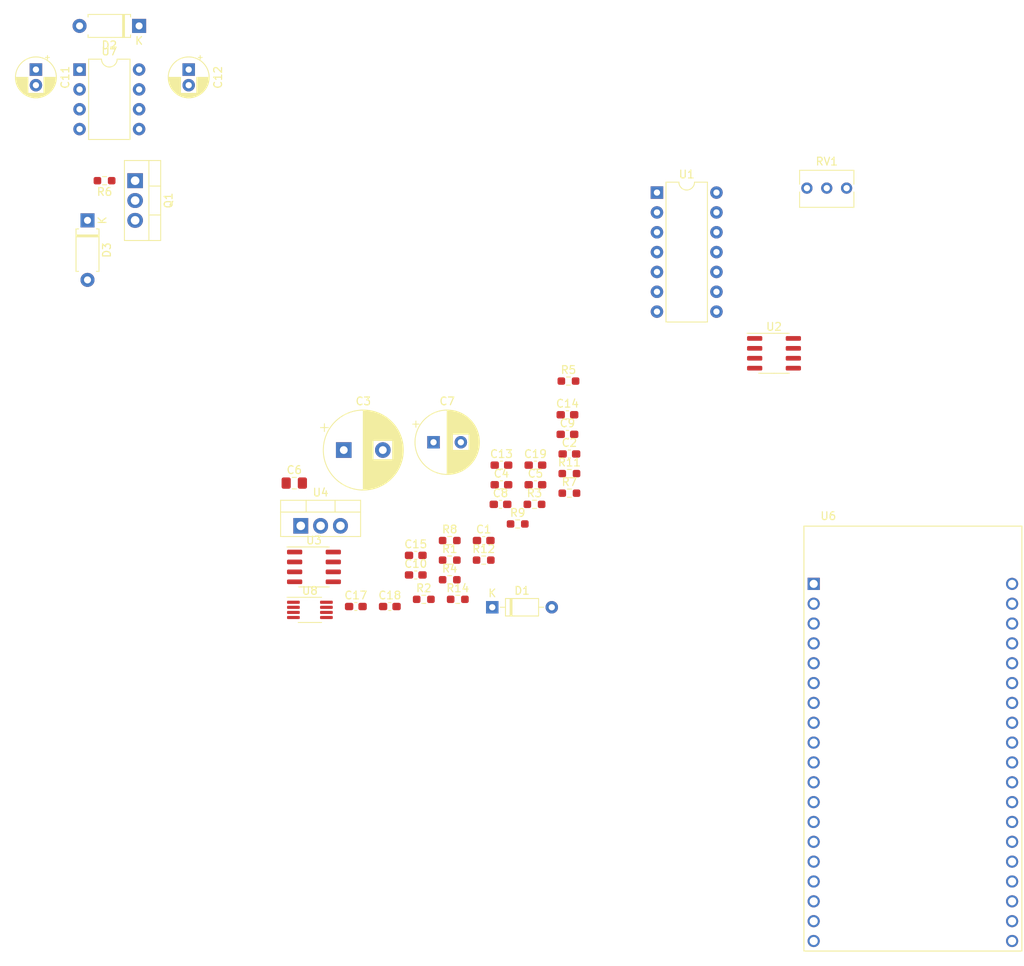
<source format=kicad_pcb>
(kicad_pcb (version 20171130) (host pcbnew 5.1.10)

  (general
    (thickness 1.6)
    (drawings 0)
    (tracks 0)
    (zones 0)
    (modules 42)
    (nets 61)
  )

  (page A4)
  (layers
    (0 F.Cu signal)
    (31 B.Cu signal)
    (32 B.Adhes user)
    (33 F.Adhes user)
    (34 B.Paste user)
    (35 F.Paste user)
    (36 B.SilkS user)
    (37 F.SilkS user)
    (38 B.Mask user)
    (39 F.Mask user)
    (40 Dwgs.User user)
    (41 Cmts.User user)
    (42 Eco1.User user)
    (43 Eco2.User user)
    (44 Edge.Cuts user)
    (45 Margin user)
    (46 B.CrtYd user)
    (47 F.CrtYd user)
    (48 B.Fab user)
    (49 F.Fab user)
  )

  (setup
    (last_trace_width 0.25)
    (trace_clearance 0.2)
    (zone_clearance 0.508)
    (zone_45_only no)
    (trace_min 0.2)
    (via_size 0.8)
    (via_drill 0.4)
    (via_min_size 0.4)
    (via_min_drill 0.3)
    (uvia_size 0.3)
    (uvia_drill 0.1)
    (uvias_allowed no)
    (uvia_min_size 0.2)
    (uvia_min_drill 0.1)
    (edge_width 0.05)
    (segment_width 0.2)
    (pcb_text_width 0.3)
    (pcb_text_size 1.5 1.5)
    (mod_edge_width 0.12)
    (mod_text_size 1 1)
    (mod_text_width 0.15)
    (pad_size 1.524 1.524)
    (pad_drill 0.762)
    (pad_to_mask_clearance 0)
    (aux_axis_origin 0 0)
    (visible_elements FFFFFF7F)
    (pcbplotparams
      (layerselection 0x010fc_ffffffff)
      (usegerberextensions false)
      (usegerberattributes true)
      (usegerberadvancedattributes true)
      (creategerberjobfile true)
      (excludeedgelayer true)
      (linewidth 0.100000)
      (plotframeref false)
      (viasonmask false)
      (mode 1)
      (useauxorigin false)
      (hpglpennumber 1)
      (hpglpenspeed 20)
      (hpglpendiameter 15.000000)
      (psnegative false)
      (psa4output false)
      (plotreference true)
      (plotvalue true)
      (plotinvisibletext false)
      (padsonsilk false)
      (subtractmaskfromsilk false)
      (outputformat 1)
      (mirror false)
      (drillshape 1)
      (scaleselection 1)
      (outputdirectory ""))
  )

  (net 0 "")
  (net 1 Sense_out)
  (net 2 Avg_voltage)
  (net 3 GNDD)
  (net 4 PWM)
  (net 5 V_supply)
  (net 6 load_sense)
  (net 7 +12V)
  (net 8 GND)
  (net 9 +5V)
  (net 10 "Net-(C7-Pad2)")
  (net 11 V_ref)
  (net 12 "Net-(C9-Pad2)")
  (net 13 "Net-(C12-Pad2)")
  (net 14 "Net-(C12-Pad1)")
  (net 15 "Net-(C14-Pad1)")
  (net 16 "Net-(D1-Pad2)")
  (net 17 "Net-(D1-Pad1)")
  (net 18 "Net-(Q1-Pad1)")
  (net 19 "Net-(R1-Pad2)")
  (net 20 V_load)
  (net 21 Pk_voltage)
  (net 22 /sen_p)
  (net 23 SCL)
  (net 24 SDA)
  (net 25 "Net-(U7-Pad3)")
  (net 26 "Net-(C17-Pad2)")
  (net 27 "Net-(C17-Pad1)")
  (net 28 "Net-(R6-Pad2)")
  (net 29 "Net-(R9-Pad1)")
  (net 30 "Net-(RV1-Pad3)")
  (net 31 "Net-(U3-Pad8)")
  (net 32 "Net-(U6-Pad38)")
  (net 33 "Net-(U6-Pad37)")
  (net 34 "Net-(U6-Pad36)")
  (net 35 "Net-(U6-Pad35)")
  (net 36 "Net-(U6-Pad34)")
  (net 37 "Net-(U6-Pad33)")
  (net 38 "Net-(U6-Pad32)")
  (net 39 "Net-(U6-Pad31)")
  (net 40 "Net-(U6-Pad30)")
  (net 41 "Net-(U6-Pad29)")
  (net 42 "Net-(U6-Pad28)")
  (net 43 "Net-(U6-Pad27)")
  (net 44 "Net-(U6-Pad25)")
  (net 45 "Net-(U6-Pad24)")
  (net 46 "Net-(U6-Pad23)")
  (net 47 "Net-(U6-Pad22)")
  (net 48 "Net-(U6-Pad21)")
  (net 49 "Net-(U6-Pad18)")
  (net 50 "Net-(U6-Pad17)")
  (net 51 "Net-(U6-Pad16)")
  (net 52 "Net-(U6-Pad15)")
  (net 53 "Net-(U6-Pad13)")
  (net 54 "Net-(U6-Pad12)")
  (net 55 "Net-(U6-Pad8)")
  (net 56 "Net-(U6-Pad7)")
  (net 57 "Net-(U6-Pad6)")
  (net 58 "Net-(U6-Pad2)")
  (net 59 "Net-(U6-Pad1)")
  (net 60 "Net-(U8-Pad3)")

  (net_class Default "This is the default net class."
    (clearance 0.2)
    (trace_width 0.25)
    (via_dia 0.8)
    (via_drill 0.4)
    (uvia_dia 0.3)
    (uvia_drill 0.1)
    (add_net +12V)
    (add_net +5V)
    (add_net /sen_p)
    (add_net Avg_voltage)
    (add_net GND)
    (add_net GNDD)
    (add_net "Net-(C12-Pad1)")
    (add_net "Net-(C12-Pad2)")
    (add_net "Net-(C14-Pad1)")
    (add_net "Net-(C17-Pad1)")
    (add_net "Net-(C17-Pad2)")
    (add_net "Net-(C7-Pad2)")
    (add_net "Net-(C9-Pad2)")
    (add_net "Net-(D1-Pad1)")
    (add_net "Net-(D1-Pad2)")
    (add_net "Net-(Q1-Pad1)")
    (add_net "Net-(R1-Pad2)")
    (add_net "Net-(R6-Pad2)")
    (add_net "Net-(R9-Pad1)")
    (add_net "Net-(RV1-Pad3)")
    (add_net "Net-(U3-Pad8)")
    (add_net "Net-(U6-Pad1)")
    (add_net "Net-(U6-Pad12)")
    (add_net "Net-(U6-Pad13)")
    (add_net "Net-(U6-Pad15)")
    (add_net "Net-(U6-Pad16)")
    (add_net "Net-(U6-Pad17)")
    (add_net "Net-(U6-Pad18)")
    (add_net "Net-(U6-Pad2)")
    (add_net "Net-(U6-Pad21)")
    (add_net "Net-(U6-Pad22)")
    (add_net "Net-(U6-Pad23)")
    (add_net "Net-(U6-Pad24)")
    (add_net "Net-(U6-Pad25)")
    (add_net "Net-(U6-Pad27)")
    (add_net "Net-(U6-Pad28)")
    (add_net "Net-(U6-Pad29)")
    (add_net "Net-(U6-Pad30)")
    (add_net "Net-(U6-Pad31)")
    (add_net "Net-(U6-Pad32)")
    (add_net "Net-(U6-Pad33)")
    (add_net "Net-(U6-Pad34)")
    (add_net "Net-(U6-Pad35)")
    (add_net "Net-(U6-Pad36)")
    (add_net "Net-(U6-Pad37)")
    (add_net "Net-(U6-Pad38)")
    (add_net "Net-(U6-Pad6)")
    (add_net "Net-(U6-Pad7)")
    (add_net "Net-(U6-Pad8)")
    (add_net "Net-(U7-Pad3)")
    (add_net "Net-(U8-Pad3)")
    (add_net PWM)
    (add_net Pk_voltage)
    (add_net SCL)
    (add_net SDA)
    (add_net Sense_out)
    (add_net V_load)
    (add_net V_ref)
    (add_net V_supply)
    (add_net load_sense)
  )

  (module Diode_THT:D_A-405_P7.62mm_Horizontal (layer F.Cu) (tedit 5AE50CD5) (tstamp 615136C5)
    (at -105.664 -109.474 270)
    (descr "Diode, A-405 series, Axial, Horizontal, pin pitch=7.62mm, , length*diameter=5.2*2.7mm^2, , http://www.diodes.com/_files/packages/A-405.pdf")
    (tags "Diode A-405 series Axial Horizontal pin pitch 7.62mm  length 5.2mm diameter 2.7mm")
    (path /61372223)
    (fp_text reference D3 (at 3.81 -2.47 90) (layer F.SilkS)
      (effects (font (size 1 1) (thickness 0.15)))
    )
    (fp_text value D_Schottky (at 3.81 2.47 90) (layer F.Fab)
      (effects (font (size 1 1) (thickness 0.15)))
    )
    (fp_line (start 8.77 -1.6) (end -1.15 -1.6) (layer F.CrtYd) (width 0.05))
    (fp_line (start 8.77 1.6) (end 8.77 -1.6) (layer F.CrtYd) (width 0.05))
    (fp_line (start -1.15 1.6) (end 8.77 1.6) (layer F.CrtYd) (width 0.05))
    (fp_line (start -1.15 -1.6) (end -1.15 1.6) (layer F.CrtYd) (width 0.05))
    (fp_line (start 1.87 -1.47) (end 1.87 1.47) (layer F.SilkS) (width 0.12))
    (fp_line (start 2.11 -1.47) (end 2.11 1.47) (layer F.SilkS) (width 0.12))
    (fp_line (start 1.99 -1.47) (end 1.99 1.47) (layer F.SilkS) (width 0.12))
    (fp_line (start 6.53 1.47) (end 6.53 1.14) (layer F.SilkS) (width 0.12))
    (fp_line (start 1.09 1.47) (end 6.53 1.47) (layer F.SilkS) (width 0.12))
    (fp_line (start 1.09 1.14) (end 1.09 1.47) (layer F.SilkS) (width 0.12))
    (fp_line (start 6.53 -1.47) (end 6.53 -1.14) (layer F.SilkS) (width 0.12))
    (fp_line (start 1.09 -1.47) (end 6.53 -1.47) (layer F.SilkS) (width 0.12))
    (fp_line (start 1.09 -1.14) (end 1.09 -1.47) (layer F.SilkS) (width 0.12))
    (fp_line (start 1.89 -1.35) (end 1.89 1.35) (layer F.Fab) (width 0.1))
    (fp_line (start 2.09 -1.35) (end 2.09 1.35) (layer F.Fab) (width 0.1))
    (fp_line (start 1.99 -1.35) (end 1.99 1.35) (layer F.Fab) (width 0.1))
    (fp_line (start 7.62 0) (end 6.41 0) (layer F.Fab) (width 0.1))
    (fp_line (start 0 0) (end 1.21 0) (layer F.Fab) (width 0.1))
    (fp_line (start 6.41 -1.35) (end 1.21 -1.35) (layer F.Fab) (width 0.1))
    (fp_line (start 6.41 1.35) (end 6.41 -1.35) (layer F.Fab) (width 0.1))
    (fp_line (start 1.21 1.35) (end 6.41 1.35) (layer F.Fab) (width 0.1))
    (fp_line (start 1.21 -1.35) (end 1.21 1.35) (layer F.Fab) (width 0.1))
    (fp_text user K (at 0 -1.9 90) (layer F.SilkS)
      (effects (font (size 1 1) (thickness 0.15)))
    )
    (fp_text user K (at 0 -1.9 90) (layer F.Fab)
      (effects (font (size 1 1) (thickness 0.15)))
    )
    (fp_text user %R (at 4.2 0 90) (layer F.Fab)
      (effects (font (size 1 1) (thickness 0.15)))
    )
    (pad 2 thru_hole oval (at 7.62 0 270) (size 1.8 1.8) (drill 0.9) (layers *.Cu *.Mask)
      (net 8 GND))
    (pad 1 thru_hole rect (at 0 0 270) (size 1.8 1.8) (drill 0.9) (layers *.Cu *.Mask)
      (net 13 "Net-(C12-Pad2)"))
    (model ${KISYS3DMOD}/Diode_THT.3dshapes/D_A-405_P7.62mm_Horizontal.wrl
      (at (xyz 0 0 0))
      (scale (xyz 1 1 1))
      (rotate (xyz 0 0 0))
    )
  )

  (module Diode_THT:D_A-405_P7.62mm_Horizontal (layer F.Cu) (tedit 5AE50CD5) (tstamp 614D03D6)
    (at -99.06 -134.366 180)
    (descr "Diode, A-405 series, Axial, Horizontal, pin pitch=7.62mm, , length*diameter=5.2*2.7mm^2, , http://www.diodes.com/_files/packages/A-405.pdf")
    (tags "Diode A-405 series Axial Horizontal pin pitch 7.62mm  length 5.2mm diameter 2.7mm")
    (path /613BB138)
    (fp_text reference D2 (at 3.81 -2.47) (layer F.SilkS)
      (effects (font (size 1 1) (thickness 0.15)))
    )
    (fp_text value D_Schottky (at 3.81 2.47) (layer F.Fab)
      (effects (font (size 1 1) (thickness 0.15)))
    )
    (fp_line (start 8.77 -1.6) (end -1.15 -1.6) (layer F.CrtYd) (width 0.05))
    (fp_line (start 8.77 1.6) (end 8.77 -1.6) (layer F.CrtYd) (width 0.05))
    (fp_line (start -1.15 1.6) (end 8.77 1.6) (layer F.CrtYd) (width 0.05))
    (fp_line (start -1.15 -1.6) (end -1.15 1.6) (layer F.CrtYd) (width 0.05))
    (fp_line (start 1.87 -1.47) (end 1.87 1.47) (layer F.SilkS) (width 0.12))
    (fp_line (start 2.11 -1.47) (end 2.11 1.47) (layer F.SilkS) (width 0.12))
    (fp_line (start 1.99 -1.47) (end 1.99 1.47) (layer F.SilkS) (width 0.12))
    (fp_line (start 6.53 1.47) (end 6.53 1.14) (layer F.SilkS) (width 0.12))
    (fp_line (start 1.09 1.47) (end 6.53 1.47) (layer F.SilkS) (width 0.12))
    (fp_line (start 1.09 1.14) (end 1.09 1.47) (layer F.SilkS) (width 0.12))
    (fp_line (start 6.53 -1.47) (end 6.53 -1.14) (layer F.SilkS) (width 0.12))
    (fp_line (start 1.09 -1.47) (end 6.53 -1.47) (layer F.SilkS) (width 0.12))
    (fp_line (start 1.09 -1.14) (end 1.09 -1.47) (layer F.SilkS) (width 0.12))
    (fp_line (start 1.89 -1.35) (end 1.89 1.35) (layer F.Fab) (width 0.1))
    (fp_line (start 2.09 -1.35) (end 2.09 1.35) (layer F.Fab) (width 0.1))
    (fp_line (start 1.99 -1.35) (end 1.99 1.35) (layer F.Fab) (width 0.1))
    (fp_line (start 7.62 0) (end 6.41 0) (layer F.Fab) (width 0.1))
    (fp_line (start 0 0) (end 1.21 0) (layer F.Fab) (width 0.1))
    (fp_line (start 6.41 -1.35) (end 1.21 -1.35) (layer F.Fab) (width 0.1))
    (fp_line (start 6.41 1.35) (end 6.41 -1.35) (layer F.Fab) (width 0.1))
    (fp_line (start 1.21 1.35) (end 6.41 1.35) (layer F.Fab) (width 0.1))
    (fp_line (start 1.21 -1.35) (end 1.21 1.35) (layer F.Fab) (width 0.1))
    (fp_text user K (at 0 -1.9) (layer F.SilkS)
      (effects (font (size 1 1) (thickness 0.15)))
    )
    (fp_text user K (at 0 -1.9) (layer F.Fab)
      (effects (font (size 1 1) (thickness 0.15)))
    )
    (fp_text user %R (at 4.2 0) (layer F.Fab)
      (effects (font (size 1 1) (thickness 0.15)))
    )
    (pad 2 thru_hole oval (at 7.62 0 180) (size 1.8 1.8) (drill 0.9) (layers *.Cu *.Mask)
      (net 7 +12V))
    (pad 1 thru_hole rect (at 0 0 180) (size 1.8 1.8) (drill 0.9) (layers *.Cu *.Mask)
      (net 14 "Net-(C12-Pad1)"))
    (model ${KISYS3DMOD}/Diode_THT.3dshapes/D_A-405_P7.62mm_Horizontal.wrl
      (at (xyz 0 0 0))
      (scale (xyz 1 1 1))
      (rotate (xyz 0 0 0))
    )
  )

  (module Package_DIP:DIP-14_W7.62mm (layer F.Cu) (tedit 5A02E8C5) (tstamp 61502CA0)
    (at -32.766 -113.03)
    (descr "14-lead though-hole mounted DIP package, row spacing 7.62 mm (300 mils)")
    (tags "THT DIP DIL PDIP 2.54mm 7.62mm 300mil")
    (path /6161F132)
    (fp_text reference U1 (at 3.81 -2.33) (layer F.SilkS)
      (effects (font (size 1 1) (thickness 0.15)))
    )
    (fp_text value "AMP from lab" (at 3.81 17.57) (layer F.Fab)
      (effects (font (size 1 1) (thickness 0.15)))
    )
    (fp_line (start 1.635 -1.27) (end 6.985 -1.27) (layer F.Fab) (width 0.1))
    (fp_line (start 6.985 -1.27) (end 6.985 16.51) (layer F.Fab) (width 0.1))
    (fp_line (start 6.985 16.51) (end 0.635 16.51) (layer F.Fab) (width 0.1))
    (fp_line (start 0.635 16.51) (end 0.635 -0.27) (layer F.Fab) (width 0.1))
    (fp_line (start 0.635 -0.27) (end 1.635 -1.27) (layer F.Fab) (width 0.1))
    (fp_line (start 2.81 -1.33) (end 1.16 -1.33) (layer F.SilkS) (width 0.12))
    (fp_line (start 1.16 -1.33) (end 1.16 16.57) (layer F.SilkS) (width 0.12))
    (fp_line (start 1.16 16.57) (end 6.46 16.57) (layer F.SilkS) (width 0.12))
    (fp_line (start 6.46 16.57) (end 6.46 -1.33) (layer F.SilkS) (width 0.12))
    (fp_line (start 6.46 -1.33) (end 4.81 -1.33) (layer F.SilkS) (width 0.12))
    (fp_line (start -1.1 -1.55) (end -1.1 16.8) (layer F.CrtYd) (width 0.05))
    (fp_line (start -1.1 16.8) (end 8.7 16.8) (layer F.CrtYd) (width 0.05))
    (fp_line (start 8.7 16.8) (end 8.7 -1.55) (layer F.CrtYd) (width 0.05))
    (fp_line (start 8.7 -1.55) (end -1.1 -1.55) (layer F.CrtYd) (width 0.05))
    (fp_text user %R (at 3.81 7.62) (layer F.Fab)
      (effects (font (size 1 1) (thickness 0.15)))
    )
    (fp_arc (start 3.81 -1.33) (end 2.81 -1.33) (angle -180) (layer F.SilkS) (width 0.12))
    (pad 14 thru_hole oval (at 7.62 0) (size 1.6 1.6) (drill 0.8) (layers *.Cu *.Mask))
    (pad 7 thru_hole oval (at 0 15.24) (size 1.6 1.6) (drill 0.8) (layers *.Cu *.Mask)
      (net 21 Pk_voltage))
    (pad 13 thru_hole oval (at 7.62 2.54) (size 1.6 1.6) (drill 0.8) (layers *.Cu *.Mask))
    (pad 6 thru_hole oval (at 0 12.7) (size 1.6 1.6) (drill 0.8) (layers *.Cu *.Mask)
      (net 12 "Net-(C9-Pad2)"))
    (pad 12 thru_hole oval (at 7.62 5.08) (size 1.6 1.6) (drill 0.8) (layers *.Cu *.Mask))
    (pad 5 thru_hole oval (at 0 10.16) (size 1.6 1.6) (drill 0.8) (layers *.Cu *.Mask)
      (net 21 Pk_voltage))
    (pad 11 thru_hole oval (at 7.62 7.62) (size 1.6 1.6) (drill 0.8) (layers *.Cu *.Mask)
      (net 7 +12V))
    (pad 4 thru_hole oval (at 0 7.62) (size 1.6 1.6) (drill 0.8) (layers *.Cu *.Mask)
      (net 3 GNDD))
    (pad 10 thru_hole oval (at 7.62 10.16) (size 1.6 1.6) (drill 0.8) (layers *.Cu *.Mask))
    (pad 3 thru_hole oval (at 0 5.08) (size 1.6 1.6) (drill 0.8) (layers *.Cu *.Mask)
      (net 11 V_ref))
    (pad 9 thru_hole oval (at 7.62 12.7) (size 1.6 1.6) (drill 0.8) (layers *.Cu *.Mask))
    (pad 2 thru_hole oval (at 0 2.54) (size 1.6 1.6) (drill 0.8) (layers *.Cu *.Mask)
      (net 19 "Net-(R1-Pad2)"))
    (pad 8 thru_hole oval (at 7.62 15.24) (size 1.6 1.6) (drill 0.8) (layers *.Cu *.Mask))
    (pad 1 thru_hole rect (at 0 0) (size 1.6 1.6) (drill 0.8) (layers *.Cu *.Mask)
      (net 11 V_ref))
    (model ${KISYS3DMOD}/Package_DIP.3dshapes/DIP-14_W7.62mm.wrl
      (at (xyz 0 0 0))
      (scale (xyz 1 1 1))
      (rotate (xyz 0 0 0))
    )
  )

  (module Potentiometer_THT:Potentiometer_Bourns_3266Y_Vertical (layer F.Cu) (tedit 5A3D4994) (tstamp 614F9026)
    (at -8.488999 -113.602999)
    (descr "Potentiometer, vertical, Bourns 3266Y, https://www.bourns.com/docs/Product-Datasheets/3266.pdf")
    (tags "Potentiometer vertical Bourns 3266Y")
    (path /614FFFF3)
    (fp_text reference RV1 (at -2.54 -3.41) (layer F.SilkS)
      (effects (font (size 1 1) (thickness 0.15)))
    )
    (fp_text value 100 (at -2.54 3.59) (layer F.Fab)
      (effects (font (size 1 1) (thickness 0.15)))
    )
    (fp_line (start 1.1 -2.45) (end -6.15 -2.45) (layer F.CrtYd) (width 0.05))
    (fp_line (start 1.1 2.6) (end 1.1 -2.45) (layer F.CrtYd) (width 0.05))
    (fp_line (start -6.15 2.6) (end 1.1 2.6) (layer F.CrtYd) (width 0.05))
    (fp_line (start -6.15 -2.45) (end -6.15 2.6) (layer F.CrtYd) (width 0.05))
    (fp_line (start 0.935 0.496) (end 0.935 2.46) (layer F.SilkS) (width 0.12))
    (fp_line (start 0.935 -2.28) (end 0.935 -0.494) (layer F.SilkS) (width 0.12))
    (fp_line (start -6.015 0.496) (end -6.015 2.46) (layer F.SilkS) (width 0.12))
    (fp_line (start -6.015 -2.28) (end -6.015 -0.494) (layer F.SilkS) (width 0.12))
    (fp_line (start -6.015 2.46) (end 0.935 2.46) (layer F.SilkS) (width 0.12))
    (fp_line (start -6.015 -2.28) (end 0.935 -2.28) (layer F.SilkS) (width 0.12))
    (fp_line (start -0.405 1.952) (end -0.404 0.189) (layer F.Fab) (width 0.1))
    (fp_line (start -0.405 1.952) (end -0.404 0.189) (layer F.Fab) (width 0.1))
    (fp_line (start 0.815 -2.16) (end -5.895 -2.16) (layer F.Fab) (width 0.1))
    (fp_line (start 0.815 2.34) (end 0.815 -2.16) (layer F.Fab) (width 0.1))
    (fp_line (start -5.895 2.34) (end 0.815 2.34) (layer F.Fab) (width 0.1))
    (fp_line (start -5.895 -2.16) (end -5.895 2.34) (layer F.Fab) (width 0.1))
    (fp_circle (center -0.405 1.07) (end 0.485 1.07) (layer F.Fab) (width 0.1))
    (fp_text user %R (at -3.15 0.09) (layer F.Fab)
      (effects (font (size 0.92 0.92) (thickness 0.15)))
    )
    (pad 3 thru_hole circle (at -5.08 0) (size 1.44 1.44) (drill 0.8) (layers *.Cu *.Mask)
      (net 30 "Net-(RV1-Pad3)"))
    (pad 2 thru_hole circle (at -2.54 0) (size 1.44 1.44) (drill 0.8) (layers *.Cu *.Mask)
      (net 12 "Net-(C9-Pad2)"))
    (pad 1 thru_hole circle (at 0 0) (size 1.44 1.44) (drill 0.8) (layers *.Cu *.Mask)
      (net 17 "Net-(D1-Pad1)"))
    (model ${KISYS3DMOD}/Potentiometer_THT.3dshapes/Potentiometer_Bourns_3266Y_Vertical.wrl
      (at (xyz 0 0 0))
      (scale (xyz 1 1 1))
      (rotate (xyz 0 0 0))
    )
  )

  (module Diode_THT:D_DO-35_SOD27_P7.62mm_Horizontal (layer F.Cu) (tedit 5AE50CD5) (tstamp 614B78DB)
    (at -53.848 -59.944)
    (descr "Diode, DO-35_SOD27 series, Axial, Horizontal, pin pitch=7.62mm, , length*diameter=4*2mm^2, , http://www.diodes.com/_files/packages/DO-35.pdf")
    (tags "Diode DO-35_SOD27 series Axial Horizontal pin pitch 7.62mm  length 4mm diameter 2mm")
    (path /616A906E)
    (fp_text reference D1 (at 3.81 -2.12) (layer F.SilkS)
      (effects (font (size 1 1) (thickness 0.15)))
    )
    (fp_text value 1N4148W (at 3.81 2.12) (layer F.Fab)
      (effects (font (size 1 1) (thickness 0.15)))
    )
    (fp_line (start 1.81 -1) (end 1.81 1) (layer F.Fab) (width 0.1))
    (fp_line (start 1.81 1) (end 5.81 1) (layer F.Fab) (width 0.1))
    (fp_line (start 5.81 1) (end 5.81 -1) (layer F.Fab) (width 0.1))
    (fp_line (start 5.81 -1) (end 1.81 -1) (layer F.Fab) (width 0.1))
    (fp_line (start 0 0) (end 1.81 0) (layer F.Fab) (width 0.1))
    (fp_line (start 7.62 0) (end 5.81 0) (layer F.Fab) (width 0.1))
    (fp_line (start 2.41 -1) (end 2.41 1) (layer F.Fab) (width 0.1))
    (fp_line (start 2.51 -1) (end 2.51 1) (layer F.Fab) (width 0.1))
    (fp_line (start 2.31 -1) (end 2.31 1) (layer F.Fab) (width 0.1))
    (fp_line (start 1.69 -1.12) (end 1.69 1.12) (layer F.SilkS) (width 0.12))
    (fp_line (start 1.69 1.12) (end 5.93 1.12) (layer F.SilkS) (width 0.12))
    (fp_line (start 5.93 1.12) (end 5.93 -1.12) (layer F.SilkS) (width 0.12))
    (fp_line (start 5.93 -1.12) (end 1.69 -1.12) (layer F.SilkS) (width 0.12))
    (fp_line (start 1.04 0) (end 1.69 0) (layer F.SilkS) (width 0.12))
    (fp_line (start 6.58 0) (end 5.93 0) (layer F.SilkS) (width 0.12))
    (fp_line (start 2.41 -1.12) (end 2.41 1.12) (layer F.SilkS) (width 0.12))
    (fp_line (start 2.53 -1.12) (end 2.53 1.12) (layer F.SilkS) (width 0.12))
    (fp_line (start 2.29 -1.12) (end 2.29 1.12) (layer F.SilkS) (width 0.12))
    (fp_line (start -1.05 -1.25) (end -1.05 1.25) (layer F.CrtYd) (width 0.05))
    (fp_line (start -1.05 1.25) (end 8.67 1.25) (layer F.CrtYd) (width 0.05))
    (fp_line (start 8.67 1.25) (end 8.67 -1.25) (layer F.CrtYd) (width 0.05))
    (fp_line (start 8.67 -1.25) (end -1.05 -1.25) (layer F.CrtYd) (width 0.05))
    (fp_text user K (at 0 -1.8) (layer F.SilkS)
      (effects (font (size 1 1) (thickness 0.15)))
    )
    (fp_text user K (at 0 -1.8) (layer F.Fab)
      (effects (font (size 1 1) (thickness 0.15)))
    )
    (fp_text user %R (at 4.11 0) (layer F.Fab)
      (effects (font (size 0.8 0.8) (thickness 0.12)))
    )
    (pad 2 thru_hole oval (at 7.62 0) (size 1.6 1.6) (drill 0.8) (layers *.Cu *.Mask)
      (net 16 "Net-(D1-Pad2)"))
    (pad 1 thru_hole rect (at 0 0) (size 1.6 1.6) (drill 0.8) (layers *.Cu *.Mask)
      (net 17 "Net-(D1-Pad1)"))
    (model ${KISYS3DMOD}/Diode_THT.3dshapes/D_DO-35_SOD27_P7.62mm_Horizontal.wrl
      (at (xyz 0 0 0))
      (scale (xyz 1 1 1))
      (rotate (xyz 0 0 0))
    )
  )

  (module Package_SO:MSOP-8_3x3mm_P0.65mm (layer F.Cu) (tedit 5E509FDD) (tstamp 614D05C0)
    (at -77.192999 -59.608999)
    (descr "MSOP, 8 Pin (https://www.jedec.org/system/files/docs/mo-187F.pdf variant AA), generated with kicad-footprint-generator ipc_gullwing_generator.py")
    (tags "MSOP SO")
    (path /61537D6B)
    (attr smd)
    (fp_text reference U8 (at 0 -2.45) (layer F.SilkS)
      (effects (font (size 1 1) (thickness 0.15)))
    )
    (fp_text value MAX11644 (at 0 2.45) (layer F.Fab)
      (effects (font (size 1 1) (thickness 0.15)))
    )
    (fp_line (start 3.18 -1.75) (end -3.18 -1.75) (layer F.CrtYd) (width 0.05))
    (fp_line (start 3.18 1.75) (end 3.18 -1.75) (layer F.CrtYd) (width 0.05))
    (fp_line (start -3.18 1.75) (end 3.18 1.75) (layer F.CrtYd) (width 0.05))
    (fp_line (start -3.18 -1.75) (end -3.18 1.75) (layer F.CrtYd) (width 0.05))
    (fp_line (start -1.5 -0.75) (end -0.75 -1.5) (layer F.Fab) (width 0.1))
    (fp_line (start -1.5 1.5) (end -1.5 -0.75) (layer F.Fab) (width 0.1))
    (fp_line (start 1.5 1.5) (end -1.5 1.5) (layer F.Fab) (width 0.1))
    (fp_line (start 1.5 -1.5) (end 1.5 1.5) (layer F.Fab) (width 0.1))
    (fp_line (start -0.75 -1.5) (end 1.5 -1.5) (layer F.Fab) (width 0.1))
    (fp_line (start 0 -1.61) (end -2.925 -1.61) (layer F.SilkS) (width 0.12))
    (fp_line (start 0 -1.61) (end 1.5 -1.61) (layer F.SilkS) (width 0.12))
    (fp_line (start 0 1.61) (end -1.5 1.61) (layer F.SilkS) (width 0.12))
    (fp_line (start 0 1.61) (end 1.5 1.61) (layer F.SilkS) (width 0.12))
    (fp_text user %R (at 0 0) (layer F.Fab)
      (effects (font (size 0.75 0.75) (thickness 0.11)))
    )
    (pad 8 smd roundrect (at 2.1125 -0.975) (size 1.625 0.4) (layers F.Cu F.Paste F.Mask) (roundrect_rratio 0.25)
      (net 27 "Net-(C17-Pad1)"))
    (pad 7 smd roundrect (at 2.1125 -0.325) (size 1.625 0.4) (layers F.Cu F.Paste F.Mask) (roundrect_rratio 0.25)
      (net 26 "Net-(C17-Pad2)"))
    (pad 6 smd roundrect (at 2.1125 0.325) (size 1.625 0.4) (layers F.Cu F.Paste F.Mask) (roundrect_rratio 0.25)
      (net 24 SDA))
    (pad 5 smd roundrect (at 2.1125 0.975) (size 1.625 0.4) (layers F.Cu F.Paste F.Mask) (roundrect_rratio 0.25)
      (net 23 SCL))
    (pad 4 smd roundrect (at -2.1125 0.975) (size 1.625 0.4) (layers F.Cu F.Paste F.Mask) (roundrect_rratio 0.25)
      (net 29 "Net-(R9-Pad1)"))
    (pad 3 smd roundrect (at -2.1125 0.325) (size 1.625 0.4) (layers F.Cu F.Paste F.Mask) (roundrect_rratio 0.25)
      (net 60 "Net-(U8-Pad3)"))
    (pad 2 smd roundrect (at -2.1125 -0.325) (size 1.625 0.4) (layers F.Cu F.Paste F.Mask) (roundrect_rratio 0.25)
      (net 11 V_ref))
    (pad 1 smd roundrect (at -2.1125 -0.975) (size 1.625 0.4) (layers F.Cu F.Paste F.Mask) (roundrect_rratio 0.25)
      (net 21 Pk_voltage))
    (model ${KISYS3DMOD}/Package_SO.3dshapes/MSOP-8_3x3mm_P0.65mm.wrl
      (at (xyz 0 0 0))
      (scale (xyz 1 1 1))
      (rotate (xyz 0 0 0))
    )
  )

  (module Package_DIP:DIP-8_W7.62mm (layer F.Cu) (tedit 5A02E8C5) (tstamp 614D05A6)
    (at -106.68 -128.778)
    (descr "8-lead though-hole mounted DIP package, row spacing 7.62 mm (300 mils)")
    (tags "THT DIP DIL PDIP 2.54mm 7.62mm 300mil")
    (path /613ACD65)
    (fp_text reference U7 (at 3.81 -2.33) (layer F.SilkS)
      (effects (font (size 1 1) (thickness 0.15)))
    )
    (fp_text value IR2125 (at 3.81 9.95) (layer F.Fab)
      (effects (font (size 1 1) (thickness 0.15)))
    )
    (fp_line (start 8.7 -1.55) (end -1.1 -1.55) (layer F.CrtYd) (width 0.05))
    (fp_line (start 8.7 9.15) (end 8.7 -1.55) (layer F.CrtYd) (width 0.05))
    (fp_line (start -1.1 9.15) (end 8.7 9.15) (layer F.CrtYd) (width 0.05))
    (fp_line (start -1.1 -1.55) (end -1.1 9.15) (layer F.CrtYd) (width 0.05))
    (fp_line (start 6.46 -1.33) (end 4.81 -1.33) (layer F.SilkS) (width 0.12))
    (fp_line (start 6.46 8.95) (end 6.46 -1.33) (layer F.SilkS) (width 0.12))
    (fp_line (start 1.16 8.95) (end 6.46 8.95) (layer F.SilkS) (width 0.12))
    (fp_line (start 1.16 -1.33) (end 1.16 8.95) (layer F.SilkS) (width 0.12))
    (fp_line (start 2.81 -1.33) (end 1.16 -1.33) (layer F.SilkS) (width 0.12))
    (fp_line (start 0.635 -0.27) (end 1.635 -1.27) (layer F.Fab) (width 0.1))
    (fp_line (start 0.635 8.89) (end 0.635 -0.27) (layer F.Fab) (width 0.1))
    (fp_line (start 6.985 8.89) (end 0.635 8.89) (layer F.Fab) (width 0.1))
    (fp_line (start 6.985 -1.27) (end 6.985 8.89) (layer F.Fab) (width 0.1))
    (fp_line (start 1.635 -1.27) (end 6.985 -1.27) (layer F.Fab) (width 0.1))
    (fp_text user %R (at 3.81 3.81) (layer F.Fab)
      (effects (font (size 1 1) (thickness 0.15)))
    )
    (fp_arc (start 3.81 -1.33) (end 2.81 -1.33) (angle -180) (layer F.SilkS) (width 0.12))
    (pad 8 thru_hole oval (at 7.62 0) (size 1.6 1.6) (drill 0.8) (layers *.Cu *.Mask)
      (net 14 "Net-(C12-Pad1)"))
    (pad 4 thru_hole oval (at 0 7.62) (size 1.6 1.6) (drill 0.8) (layers *.Cu *.Mask)
      (net 8 GND))
    (pad 7 thru_hole oval (at 7.62 2.54) (size 1.6 1.6) (drill 0.8) (layers *.Cu *.Mask)
      (net 28 "Net-(R6-Pad2)"))
    (pad 3 thru_hole oval (at 0 5.08) (size 1.6 1.6) (drill 0.8) (layers *.Cu *.Mask)
      (net 25 "Net-(U7-Pad3)"))
    (pad 6 thru_hole oval (at 7.62 5.08) (size 1.6 1.6) (drill 0.8) (layers *.Cu *.Mask)
      (net 13 "Net-(C12-Pad2)"))
    (pad 2 thru_hole oval (at 0 2.54) (size 1.6 1.6) (drill 0.8) (layers *.Cu *.Mask)
      (net 4 PWM))
    (pad 5 thru_hole oval (at 7.62 7.62) (size 1.6 1.6) (drill 0.8) (layers *.Cu *.Mask)
      (net 13 "Net-(C12-Pad2)"))
    (pad 1 thru_hole rect (at 0 0) (size 1.6 1.6) (drill 0.8) (layers *.Cu *.Mask)
      (net 7 +12V))
    (model ${KISYS3DMOD}/Package_DIP.3dshapes/DIP-8_W7.62mm.wrl
      (at (xyz 0 0 0))
      (scale (xyz 1 1 1))
      (rotate (xyz 0 0 0))
    )
  )

  (module Package_SO:SOIC-8_3.9x4.9mm_P1.27mm (layer F.Cu) (tedit 5D9F72B1) (tstamp 614D0553)
    (at -76.672999 -65.108999)
    (descr "SOIC, 8 Pin (JEDEC MS-012AA, https://www.analog.com/media/en/package-pcb-resources/package/pkg_pdf/soic_narrow-r/r_8.pdf), generated with kicad-footprint-generator ipc_gullwing_generator.py")
    (tags "SOIC SO")
    (path /61526A78)
    (attr smd)
    (fp_text reference U3 (at 0 -3.4) (layer F.SilkS)
      (effects (font (size 1 1) (thickness 0.15)))
    )
    (fp_text value LT1999-50 (at 0 3.4) (layer F.Fab)
      (effects (font (size 1 1) (thickness 0.15)))
    )
    (fp_line (start 3.7 -2.7) (end -3.7 -2.7) (layer F.CrtYd) (width 0.05))
    (fp_line (start 3.7 2.7) (end 3.7 -2.7) (layer F.CrtYd) (width 0.05))
    (fp_line (start -3.7 2.7) (end 3.7 2.7) (layer F.CrtYd) (width 0.05))
    (fp_line (start -3.7 -2.7) (end -3.7 2.7) (layer F.CrtYd) (width 0.05))
    (fp_line (start -1.95 -1.475) (end -0.975 -2.45) (layer F.Fab) (width 0.1))
    (fp_line (start -1.95 2.45) (end -1.95 -1.475) (layer F.Fab) (width 0.1))
    (fp_line (start 1.95 2.45) (end -1.95 2.45) (layer F.Fab) (width 0.1))
    (fp_line (start 1.95 -2.45) (end 1.95 2.45) (layer F.Fab) (width 0.1))
    (fp_line (start -0.975 -2.45) (end 1.95 -2.45) (layer F.Fab) (width 0.1))
    (fp_line (start 0 -2.56) (end -3.45 -2.56) (layer F.SilkS) (width 0.12))
    (fp_line (start 0 -2.56) (end 1.95 -2.56) (layer F.SilkS) (width 0.12))
    (fp_line (start 0 2.56) (end -1.95 2.56) (layer F.SilkS) (width 0.12))
    (fp_line (start 0 2.56) (end 1.95 2.56) (layer F.SilkS) (width 0.12))
    (fp_text user %R (at 0 0) (layer F.Fab)
      (effects (font (size 0.98 0.98) (thickness 0.15)))
    )
    (pad 8 smd roundrect (at 2.475 -1.905) (size 1.95 0.6) (layers F.Cu F.Paste F.Mask) (roundrect_rratio 0.25)
      (net 31 "Net-(U3-Pad8)"))
    (pad 7 smd roundrect (at 2.475 -0.635) (size 1.95 0.6) (layers F.Cu F.Paste F.Mask) (roundrect_rratio 0.25)
      (net 1 Sense_out))
    (pad 6 smd roundrect (at 2.475 0.635) (size 1.95 0.6) (layers F.Cu F.Paste F.Mask) (roundrect_rratio 0.25)
      (net 3 GNDD))
    (pad 5 smd roundrect (at 2.475 1.905) (size 1.95 0.6) (layers F.Cu F.Paste F.Mask) (roundrect_rratio 0.25)
      (net 3 GNDD))
    (pad 4 smd roundrect (at -2.475 1.905) (size 1.95 0.6) (layers F.Cu F.Paste F.Mask) (roundrect_rratio 0.25)
      (net 9 +5V))
    (pad 3 smd roundrect (at -2.475 0.635) (size 1.95 0.6) (layers F.Cu F.Paste F.Mask) (roundrect_rratio 0.25)
      (net 20 V_load))
    (pad 2 smd roundrect (at -2.475 -0.635) (size 1.95 0.6) (layers F.Cu F.Paste F.Mask) (roundrect_rratio 0.25)
      (net 22 /sen_p))
    (pad 1 smd roundrect (at -2.475 -1.905) (size 1.95 0.6) (layers F.Cu F.Paste F.Mask) (roundrect_rratio 0.25)
      (net 9 +5V))
    (model ${KISYS3DMOD}/Package_SO.3dshapes/SOIC-8_3.9x4.9mm_P1.27mm.wrl
      (at (xyz 0 0 0))
      (scale (xyz 1 1 1))
      (rotate (xyz 0 0 0))
    )
  )

  (module Package_TO_SOT_THT:TO-220-3_Vertical (layer F.Cu) (tedit 5AC8BA0D) (tstamp 614D0539)
    (at -78.362999 -70.368999)
    (descr "TO-220-3, Vertical, RM 2.54mm, see https://www.vishay.com/docs/66542/to-220-1.pdf")
    (tags "TO-220-3 Vertical RM 2.54mm")
    (path /61501185)
    (fp_text reference U4 (at 2.54 -4.27) (layer F.SilkS)
      (effects (font (size 1 1) (thickness 0.15)))
    )
    (fp_text value LD1117V50 (at 2.54 2.5) (layer F.Fab)
      (effects (font (size 1 1) (thickness 0.15)))
    )
    (fp_line (start 7.79 -3.4) (end -2.71 -3.4) (layer F.CrtYd) (width 0.05))
    (fp_line (start 7.79 1.51) (end 7.79 -3.4) (layer F.CrtYd) (width 0.05))
    (fp_line (start -2.71 1.51) (end 7.79 1.51) (layer F.CrtYd) (width 0.05))
    (fp_line (start -2.71 -3.4) (end -2.71 1.51) (layer F.CrtYd) (width 0.05))
    (fp_line (start 4.391 -3.27) (end 4.391 -1.76) (layer F.SilkS) (width 0.12))
    (fp_line (start 0.69 -3.27) (end 0.69 -1.76) (layer F.SilkS) (width 0.12))
    (fp_line (start -2.58 -1.76) (end 7.66 -1.76) (layer F.SilkS) (width 0.12))
    (fp_line (start 7.66 -3.27) (end 7.66 1.371) (layer F.SilkS) (width 0.12))
    (fp_line (start -2.58 -3.27) (end -2.58 1.371) (layer F.SilkS) (width 0.12))
    (fp_line (start -2.58 1.371) (end 7.66 1.371) (layer F.SilkS) (width 0.12))
    (fp_line (start -2.58 -3.27) (end 7.66 -3.27) (layer F.SilkS) (width 0.12))
    (fp_line (start 4.39 -3.15) (end 4.39 -1.88) (layer F.Fab) (width 0.1))
    (fp_line (start 0.69 -3.15) (end 0.69 -1.88) (layer F.Fab) (width 0.1))
    (fp_line (start -2.46 -1.88) (end 7.54 -1.88) (layer F.Fab) (width 0.1))
    (fp_line (start 7.54 -3.15) (end -2.46 -3.15) (layer F.Fab) (width 0.1))
    (fp_line (start 7.54 1.25) (end 7.54 -3.15) (layer F.Fab) (width 0.1))
    (fp_line (start -2.46 1.25) (end 7.54 1.25) (layer F.Fab) (width 0.1))
    (fp_line (start -2.46 -3.15) (end -2.46 1.25) (layer F.Fab) (width 0.1))
    (fp_text user %R (at 2.54 -4.27) (layer F.Fab)
      (effects (font (size 1 1) (thickness 0.15)))
    )
    (pad 3 thru_hole oval (at 5.08 0) (size 1.905 2) (drill 1.1) (layers *.Cu *.Mask)
      (net 7 +12V))
    (pad 2 thru_hole oval (at 2.54 0) (size 1.905 2) (drill 1.1) (layers *.Cu *.Mask)
      (net 9 +5V))
    (pad 1 thru_hole rect (at 0 0) (size 1.905 2) (drill 1.1) (layers *.Cu *.Mask)
      (net 3 GNDD))
    (model ${KISYS3DMOD}/Package_TO_SOT_THT.3dshapes/TO-220-3_Vertical.wrl
      (at (xyz 0 0 0))
      (scale (xyz 1 1 1))
      (rotate (xyz 0 0 0))
    )
  )

  (module Package_SO:SOIC-8_3.9x4.9mm_P1.27mm (layer F.Cu) (tedit 5D9F72B1) (tstamp 614D0505)
    (at -17.78 -92.456)
    (descr "SOIC, 8 Pin (JEDEC MS-012AA, https://www.analog.com/media/en/package-pcb-resources/package/pkg_pdf/soic_narrow-r/r_8.pdf), generated with kicad-footprint-generator ipc_gullwing_generator.py")
    (tags "SOIC SO")
    (path /61640CC8)
    (attr smd)
    (fp_text reference U2 (at 0 -3.4) (layer F.SilkS)
      (effects (font (size 1 1) (thickness 0.15)))
    )
    (fp_text value LM7322 (at 0 3.4) (layer F.Fab)
      (effects (font (size 1 1) (thickness 0.15)))
    )
    (fp_line (start 3.7 -2.7) (end -3.7 -2.7) (layer F.CrtYd) (width 0.05))
    (fp_line (start 3.7 2.7) (end 3.7 -2.7) (layer F.CrtYd) (width 0.05))
    (fp_line (start -3.7 2.7) (end 3.7 2.7) (layer F.CrtYd) (width 0.05))
    (fp_line (start -3.7 -2.7) (end -3.7 2.7) (layer F.CrtYd) (width 0.05))
    (fp_line (start -1.95 -1.475) (end -0.975 -2.45) (layer F.Fab) (width 0.1))
    (fp_line (start -1.95 2.45) (end -1.95 -1.475) (layer F.Fab) (width 0.1))
    (fp_line (start 1.95 2.45) (end -1.95 2.45) (layer F.Fab) (width 0.1))
    (fp_line (start 1.95 -2.45) (end 1.95 2.45) (layer F.Fab) (width 0.1))
    (fp_line (start -0.975 -2.45) (end 1.95 -2.45) (layer F.Fab) (width 0.1))
    (fp_line (start 0 -2.56) (end -3.45 -2.56) (layer F.SilkS) (width 0.12))
    (fp_line (start 0 -2.56) (end 1.95 -2.56) (layer F.SilkS) (width 0.12))
    (fp_line (start 0 2.56) (end -1.95 2.56) (layer F.SilkS) (width 0.12))
    (fp_line (start 0 2.56) (end 1.95 2.56) (layer F.SilkS) (width 0.12))
    (fp_text user %R (at 0 0) (layer F.Fab)
      (effects (font (size 0.98 0.98) (thickness 0.15)))
    )
    (pad 8 smd roundrect (at 2.475 -1.905) (size 1.95 0.6) (layers F.Cu F.Paste F.Mask) (roundrect_rratio 0.25)
      (net 7 +12V))
    (pad 7 smd roundrect (at 2.475 -0.635) (size 1.95 0.6) (layers F.Cu F.Paste F.Mask) (roundrect_rratio 0.25))
    (pad 6 smd roundrect (at 2.475 0.635) (size 1.95 0.6) (layers F.Cu F.Paste F.Mask) (roundrect_rratio 0.25))
    (pad 5 smd roundrect (at 2.475 1.905) (size 1.95 0.6) (layers F.Cu F.Paste F.Mask) (roundrect_rratio 0.25))
    (pad 4 smd roundrect (at -2.475 1.905) (size 1.95 0.6) (layers F.Cu F.Paste F.Mask) (roundrect_rratio 0.25)
      (net 3 GNDD))
    (pad 3 smd roundrect (at -2.475 0.635) (size 1.95 0.6) (layers F.Cu F.Paste F.Mask) (roundrect_rratio 0.25)
      (net 10 "Net-(C7-Pad2)"))
    (pad 2 smd roundrect (at -2.475 -0.635) (size 1.95 0.6) (layers F.Cu F.Paste F.Mask) (roundrect_rratio 0.25)
      (net 17 "Net-(D1-Pad1)"))
    (pad 1 smd roundrect (at -2.475 -1.905) (size 1.95 0.6) (layers F.Cu F.Paste F.Mask) (roundrect_rratio 0.25)
      (net 16 "Net-(D1-Pad2)"))
    (model ${KISYS3DMOD}/Package_SO.3dshapes/SOIC-8_3.9x4.9mm_P1.27mm.wrl
      (at (xyz 0 0 0))
      (scale (xyz 1 1 1))
      (rotate (xyz 0 0 0))
    )
  )

  (module Resistor_SMD:R_0603_1608Metric_Pad0.98x0.95mm_HandSolder (layer F.Cu) (tedit 5F68FEEE) (tstamp 614D04EB)
    (at -54.942999 -65.978999)
    (descr "Resistor SMD 0603 (1608 Metric), square (rectangular) end terminal, IPC_7351 nominal with elongated pad for handsoldering. (Body size source: IPC-SM-782 page 72, https://www.pcb-3d.com/wordpress/wp-content/uploads/ipc-sm-782a_amendment_1_and_2.pdf), generated with kicad-footprint-generator")
    (tags "resistor handsolder")
    (path /6137C4E4)
    (attr smd)
    (fp_text reference R12 (at 0 -1.43) (layer F.SilkS)
      (effects (font (size 1 1) (thickness 0.15)))
    )
    (fp_text value 22k (at 0 1.43) (layer F.Fab)
      (effects (font (size 1 1) (thickness 0.15)))
    )
    (fp_line (start 1.65 0.73) (end -1.65 0.73) (layer F.CrtYd) (width 0.05))
    (fp_line (start 1.65 -0.73) (end 1.65 0.73) (layer F.CrtYd) (width 0.05))
    (fp_line (start -1.65 -0.73) (end 1.65 -0.73) (layer F.CrtYd) (width 0.05))
    (fp_line (start -1.65 0.73) (end -1.65 -0.73) (layer F.CrtYd) (width 0.05))
    (fp_line (start -0.254724 0.5225) (end 0.254724 0.5225) (layer F.SilkS) (width 0.12))
    (fp_line (start -0.254724 -0.5225) (end 0.254724 -0.5225) (layer F.SilkS) (width 0.12))
    (fp_line (start 0.8 0.4125) (end -0.8 0.4125) (layer F.Fab) (width 0.1))
    (fp_line (start 0.8 -0.4125) (end 0.8 0.4125) (layer F.Fab) (width 0.1))
    (fp_line (start -0.8 -0.4125) (end 0.8 -0.4125) (layer F.Fab) (width 0.1))
    (fp_line (start -0.8 0.4125) (end -0.8 -0.4125) (layer F.Fab) (width 0.1))
    (fp_text user %R (at 0 0) (layer F.Fab)
      (effects (font (size 0.4 0.4) (thickness 0.06)))
    )
    (pad 2 smd roundrect (at 0.9125 0) (size 0.975 0.95) (layers F.Cu F.Paste F.Mask) (roundrect_rratio 0.25)
      (net 8 GND))
    (pad 1 smd roundrect (at -0.9125 0) (size 0.975 0.95) (layers F.Cu F.Paste F.Mask) (roundrect_rratio 0.25)
      (net 6 load_sense))
    (model ${KISYS3DMOD}/Resistor_SMD.3dshapes/R_0603_1608Metric.wrl
      (at (xyz 0 0 0))
      (scale (xyz 1 1 1))
      (rotate (xyz 0 0 0))
    )
  )

  (module Resistor_SMD:R_0603_1608Metric_Pad0.98x0.95mm_HandSolder (layer F.Cu) (tedit 5F68FEEE) (tstamp 614D04DA)
    (at -43.972999 -77.058999)
    (descr "Resistor SMD 0603 (1608 Metric), square (rectangular) end terminal, IPC_7351 nominal with elongated pad for handsoldering. (Body size source: IPC-SM-782 page 72, https://www.pcb-3d.com/wordpress/wp-content/uploads/ipc-sm-782a_amendment_1_and_2.pdf), generated with kicad-footprint-generator")
    (tags "resistor handsolder")
    (path /6137AA0B)
    (attr smd)
    (fp_text reference R11 (at 0 -1.43) (layer F.SilkS)
      (effects (font (size 1 1) (thickness 0.15)))
    )
    (fp_text value 56k (at 0 1.43) (layer F.Fab)
      (effects (font (size 1 1) (thickness 0.15)))
    )
    (fp_line (start 1.65 0.73) (end -1.65 0.73) (layer F.CrtYd) (width 0.05))
    (fp_line (start 1.65 -0.73) (end 1.65 0.73) (layer F.CrtYd) (width 0.05))
    (fp_line (start -1.65 -0.73) (end 1.65 -0.73) (layer F.CrtYd) (width 0.05))
    (fp_line (start -1.65 0.73) (end -1.65 -0.73) (layer F.CrtYd) (width 0.05))
    (fp_line (start -0.254724 0.5225) (end 0.254724 0.5225) (layer F.SilkS) (width 0.12))
    (fp_line (start -0.254724 -0.5225) (end 0.254724 -0.5225) (layer F.SilkS) (width 0.12))
    (fp_line (start 0.8 0.4125) (end -0.8 0.4125) (layer F.Fab) (width 0.1))
    (fp_line (start 0.8 -0.4125) (end 0.8 0.4125) (layer F.Fab) (width 0.1))
    (fp_line (start -0.8 -0.4125) (end 0.8 -0.4125) (layer F.Fab) (width 0.1))
    (fp_line (start -0.8 0.4125) (end -0.8 -0.4125) (layer F.Fab) (width 0.1))
    (fp_text user %R (at 0 0) (layer F.Fab)
      (effects (font (size 0.4 0.4) (thickness 0.06)))
    )
    (pad 2 smd roundrect (at 0.9125 0) (size 0.975 0.95) (layers F.Cu F.Paste F.Mask) (roundrect_rratio 0.25)
      (net 6 load_sense))
    (pad 1 smd roundrect (at -0.9125 0) (size 0.975 0.95) (layers F.Cu F.Paste F.Mask) (roundrect_rratio 0.25)
      (net 20 V_load))
    (model ${KISYS3DMOD}/Resistor_SMD.3dshapes/R_0603_1608Metric.wrl
      (at (xyz 0 0 0))
      (scale (xyz 1 1 1))
      (rotate (xyz 0 0 0))
    )
  )

  (module Resistor_SMD:R_0603_1608Metric_Pad0.98x0.95mm_HandSolder (layer F.Cu) (tedit 5F68FEEE) (tstamp 614D04C9)
    (at -58.262999 -60.958999)
    (descr "Resistor SMD 0603 (1608 Metric), square (rectangular) end terminal, IPC_7351 nominal with elongated pad for handsoldering. (Body size source: IPC-SM-782 page 72, https://www.pcb-3d.com/wordpress/wp-content/uploads/ipc-sm-782a_amendment_1_and_2.pdf), generated with kicad-footprint-generator")
    (tags "resistor handsolder")
    (path /6153CA4F)
    (attr smd)
    (fp_text reference R14 (at 0 -1.43) (layer F.SilkS)
      (effects (font (size 1 1) (thickness 0.15)))
    )
    (fp_text value 5 (at 0 1.43) (layer F.Fab)
      (effects (font (size 1 1) (thickness 0.15)))
    )
    (fp_line (start 1.65 0.73) (end -1.65 0.73) (layer F.CrtYd) (width 0.05))
    (fp_line (start 1.65 -0.73) (end 1.65 0.73) (layer F.CrtYd) (width 0.05))
    (fp_line (start -1.65 -0.73) (end 1.65 -0.73) (layer F.CrtYd) (width 0.05))
    (fp_line (start -1.65 0.73) (end -1.65 -0.73) (layer F.CrtYd) (width 0.05))
    (fp_line (start -0.254724 0.5225) (end 0.254724 0.5225) (layer F.SilkS) (width 0.12))
    (fp_line (start -0.254724 -0.5225) (end 0.254724 -0.5225) (layer F.SilkS) (width 0.12))
    (fp_line (start 0.8 0.4125) (end -0.8 0.4125) (layer F.Fab) (width 0.1))
    (fp_line (start 0.8 -0.4125) (end 0.8 0.4125) (layer F.Fab) (width 0.1))
    (fp_line (start -0.8 -0.4125) (end 0.8 -0.4125) (layer F.Fab) (width 0.1))
    (fp_line (start -0.8 0.4125) (end -0.8 -0.4125) (layer F.Fab) (width 0.1))
    (fp_text user %R (at 0 0) (layer F.Fab)
      (effects (font (size 0.4 0.4) (thickness 0.06)))
    )
    (pad 2 smd roundrect (at 0.9125 0) (size 0.975 0.95) (layers F.Cu F.Paste F.Mask) (roundrect_rratio 0.25)
      (net 9 +5V))
    (pad 1 smd roundrect (at -0.9125 0) (size 0.975 0.95) (layers F.Cu F.Paste F.Mask) (roundrect_rratio 0.25)
      (net 27 "Net-(C17-Pad1)"))
    (model ${KISYS3DMOD}/Resistor_SMD.3dshapes/R_0603_1608Metric.wrl
      (at (xyz 0 0 0))
      (scale (xyz 1 1 1))
      (rotate (xyz 0 0 0))
    )
  )

  (module Resistor_SMD:R_0603_1608Metric_Pad0.98x0.95mm_HandSolder (layer F.Cu) (tedit 5F68FEEE) (tstamp 614D04B8)
    (at -59.292999 -68.488999)
    (descr "Resistor SMD 0603 (1608 Metric), square (rectangular) end terminal, IPC_7351 nominal with elongated pad for handsoldering. (Body size source: IPC-SM-782 page 72, https://www.pcb-3d.com/wordpress/wp-content/uploads/ipc-sm-782a_amendment_1_and_2.pdf), generated with kicad-footprint-generator")
    (tags "resistor handsolder")
    (path /6137E641)
    (attr smd)
    (fp_text reference R8 (at 0 -1.43) (layer F.SilkS)
      (effects (font (size 1 1) (thickness 0.15)))
    )
    (fp_text value 120k (at 0 1.43) (layer F.Fab)
      (effects (font (size 1 1) (thickness 0.15)))
    )
    (fp_line (start 1.65 0.73) (end -1.65 0.73) (layer F.CrtYd) (width 0.05))
    (fp_line (start 1.65 -0.73) (end 1.65 0.73) (layer F.CrtYd) (width 0.05))
    (fp_line (start -1.65 -0.73) (end 1.65 -0.73) (layer F.CrtYd) (width 0.05))
    (fp_line (start -1.65 0.73) (end -1.65 -0.73) (layer F.CrtYd) (width 0.05))
    (fp_line (start -0.254724 0.5225) (end 0.254724 0.5225) (layer F.SilkS) (width 0.12))
    (fp_line (start -0.254724 -0.5225) (end 0.254724 -0.5225) (layer F.SilkS) (width 0.12))
    (fp_line (start 0.8 0.4125) (end -0.8 0.4125) (layer F.Fab) (width 0.1))
    (fp_line (start 0.8 -0.4125) (end 0.8 0.4125) (layer F.Fab) (width 0.1))
    (fp_line (start -0.8 -0.4125) (end 0.8 -0.4125) (layer F.Fab) (width 0.1))
    (fp_line (start -0.8 0.4125) (end -0.8 -0.4125) (layer F.Fab) (width 0.1))
    (fp_text user %R (at 0 0) (layer F.Fab)
      (effects (font (size 0.4 0.4) (thickness 0.06)))
    )
    (pad 2 smd roundrect (at 0.9125 0) (size 0.975 0.95) (layers F.Cu F.Paste F.Mask) (roundrect_rratio 0.25)
      (net 8 GND))
    (pad 1 smd roundrect (at -0.9125 0) (size 0.975 0.95) (layers F.Cu F.Paste F.Mask) (roundrect_rratio 0.25)
      (net 5 V_supply))
    (model ${KISYS3DMOD}/Resistor_SMD.3dshapes/R_0603_1608Metric.wrl
      (at (xyz 0 0 0))
      (scale (xyz 1 1 1))
      (rotate (xyz 0 0 0))
    )
  )

  (module Resistor_SMD:R_0603_1608Metric_Pad0.98x0.95mm_HandSolder (layer F.Cu) (tedit 5F68FEEE) (tstamp 614D04A7)
    (at -43.972999 -74.548999)
    (descr "Resistor SMD 0603 (1608 Metric), square (rectangular) end terminal, IPC_7351 nominal with elongated pad for handsoldering. (Body size source: IPC-SM-782 page 72, https://www.pcb-3d.com/wordpress/wp-content/uploads/ipc-sm-782a_amendment_1_and_2.pdf), generated with kicad-footprint-generator")
    (tags "resistor handsolder")
    (path /6137E635)
    (attr smd)
    (fp_text reference R7 (at 0 -1.43) (layer F.SilkS)
      (effects (font (size 1 1) (thickness 0.15)))
    )
    (fp_text value 560k (at 0 1.43) (layer F.Fab)
      (effects (font (size 1 1) (thickness 0.15)))
    )
    (fp_line (start 1.65 0.73) (end -1.65 0.73) (layer F.CrtYd) (width 0.05))
    (fp_line (start 1.65 -0.73) (end 1.65 0.73) (layer F.CrtYd) (width 0.05))
    (fp_line (start -1.65 -0.73) (end 1.65 -0.73) (layer F.CrtYd) (width 0.05))
    (fp_line (start -1.65 0.73) (end -1.65 -0.73) (layer F.CrtYd) (width 0.05))
    (fp_line (start -0.254724 0.5225) (end 0.254724 0.5225) (layer F.SilkS) (width 0.12))
    (fp_line (start -0.254724 -0.5225) (end 0.254724 -0.5225) (layer F.SilkS) (width 0.12))
    (fp_line (start 0.8 0.4125) (end -0.8 0.4125) (layer F.Fab) (width 0.1))
    (fp_line (start 0.8 -0.4125) (end 0.8 0.4125) (layer F.Fab) (width 0.1))
    (fp_line (start -0.8 -0.4125) (end 0.8 -0.4125) (layer F.Fab) (width 0.1))
    (fp_line (start -0.8 0.4125) (end -0.8 -0.4125) (layer F.Fab) (width 0.1))
    (fp_text user %R (at 0 0) (layer F.Fab)
      (effects (font (size 0.4 0.4) (thickness 0.06)))
    )
    (pad 2 smd roundrect (at 0.9125 0) (size 0.975 0.95) (layers F.Cu F.Paste F.Mask) (roundrect_rratio 0.25)
      (net 5 V_supply))
    (pad 1 smd roundrect (at -0.9125 0) (size 0.975 0.95) (layers F.Cu F.Paste F.Mask) (roundrect_rratio 0.25)
      (net 7 +12V))
    (model ${KISYS3DMOD}/Resistor_SMD.3dshapes/R_0603_1608Metric.wrl
      (at (xyz 0 0 0))
      (scale (xyz 1 1 1))
      (rotate (xyz 0 0 0))
    )
  )

  (module Resistor_SMD:R_0603_1608Metric_Pad0.98x0.95mm_HandSolder (layer F.Cu) (tedit 5F68FEEE) (tstamp 614D0496)
    (at -50.592999 -70.608999)
    (descr "Resistor SMD 0603 (1608 Metric), square (rectangular) end terminal, IPC_7351 nominal with elongated pad for handsoldering. (Body size source: IPC-SM-782 page 72, https://www.pcb-3d.com/wordpress/wp-content/uploads/ipc-sm-782a_amendment_1_and_2.pdf), generated with kicad-footprint-generator")
    (tags "resistor handsolder")
    (path /616B1590)
    (attr smd)
    (fp_text reference R9 (at 0 -1.43) (layer F.SilkS)
      (effects (font (size 1 1) (thickness 0.15)))
    )
    (fp_text value 2k (at 0 1.43) (layer F.Fab)
      (effects (font (size 1 1) (thickness 0.15)))
    )
    (fp_line (start 1.65 0.73) (end -1.65 0.73) (layer F.CrtYd) (width 0.05))
    (fp_line (start 1.65 -0.73) (end 1.65 0.73) (layer F.CrtYd) (width 0.05))
    (fp_line (start -1.65 -0.73) (end 1.65 -0.73) (layer F.CrtYd) (width 0.05))
    (fp_line (start -1.65 0.73) (end -1.65 -0.73) (layer F.CrtYd) (width 0.05))
    (fp_line (start -0.254724 0.5225) (end 0.254724 0.5225) (layer F.SilkS) (width 0.12))
    (fp_line (start -0.254724 -0.5225) (end 0.254724 -0.5225) (layer F.SilkS) (width 0.12))
    (fp_line (start 0.8 0.4125) (end -0.8 0.4125) (layer F.Fab) (width 0.1))
    (fp_line (start 0.8 -0.4125) (end 0.8 0.4125) (layer F.Fab) (width 0.1))
    (fp_line (start -0.8 -0.4125) (end 0.8 -0.4125) (layer F.Fab) (width 0.1))
    (fp_line (start -0.8 0.4125) (end -0.8 -0.4125) (layer F.Fab) (width 0.1))
    (fp_text user %R (at 0 0) (layer F.Fab)
      (effects (font (size 0.4 0.4) (thickness 0.06)))
    )
    (pad 2 smd roundrect (at 0.9125 0) (size 0.975 0.95) (layers F.Cu F.Paste F.Mask) (roundrect_rratio 0.25)
      (net 15 "Net-(C14-Pad1)"))
    (pad 1 smd roundrect (at -0.9125 0) (size 0.975 0.95) (layers F.Cu F.Paste F.Mask) (roundrect_rratio 0.25)
      (net 29 "Net-(R9-Pad1)"))
    (model ${KISYS3DMOD}/Resistor_SMD.3dshapes/R_0603_1608Metric.wrl
      (at (xyz 0 0 0))
      (scale (xyz 1 1 1))
      (rotate (xyz 0 0 0))
    )
  )

  (module Resistor_SMD:R_0603_1608Metric_Pad0.98x0.95mm_HandSolder (layer F.Cu) (tedit 5F68FEEE) (tstamp 614D0485)
    (at -103.4815 -114.554 180)
    (descr "Resistor SMD 0603 (1608 Metric), square (rectangular) end terminal, IPC_7351 nominal with elongated pad for handsoldering. (Body size source: IPC-SM-782 page 72, https://www.pcb-3d.com/wordpress/wp-content/uploads/ipc-sm-782a_amendment_1_and_2.pdf), generated with kicad-footprint-generator")
    (tags "resistor handsolder")
    (path /613B85E8)
    (attr smd)
    (fp_text reference R6 (at 0 -1.43) (layer F.SilkS)
      (effects (font (size 1 1) (thickness 0.15)))
    )
    (fp_text value 10 (at 0 1.43) (layer F.Fab)
      (effects (font (size 1 1) (thickness 0.15)))
    )
    (fp_line (start 1.65 0.73) (end -1.65 0.73) (layer F.CrtYd) (width 0.05))
    (fp_line (start 1.65 -0.73) (end 1.65 0.73) (layer F.CrtYd) (width 0.05))
    (fp_line (start -1.65 -0.73) (end 1.65 -0.73) (layer F.CrtYd) (width 0.05))
    (fp_line (start -1.65 0.73) (end -1.65 -0.73) (layer F.CrtYd) (width 0.05))
    (fp_line (start -0.254724 0.5225) (end 0.254724 0.5225) (layer F.SilkS) (width 0.12))
    (fp_line (start -0.254724 -0.5225) (end 0.254724 -0.5225) (layer F.SilkS) (width 0.12))
    (fp_line (start 0.8 0.4125) (end -0.8 0.4125) (layer F.Fab) (width 0.1))
    (fp_line (start 0.8 -0.4125) (end 0.8 0.4125) (layer F.Fab) (width 0.1))
    (fp_line (start -0.8 -0.4125) (end 0.8 -0.4125) (layer F.Fab) (width 0.1))
    (fp_line (start -0.8 0.4125) (end -0.8 -0.4125) (layer F.Fab) (width 0.1))
    (fp_text user %R (at 0 0) (layer F.Fab)
      (effects (font (size 0.4 0.4) (thickness 0.06)))
    )
    (pad 2 smd roundrect (at 0.9125 0 180) (size 0.975 0.95) (layers F.Cu F.Paste F.Mask) (roundrect_rratio 0.25)
      (net 28 "Net-(R6-Pad2)"))
    (pad 1 smd roundrect (at -0.9125 0 180) (size 0.975 0.95) (layers F.Cu F.Paste F.Mask) (roundrect_rratio 0.25)
      (net 18 "Net-(Q1-Pad1)"))
    (model ${KISYS3DMOD}/Resistor_SMD.3dshapes/R_0603_1608Metric.wrl
      (at (xyz 0 0 0))
      (scale (xyz 1 1 1))
      (rotate (xyz 0 0 0))
    )
  )

  (module Resistor_SMD:R_0603_1608Metric_Pad0.98x0.95mm_HandSolder (layer F.Cu) (tedit 5F68FEEE) (tstamp 614D0464)
    (at -59.292999 -63.468999)
    (descr "Resistor SMD 0603 (1608 Metric), square (rectangular) end terminal, IPC_7351 nominal with elongated pad for handsoldering. (Body size source: IPC-SM-782 page 72, https://www.pcb-3d.com/wordpress/wp-content/uploads/ipc-sm-782a_amendment_1_and_2.pdf), generated with kicad-footprint-generator")
    (tags "resistor handsolder")
    (path /616F0891)
    (attr smd)
    (fp_text reference R4 (at 0 -1.43) (layer F.SilkS)
      (effects (font (size 1 1) (thickness 0.15)))
    )
    (fp_text value 1M (at 0 1.43) (layer F.Fab)
      (effects (font (size 1 1) (thickness 0.15)))
    )
    (fp_line (start 1.65 0.73) (end -1.65 0.73) (layer F.CrtYd) (width 0.05))
    (fp_line (start 1.65 -0.73) (end 1.65 0.73) (layer F.CrtYd) (width 0.05))
    (fp_line (start -1.65 -0.73) (end 1.65 -0.73) (layer F.CrtYd) (width 0.05))
    (fp_line (start -1.65 0.73) (end -1.65 -0.73) (layer F.CrtYd) (width 0.05))
    (fp_line (start -0.254724 0.5225) (end 0.254724 0.5225) (layer F.SilkS) (width 0.12))
    (fp_line (start -0.254724 -0.5225) (end 0.254724 -0.5225) (layer F.SilkS) (width 0.12))
    (fp_line (start 0.8 0.4125) (end -0.8 0.4125) (layer F.Fab) (width 0.1))
    (fp_line (start 0.8 -0.4125) (end 0.8 0.4125) (layer F.Fab) (width 0.1))
    (fp_line (start -0.8 -0.4125) (end 0.8 -0.4125) (layer F.Fab) (width 0.1))
    (fp_line (start -0.8 0.4125) (end -0.8 -0.4125) (layer F.Fab) (width 0.1))
    (fp_text user %R (at 0 0) (layer F.Fab)
      (effects (font (size 0.4 0.4) (thickness 0.06)))
    )
    (pad 2 smd roundrect (at 0.9125 0) (size 0.975 0.95) (layers F.Cu F.Paste F.Mask) (roundrect_rratio 0.25)
      (net 12 "Net-(C9-Pad2)"))
    (pad 1 smd roundrect (at -0.9125 0) (size 0.975 0.95) (layers F.Cu F.Paste F.Mask) (roundrect_rratio 0.25)
      (net 3 GNDD))
    (model ${KISYS3DMOD}/Resistor_SMD.3dshapes/R_0603_1608Metric.wrl
      (at (xyz 0 0 0))
      (scale (xyz 1 1 1))
      (rotate (xyz 0 0 0))
    )
  )

  (module Resistor_SMD:R_0603_1608Metric_Pad0.98x0.95mm_HandSolder (layer F.Cu) (tedit 5F68FEEE) (tstamp 614D0442)
    (at -48.442999 -73.118999)
    (descr "Resistor SMD 0603 (1608 Metric), square (rectangular) end terminal, IPC_7351 nominal with elongated pad for handsoldering. (Body size source: IPC-SM-782 page 72, https://www.pcb-3d.com/wordpress/wp-content/uploads/ipc-sm-782a_amendment_1_and_2.pdf), generated with kicad-footprint-generator")
    (tags "resistor handsolder")
    (path /6195B525)
    (attr smd)
    (fp_text reference R3 (at 0 -1.43) (layer F.SilkS)
      (effects (font (size 1 1) (thickness 0.15)))
    )
    (fp_text value 10k (at 0 1.43) (layer F.Fab)
      (effects (font (size 1 1) (thickness 0.15)))
    )
    (fp_line (start 1.65 0.73) (end -1.65 0.73) (layer F.CrtYd) (width 0.05))
    (fp_line (start 1.65 -0.73) (end 1.65 0.73) (layer F.CrtYd) (width 0.05))
    (fp_line (start -1.65 -0.73) (end 1.65 -0.73) (layer F.CrtYd) (width 0.05))
    (fp_line (start -1.65 0.73) (end -1.65 -0.73) (layer F.CrtYd) (width 0.05))
    (fp_line (start -0.254724 0.5225) (end 0.254724 0.5225) (layer F.SilkS) (width 0.12))
    (fp_line (start -0.254724 -0.5225) (end 0.254724 -0.5225) (layer F.SilkS) (width 0.12))
    (fp_line (start 0.8 0.4125) (end -0.8 0.4125) (layer F.Fab) (width 0.1))
    (fp_line (start 0.8 -0.4125) (end 0.8 0.4125) (layer F.Fab) (width 0.1))
    (fp_line (start -0.8 -0.4125) (end 0.8 -0.4125) (layer F.Fab) (width 0.1))
    (fp_line (start -0.8 0.4125) (end -0.8 -0.4125) (layer F.Fab) (width 0.1))
    (fp_text user %R (at 0 0) (layer F.Fab)
      (effects (font (size 0.4 0.4) (thickness 0.06)))
    )
    (pad 2 smd roundrect (at 0.9125 0) (size 0.975 0.95) (layers F.Cu F.Paste F.Mask) (roundrect_rratio 0.25)
      (net 10 "Net-(C7-Pad2)"))
    (pad 1 smd roundrect (at -0.9125 0) (size 0.975 0.95) (layers F.Cu F.Paste F.Mask) (roundrect_rratio 0.25)
      (net 11 V_ref))
    (model ${KISYS3DMOD}/Resistor_SMD.3dshapes/R_0603_1608Metric.wrl
      (at (xyz 0 0 0))
      (scale (xyz 1 1 1))
      (rotate (xyz 0 0 0))
    )
  )

  (module Resistor_SMD:R_0603_1608Metric_Pad0.98x0.95mm_HandSolder (layer F.Cu) (tedit 5F68FEEE) (tstamp 614D0431)
    (at -62.612999 -60.958999)
    (descr "Resistor SMD 0603 (1608 Metric), square (rectangular) end terminal, IPC_7351 nominal with elongated pad for handsoldering. (Body size source: IPC-SM-782 page 72, https://www.pcb-3d.com/wordpress/wp-content/uploads/ipc-sm-782a_amendment_1_and_2.pdf), generated with kicad-footprint-generator")
    (tags "resistor handsolder")
    (path /614D2EB3)
    (attr smd)
    (fp_text reference R2 (at 0 -1.43) (layer F.SilkS)
      (effects (font (size 1 1) (thickness 0.15)))
    )
    (fp_text value 100k (at 0 1.43) (layer F.Fab)
      (effects (font (size 1 1) (thickness 0.15)))
    )
    (fp_line (start 1.65 0.73) (end -1.65 0.73) (layer F.CrtYd) (width 0.05))
    (fp_line (start 1.65 -0.73) (end 1.65 0.73) (layer F.CrtYd) (width 0.05))
    (fp_line (start -1.65 -0.73) (end 1.65 -0.73) (layer F.CrtYd) (width 0.05))
    (fp_line (start -1.65 0.73) (end -1.65 -0.73) (layer F.CrtYd) (width 0.05))
    (fp_line (start -0.254724 0.5225) (end 0.254724 0.5225) (layer F.SilkS) (width 0.12))
    (fp_line (start -0.254724 -0.5225) (end 0.254724 -0.5225) (layer F.SilkS) (width 0.12))
    (fp_line (start 0.8 0.4125) (end -0.8 0.4125) (layer F.Fab) (width 0.1))
    (fp_line (start 0.8 -0.4125) (end 0.8 0.4125) (layer F.Fab) (width 0.1))
    (fp_line (start -0.8 -0.4125) (end 0.8 -0.4125) (layer F.Fab) (width 0.1))
    (fp_line (start -0.8 0.4125) (end -0.8 -0.4125) (layer F.Fab) (width 0.1))
    (fp_text user %R (at 0 0) (layer F.Fab)
      (effects (font (size 0.4 0.4) (thickness 0.06)))
    )
    (pad 2 smd roundrect (at 0.9125 0) (size 0.975 0.95) (layers F.Cu F.Paste F.Mask) (roundrect_rratio 0.25)
      (net 3 GNDD))
    (pad 1 smd roundrect (at -0.9125 0) (size 0.975 0.95) (layers F.Cu F.Paste F.Mask) (roundrect_rratio 0.25)
      (net 19 "Net-(R1-Pad2)"))
    (model ${KISYS3DMOD}/Resistor_SMD.3dshapes/R_0603_1608Metric.wrl
      (at (xyz 0 0 0))
      (scale (xyz 1 1 1))
      (rotate (xyz 0 0 0))
    )
  )

  (module Resistor_SMD:R_0603_1608Metric_Pad0.98x0.95mm_HandSolder (layer F.Cu) (tedit 5F68FEEE) (tstamp 614D0420)
    (at -59.292999 -65.978999)
    (descr "Resistor SMD 0603 (1608 Metric), square (rectangular) end terminal, IPC_7351 nominal with elongated pad for handsoldering. (Body size source: IPC-SM-782 page 72, https://www.pcb-3d.com/wordpress/wp-content/uploads/ipc-sm-782a_amendment_1_and_2.pdf), generated with kicad-footprint-generator")
    (tags "resistor handsolder")
    (path /614FDB3E)
    (attr smd)
    (fp_text reference R1 (at 0 -1.43) (layer F.SilkS)
      (effects (font (size 1 1) (thickness 0.15)))
    )
    (fp_text value 100k (at 0 1.43) (layer F.Fab)
      (effects (font (size 1 1) (thickness 0.15)))
    )
    (fp_line (start 1.65 0.73) (end -1.65 0.73) (layer F.CrtYd) (width 0.05))
    (fp_line (start 1.65 -0.73) (end 1.65 0.73) (layer F.CrtYd) (width 0.05))
    (fp_line (start -1.65 -0.73) (end 1.65 -0.73) (layer F.CrtYd) (width 0.05))
    (fp_line (start -1.65 0.73) (end -1.65 -0.73) (layer F.CrtYd) (width 0.05))
    (fp_line (start -0.254724 0.5225) (end 0.254724 0.5225) (layer F.SilkS) (width 0.12))
    (fp_line (start -0.254724 -0.5225) (end 0.254724 -0.5225) (layer F.SilkS) (width 0.12))
    (fp_line (start 0.8 0.4125) (end -0.8 0.4125) (layer F.Fab) (width 0.1))
    (fp_line (start 0.8 -0.4125) (end 0.8 0.4125) (layer F.Fab) (width 0.1))
    (fp_line (start -0.8 -0.4125) (end 0.8 -0.4125) (layer F.Fab) (width 0.1))
    (fp_line (start -0.8 0.4125) (end -0.8 -0.4125) (layer F.Fab) (width 0.1))
    (fp_text user %R (at 0 0) (layer F.Fab)
      (effects (font (size 0.4 0.4) (thickness 0.06)))
    )
    (pad 2 smd roundrect (at 0.9125 0) (size 0.975 0.95) (layers F.Cu F.Paste F.Mask) (roundrect_rratio 0.25)
      (net 19 "Net-(R1-Pad2)"))
    (pad 1 smd roundrect (at -0.9125 0) (size 0.975 0.95) (layers F.Cu F.Paste F.Mask) (roundrect_rratio 0.25)
      (net 7 +12V))
    (model ${KISYS3DMOD}/Resistor_SMD.3dshapes/R_0603_1608Metric.wrl
      (at (xyz 0 0 0))
      (scale (xyz 1 1 1))
      (rotate (xyz 0 0 0))
    )
  )

  (module Package_TO_SOT_THT:TO-220-3_Vertical (layer F.Cu) (tedit 5AC8BA0D) (tstamp 614D040F)
    (at -99.568 -114.554 270)
    (descr "TO-220-3, Vertical, RM 2.54mm, see https://www.vishay.com/docs/66542/to-220-1.pdf")
    (tags "TO-220-3 Vertical RM 2.54mm")
    (path /61370C87)
    (fp_text reference Q1 (at 2.54 -4.27 90) (layer F.SilkS)
      (effects (font (size 1 1) (thickness 0.15)))
    )
    (fp_text value NMOS (at 2.54 2.5 90) (layer F.Fab)
      (effects (font (size 1 1) (thickness 0.15)))
    )
    (fp_line (start 7.79 -3.4) (end -2.71 -3.4) (layer F.CrtYd) (width 0.05))
    (fp_line (start 7.79 1.51) (end 7.79 -3.4) (layer F.CrtYd) (width 0.05))
    (fp_line (start -2.71 1.51) (end 7.79 1.51) (layer F.CrtYd) (width 0.05))
    (fp_line (start -2.71 -3.4) (end -2.71 1.51) (layer F.CrtYd) (width 0.05))
    (fp_line (start 4.391 -3.27) (end 4.391 -1.76) (layer F.SilkS) (width 0.12))
    (fp_line (start 0.69 -3.27) (end 0.69 -1.76) (layer F.SilkS) (width 0.12))
    (fp_line (start -2.58 -1.76) (end 7.66 -1.76) (layer F.SilkS) (width 0.12))
    (fp_line (start 7.66 -3.27) (end 7.66 1.371) (layer F.SilkS) (width 0.12))
    (fp_line (start -2.58 -3.27) (end -2.58 1.371) (layer F.SilkS) (width 0.12))
    (fp_line (start -2.58 1.371) (end 7.66 1.371) (layer F.SilkS) (width 0.12))
    (fp_line (start -2.58 -3.27) (end 7.66 -3.27) (layer F.SilkS) (width 0.12))
    (fp_line (start 4.39 -3.15) (end 4.39 -1.88) (layer F.Fab) (width 0.1))
    (fp_line (start 0.69 -3.15) (end 0.69 -1.88) (layer F.Fab) (width 0.1))
    (fp_line (start -2.46 -1.88) (end 7.54 -1.88) (layer F.Fab) (width 0.1))
    (fp_line (start 7.54 -3.15) (end -2.46 -3.15) (layer F.Fab) (width 0.1))
    (fp_line (start 7.54 1.25) (end 7.54 -3.15) (layer F.Fab) (width 0.1))
    (fp_line (start -2.46 1.25) (end 7.54 1.25) (layer F.Fab) (width 0.1))
    (fp_line (start -2.46 -3.15) (end -2.46 1.25) (layer F.Fab) (width 0.1))
    (fp_text user %R (at 2.54 -4.27 90) (layer F.Fab)
      (effects (font (size 1 1) (thickness 0.15)))
    )
    (pad 3 thru_hole oval (at 5.08 0 270) (size 1.905 2) (drill 1.1) (layers *.Cu *.Mask)
      (net 13 "Net-(C12-Pad2)"))
    (pad 2 thru_hole oval (at 2.54 0 270) (size 1.905 2) (drill 1.1) (layers *.Cu *.Mask)
      (net 7 +12V))
    (pad 1 thru_hole rect (at 0 0 270) (size 1.905 2) (drill 1.1) (layers *.Cu *.Mask)
      (net 18 "Net-(Q1-Pad1)"))
    (model ${KISYS3DMOD}/Package_TO_SOT_THT.3dshapes/TO-220-3_Vertical.wrl
      (at (xyz 0 0 0))
      (scale (xyz 1 1 1))
      (rotate (xyz 0 0 0))
    )
  )

  (module Capacitor_SMD:C_0603_1608Metric_Pad1.08x0.95mm_HandSolder (layer F.Cu) (tedit 5F68FEEF) (tstamp 614D039F)
    (at -66.962999 -60.038999)
    (descr "Capacitor SMD 0603 (1608 Metric), square (rectangular) end terminal, IPC_7351 nominal with elongated pad for handsoldering. (Body size source: IPC-SM-782 page 76, https://www.pcb-3d.com/wordpress/wp-content/uploads/ipc-sm-782a_amendment_1_and_2.pdf), generated with kicad-footprint-generator")
    (tags "capacitor handsolder")
    (path /615661DB)
    (attr smd)
    (fp_text reference C18 (at 0 -1.43) (layer F.SilkS)
      (effects (font (size 1 1) (thickness 0.15)))
    )
    (fp_text value "0.1u 16V" (at 0 1.43) (layer F.Fab)
      (effects (font (size 1 1) (thickness 0.15)))
    )
    (fp_line (start 1.65 0.73) (end -1.65 0.73) (layer F.CrtYd) (width 0.05))
    (fp_line (start 1.65 -0.73) (end 1.65 0.73) (layer F.CrtYd) (width 0.05))
    (fp_line (start -1.65 -0.73) (end 1.65 -0.73) (layer F.CrtYd) (width 0.05))
    (fp_line (start -1.65 0.73) (end -1.65 -0.73) (layer F.CrtYd) (width 0.05))
    (fp_line (start -0.146267 0.51) (end 0.146267 0.51) (layer F.SilkS) (width 0.12))
    (fp_line (start -0.146267 -0.51) (end 0.146267 -0.51) (layer F.SilkS) (width 0.12))
    (fp_line (start 0.8 0.4) (end -0.8 0.4) (layer F.Fab) (width 0.1))
    (fp_line (start 0.8 -0.4) (end 0.8 0.4) (layer F.Fab) (width 0.1))
    (fp_line (start -0.8 -0.4) (end 0.8 -0.4) (layer F.Fab) (width 0.1))
    (fp_line (start -0.8 0.4) (end -0.8 -0.4) (layer F.Fab) (width 0.1))
    (fp_text user %R (at 0 0) (layer F.Fab)
      (effects (font (size 0.4 0.4) (thickness 0.06)))
    )
    (pad 2 smd roundrect (at 0.8625 0) (size 1.075 0.95) (layers F.Cu F.Paste F.Mask) (roundrect_rratio 0.25)
      (net 6 load_sense))
    (pad 1 smd roundrect (at -0.8625 0) (size 1.075 0.95) (layers F.Cu F.Paste F.Mask) (roundrect_rratio 0.25)
      (net 3 GNDD))
    (model ${KISYS3DMOD}/Capacitor_SMD.3dshapes/C_0603_1608Metric.wrl
      (at (xyz 0 0 0))
      (scale (xyz 1 1 1))
      (rotate (xyz 0 0 0))
    )
  )

  (module Capacitor_SMD:C_0603_1608Metric_Pad1.08x0.95mm_HandSolder (layer F.Cu) (tedit 5F68FEEF) (tstamp 614D038E)
    (at -48.322999 -78.138999)
    (descr "Capacitor SMD 0603 (1608 Metric), square (rectangular) end terminal, IPC_7351 nominal with elongated pad for handsoldering. (Body size source: IPC-SM-782 page 76, https://www.pcb-3d.com/wordpress/wp-content/uploads/ipc-sm-782a_amendment_1_and_2.pdf), generated with kicad-footprint-generator")
    (tags "capacitor handsolder")
    (path /6154A090)
    (attr smd)
    (fp_text reference C19 (at 0 -1.43) (layer F.SilkS)
      (effects (font (size 1 1) (thickness 0.15)))
    )
    (fp_text value "4.7u 16V" (at 0 1.43) (layer F.Fab)
      (effects (font (size 1 1) (thickness 0.15)))
    )
    (fp_line (start 1.65 0.73) (end -1.65 0.73) (layer F.CrtYd) (width 0.05))
    (fp_line (start 1.65 -0.73) (end 1.65 0.73) (layer F.CrtYd) (width 0.05))
    (fp_line (start -1.65 -0.73) (end 1.65 -0.73) (layer F.CrtYd) (width 0.05))
    (fp_line (start -1.65 0.73) (end -1.65 -0.73) (layer F.CrtYd) (width 0.05))
    (fp_line (start -0.146267 0.51) (end 0.146267 0.51) (layer F.SilkS) (width 0.12))
    (fp_line (start -0.146267 -0.51) (end 0.146267 -0.51) (layer F.SilkS) (width 0.12))
    (fp_line (start 0.8 0.4) (end -0.8 0.4) (layer F.Fab) (width 0.1))
    (fp_line (start 0.8 -0.4) (end 0.8 0.4) (layer F.Fab) (width 0.1))
    (fp_line (start -0.8 -0.4) (end 0.8 -0.4) (layer F.Fab) (width 0.1))
    (fp_line (start -0.8 0.4) (end -0.8 -0.4) (layer F.Fab) (width 0.1))
    (fp_text user %R (at 0 0) (layer F.Fab)
      (effects (font (size 0.4 0.4) (thickness 0.06)))
    )
    (pad 2 smd roundrect (at 0.8625 0) (size 1.075 0.95) (layers F.Cu F.Paste F.Mask) (roundrect_rratio 0.25)
      (net 26 "Net-(C17-Pad2)"))
    (pad 1 smd roundrect (at -0.8625 0) (size 1.075 0.95) (layers F.Cu F.Paste F.Mask) (roundrect_rratio 0.25)
      (net 27 "Net-(C17-Pad1)"))
    (model ${KISYS3DMOD}/Capacitor_SMD.3dshapes/C_0603_1608Metric.wrl
      (at (xyz 0 0 0))
      (scale (xyz 1 1 1))
      (rotate (xyz 0 0 0))
    )
  )

  (module Capacitor_SMD:C_0603_1608Metric_Pad1.08x0.95mm_HandSolder (layer F.Cu) (tedit 5F68FEEF) (tstamp 614D037D)
    (at -71.312999 -60.038999)
    (descr "Capacitor SMD 0603 (1608 Metric), square (rectangular) end terminal, IPC_7351 nominal with elongated pad for handsoldering. (Body size source: IPC-SM-782 page 76, https://www.pcb-3d.com/wordpress/wp-content/uploads/ipc-sm-782a_amendment_1_and_2.pdf), generated with kicad-footprint-generator")
    (tags "capacitor handsolder")
    (path /61542A51)
    (attr smd)
    (fp_text reference C17 (at 0 -1.43) (layer F.SilkS)
      (effects (font (size 1 1) (thickness 0.15)))
    )
    (fp_text value "0.1u 16V" (at 0 1.43) (layer F.Fab)
      (effects (font (size 1 1) (thickness 0.15)))
    )
    (fp_line (start 1.65 0.73) (end -1.65 0.73) (layer F.CrtYd) (width 0.05))
    (fp_line (start 1.65 -0.73) (end 1.65 0.73) (layer F.CrtYd) (width 0.05))
    (fp_line (start -1.65 -0.73) (end 1.65 -0.73) (layer F.CrtYd) (width 0.05))
    (fp_line (start -1.65 0.73) (end -1.65 -0.73) (layer F.CrtYd) (width 0.05))
    (fp_line (start -0.146267 0.51) (end 0.146267 0.51) (layer F.SilkS) (width 0.12))
    (fp_line (start -0.146267 -0.51) (end 0.146267 -0.51) (layer F.SilkS) (width 0.12))
    (fp_line (start 0.8 0.4) (end -0.8 0.4) (layer F.Fab) (width 0.1))
    (fp_line (start 0.8 -0.4) (end 0.8 0.4) (layer F.Fab) (width 0.1))
    (fp_line (start -0.8 -0.4) (end 0.8 -0.4) (layer F.Fab) (width 0.1))
    (fp_line (start -0.8 0.4) (end -0.8 -0.4) (layer F.Fab) (width 0.1))
    (fp_text user %R (at 0 0) (layer F.Fab)
      (effects (font (size 0.4 0.4) (thickness 0.06)))
    )
    (pad 2 smd roundrect (at 0.8625 0) (size 1.075 0.95) (layers F.Cu F.Paste F.Mask) (roundrect_rratio 0.25)
      (net 26 "Net-(C17-Pad2)"))
    (pad 1 smd roundrect (at -0.8625 0) (size 1.075 0.95) (layers F.Cu F.Paste F.Mask) (roundrect_rratio 0.25)
      (net 27 "Net-(C17-Pad1)"))
    (model ${KISYS3DMOD}/Capacitor_SMD.3dshapes/C_0603_1608Metric.wrl
      (at (xyz 0 0 0))
      (scale (xyz 1 1 1))
      (rotate (xyz 0 0 0))
    )
  )

  (module Capacitor_SMD:C_0603_1608Metric_Pad1.08x0.95mm_HandSolder (layer F.Cu) (tedit 5F68FEEF) (tstamp 614D036C)
    (at -63.642999 -66.588999)
    (descr "Capacitor SMD 0603 (1608 Metric), square (rectangular) end terminal, IPC_7351 nominal with elongated pad for handsoldering. (Body size source: IPC-SM-782 page 76, https://www.pcb-3d.com/wordpress/wp-content/uploads/ipc-sm-782a_amendment_1_and_2.pdf), generated with kicad-footprint-generator")
    (tags "capacitor handsolder")
    (path /61384302)
    (attr smd)
    (fp_text reference C15 (at 0 -1.43) (layer F.SilkS)
      (effects (font (size 1 1) (thickness 0.15)))
    )
    (fp_text value "0.1u 16V" (at 0 1.43) (layer F.Fab)
      (effects (font (size 1 1) (thickness 0.15)))
    )
    (fp_line (start 1.65 0.73) (end -1.65 0.73) (layer F.CrtYd) (width 0.05))
    (fp_line (start 1.65 -0.73) (end 1.65 0.73) (layer F.CrtYd) (width 0.05))
    (fp_line (start -1.65 -0.73) (end 1.65 -0.73) (layer F.CrtYd) (width 0.05))
    (fp_line (start -1.65 0.73) (end -1.65 -0.73) (layer F.CrtYd) (width 0.05))
    (fp_line (start -0.146267 0.51) (end 0.146267 0.51) (layer F.SilkS) (width 0.12))
    (fp_line (start -0.146267 -0.51) (end 0.146267 -0.51) (layer F.SilkS) (width 0.12))
    (fp_line (start 0.8 0.4) (end -0.8 0.4) (layer F.Fab) (width 0.1))
    (fp_line (start 0.8 -0.4) (end 0.8 0.4) (layer F.Fab) (width 0.1))
    (fp_line (start -0.8 -0.4) (end 0.8 -0.4) (layer F.Fab) (width 0.1))
    (fp_line (start -0.8 0.4) (end -0.8 -0.4) (layer F.Fab) (width 0.1))
    (fp_text user %R (at 0 0) (layer F.Fab)
      (effects (font (size 0.4 0.4) (thickness 0.06)))
    )
    (pad 2 smd roundrect (at 0.8625 0) (size 1.075 0.95) (layers F.Cu F.Paste F.Mask) (roundrect_rratio 0.25)
      (net 5 V_supply))
    (pad 1 smd roundrect (at -0.8625 0) (size 1.075 0.95) (layers F.Cu F.Paste F.Mask) (roundrect_rratio 0.25)
      (net 3 GNDD))
    (model ${KISYS3DMOD}/Capacitor_SMD.3dshapes/C_0603_1608Metric.wrl
      (at (xyz 0 0 0))
      (scale (xyz 1 1 1))
      (rotate (xyz 0 0 0))
    )
  )

  (module Capacitor_SMD:C_0603_1608Metric_Pad1.08x0.95mm_HandSolder (layer F.Cu) (tedit 5F68FEEF) (tstamp 614D035B)
    (at -44.222999 -84.588999)
    (descr "Capacitor SMD 0603 (1608 Metric), square (rectangular) end terminal, IPC_7351 nominal with elongated pad for handsoldering. (Body size source: IPC-SM-782 page 76, https://www.pcb-3d.com/wordpress/wp-content/uploads/ipc-sm-782a_amendment_1_and_2.pdf), generated with kicad-footprint-generator")
    (tags "capacitor handsolder")
    (path /616AE0ED)
    (attr smd)
    (fp_text reference C14 (at 0 -1.43) (layer F.SilkS)
      (effects (font (size 1 1) (thickness 0.15)))
    )
    (fp_text value "0.1u 16V" (at 0 1.43) (layer F.Fab)
      (effects (font (size 1 1) (thickness 0.15)))
    )
    (fp_line (start 1.65 0.73) (end -1.65 0.73) (layer F.CrtYd) (width 0.05))
    (fp_line (start 1.65 -0.73) (end 1.65 0.73) (layer F.CrtYd) (width 0.05))
    (fp_line (start -1.65 -0.73) (end 1.65 -0.73) (layer F.CrtYd) (width 0.05))
    (fp_line (start -1.65 0.73) (end -1.65 -0.73) (layer F.CrtYd) (width 0.05))
    (fp_line (start -0.146267 0.51) (end 0.146267 0.51) (layer F.SilkS) (width 0.12))
    (fp_line (start -0.146267 -0.51) (end 0.146267 -0.51) (layer F.SilkS) (width 0.12))
    (fp_line (start 0.8 0.4) (end -0.8 0.4) (layer F.Fab) (width 0.1))
    (fp_line (start 0.8 -0.4) (end 0.8 0.4) (layer F.Fab) (width 0.1))
    (fp_line (start -0.8 -0.4) (end 0.8 -0.4) (layer F.Fab) (width 0.1))
    (fp_line (start -0.8 0.4) (end -0.8 -0.4) (layer F.Fab) (width 0.1))
    (fp_text user %R (at 0 0) (layer F.Fab)
      (effects (font (size 0.4 0.4) (thickness 0.06)))
    )
    (pad 2 smd roundrect (at 0.8625 0) (size 1.075 0.95) (layers F.Cu F.Paste F.Mask) (roundrect_rratio 0.25)
      (net 3 GNDD))
    (pad 1 smd roundrect (at -0.8625 0) (size 1.075 0.95) (layers F.Cu F.Paste F.Mask) (roundrect_rratio 0.25)
      (net 15 "Net-(C14-Pad1)"))
    (model ${KISYS3DMOD}/Capacitor_SMD.3dshapes/C_0603_1608Metric.wrl
      (at (xyz 0 0 0))
      (scale (xyz 1 1 1))
      (rotate (xyz 0 0 0))
    )
  )

  (module Capacitor_SMD:C_0603_1608Metric_Pad1.08x0.95mm_HandSolder (layer F.Cu) (tedit 5F68FEEF) (tstamp 614D034A)
    (at -52.672999 -78.138999)
    (descr "Capacitor SMD 0603 (1608 Metric), square (rectangular) end terminal, IPC_7351 nominal with elongated pad for handsoldering. (Body size source: IPC-SM-782 page 76, https://www.pcb-3d.com/wordpress/wp-content/uploads/ipc-sm-782a_amendment_1_and_2.pdf), generated with kicad-footprint-generator")
    (tags "capacitor handsolder")
    (path /61B76D37)
    (attr smd)
    (fp_text reference C13 (at 0 -1.43) (layer F.SilkS)
      (effects (font (size 1 1) (thickness 0.15)))
    )
    (fp_text value "0.1u 16V" (at 0 1.43) (layer F.Fab)
      (effects (font (size 1 1) (thickness 0.15)))
    )
    (fp_line (start 1.65 0.73) (end -1.65 0.73) (layer F.CrtYd) (width 0.05))
    (fp_line (start 1.65 -0.73) (end 1.65 0.73) (layer F.CrtYd) (width 0.05))
    (fp_line (start -1.65 -0.73) (end 1.65 -0.73) (layer F.CrtYd) (width 0.05))
    (fp_line (start -1.65 0.73) (end -1.65 -0.73) (layer F.CrtYd) (width 0.05))
    (fp_line (start -0.146267 0.51) (end 0.146267 0.51) (layer F.SilkS) (width 0.12))
    (fp_line (start -0.146267 -0.51) (end 0.146267 -0.51) (layer F.SilkS) (width 0.12))
    (fp_line (start 0.8 0.4) (end -0.8 0.4) (layer F.Fab) (width 0.1))
    (fp_line (start 0.8 -0.4) (end 0.8 0.4) (layer F.Fab) (width 0.1))
    (fp_line (start -0.8 -0.4) (end 0.8 -0.4) (layer F.Fab) (width 0.1))
    (fp_line (start -0.8 0.4) (end -0.8 -0.4) (layer F.Fab) (width 0.1))
    (fp_text user %R (at 0 0) (layer F.Fab)
      (effects (font (size 0.4 0.4) (thickness 0.06)))
    )
    (pad 2 smd roundrect (at 0.8625 0) (size 1.075 0.95) (layers F.Cu F.Paste F.Mask) (roundrect_rratio 0.25)
      (net 2 Avg_voltage))
    (pad 1 smd roundrect (at -0.8625 0) (size 1.075 0.95) (layers F.Cu F.Paste F.Mask) (roundrect_rratio 0.25)
      (net 3 GNDD))
    (model ${KISYS3DMOD}/Capacitor_SMD.3dshapes/C_0603_1608Metric.wrl
      (at (xyz 0 0 0))
      (scale (xyz 1 1 1))
      (rotate (xyz 0 0 0))
    )
  )

  (module Capacitor_THT:CP_Radial_D5.0mm_P2.00mm (layer F.Cu) (tedit 5AE50EF0) (tstamp 614D0339)
    (at -92.71 -128.778 270)
    (descr "CP, Radial series, Radial, pin pitch=2.00mm, , diameter=5mm, Electrolytic Capacitor")
    (tags "CP Radial series Radial pin pitch 2.00mm  diameter 5mm Electrolytic Capacitor")
    (path /613DFD54)
    (fp_text reference C12 (at 1 -3.75 90) (layer F.SilkS)
      (effects (font (size 1 1) (thickness 0.15)))
    )
    (fp_text value "10u 50V" (at 1 3.75 90) (layer F.Fab)
      (effects (font (size 1 1) (thickness 0.15)))
    )
    (fp_line (start -1.554775 -1.725) (end -1.554775 -1.225) (layer F.SilkS) (width 0.12))
    (fp_line (start -1.804775 -1.475) (end -1.304775 -1.475) (layer F.SilkS) (width 0.12))
    (fp_line (start 3.601 -0.284) (end 3.601 0.284) (layer F.SilkS) (width 0.12))
    (fp_line (start 3.561 -0.518) (end 3.561 0.518) (layer F.SilkS) (width 0.12))
    (fp_line (start 3.521 -0.677) (end 3.521 0.677) (layer F.SilkS) (width 0.12))
    (fp_line (start 3.481 -0.805) (end 3.481 0.805) (layer F.SilkS) (width 0.12))
    (fp_line (start 3.441 -0.915) (end 3.441 0.915) (layer F.SilkS) (width 0.12))
    (fp_line (start 3.401 -1.011) (end 3.401 1.011) (layer F.SilkS) (width 0.12))
    (fp_line (start 3.361 -1.098) (end 3.361 1.098) (layer F.SilkS) (width 0.12))
    (fp_line (start 3.321 -1.178) (end 3.321 1.178) (layer F.SilkS) (width 0.12))
    (fp_line (start 3.281 -1.251) (end 3.281 1.251) (layer F.SilkS) (width 0.12))
    (fp_line (start 3.241 -1.319) (end 3.241 1.319) (layer F.SilkS) (width 0.12))
    (fp_line (start 3.201 -1.383) (end 3.201 1.383) (layer F.SilkS) (width 0.12))
    (fp_line (start 3.161 -1.443) (end 3.161 1.443) (layer F.SilkS) (width 0.12))
    (fp_line (start 3.121 -1.5) (end 3.121 1.5) (layer F.SilkS) (width 0.12))
    (fp_line (start 3.081 -1.554) (end 3.081 1.554) (layer F.SilkS) (width 0.12))
    (fp_line (start 3.041 -1.605) (end 3.041 1.605) (layer F.SilkS) (width 0.12))
    (fp_line (start 3.001 1.04) (end 3.001 1.653) (layer F.SilkS) (width 0.12))
    (fp_line (start 3.001 -1.653) (end 3.001 -1.04) (layer F.SilkS) (width 0.12))
    (fp_line (start 2.961 1.04) (end 2.961 1.699) (layer F.SilkS) (width 0.12))
    (fp_line (start 2.961 -1.699) (end 2.961 -1.04) (layer F.SilkS) (width 0.12))
    (fp_line (start 2.921 1.04) (end 2.921 1.743) (layer F.SilkS) (width 0.12))
    (fp_line (start 2.921 -1.743) (end 2.921 -1.04) (layer F.SilkS) (width 0.12))
    (fp_line (start 2.881 1.04) (end 2.881 1.785) (layer F.SilkS) (width 0.12))
    (fp_line (start 2.881 -1.785) (end 2.881 -1.04) (layer F.SilkS) (width 0.12))
    (fp_line (start 2.841 1.04) (end 2.841 1.826) (layer F.SilkS) (width 0.12))
    (fp_line (start 2.841 -1.826) (end 2.841 -1.04) (layer F.SilkS) (width 0.12))
    (fp_line (start 2.801 1.04) (end 2.801 1.864) (layer F.SilkS) (width 0.12))
    (fp_line (start 2.801 -1.864) (end 2.801 -1.04) (layer F.SilkS) (width 0.12))
    (fp_line (start 2.761 1.04) (end 2.761 1.901) (layer F.SilkS) (width 0.12))
    (fp_line (start 2.761 -1.901) (end 2.761 -1.04) (layer F.SilkS) (width 0.12))
    (fp_line (start 2.721 1.04) (end 2.721 1.937) (layer F.SilkS) (width 0.12))
    (fp_line (start 2.721 -1.937) (end 2.721 -1.04) (layer F.SilkS) (width 0.12))
    (fp_line (start 2.681 1.04) (end 2.681 1.971) (layer F.SilkS) (width 0.12))
    (fp_line (start 2.681 -1.971) (end 2.681 -1.04) (layer F.SilkS) (width 0.12))
    (fp_line (start 2.641 1.04) (end 2.641 2.004) (layer F.SilkS) (width 0.12))
    (fp_line (start 2.641 -2.004) (end 2.641 -1.04) (layer F.SilkS) (width 0.12))
    (fp_line (start 2.601 1.04) (end 2.601 2.035) (layer F.SilkS) (width 0.12))
    (fp_line (start 2.601 -2.035) (end 2.601 -1.04) (layer F.SilkS) (width 0.12))
    (fp_line (start 2.561 1.04) (end 2.561 2.065) (layer F.SilkS) (width 0.12))
    (fp_line (start 2.561 -2.065) (end 2.561 -1.04) (layer F.SilkS) (width 0.12))
    (fp_line (start 2.521 1.04) (end 2.521 2.095) (layer F.SilkS) (width 0.12))
    (fp_line (start 2.521 -2.095) (end 2.521 -1.04) (layer F.SilkS) (width 0.12))
    (fp_line (start 2.481 1.04) (end 2.481 2.122) (layer F.SilkS) (width 0.12))
    (fp_line (start 2.481 -2.122) (end 2.481 -1.04) (layer F.SilkS) (width 0.12))
    (fp_line (start 2.441 1.04) (end 2.441 2.149) (layer F.SilkS) (width 0.12))
    (fp_line (start 2.441 -2.149) (end 2.441 -1.04) (layer F.SilkS) (width 0.12))
    (fp_line (start 2.401 1.04) (end 2.401 2.175) (layer F.SilkS) (width 0.12))
    (fp_line (start 2.401 -2.175) (end 2.401 -1.04) (layer F.SilkS) (width 0.12))
    (fp_line (start 2.361 1.04) (end 2.361 2.2) (layer F.SilkS) (width 0.12))
    (fp_line (start 2.361 -2.2) (end 2.361 -1.04) (layer F.SilkS) (width 0.12))
    (fp_line (start 2.321 1.04) (end 2.321 2.224) (layer F.SilkS) (width 0.12))
    (fp_line (start 2.321 -2.224) (end 2.321 -1.04) (layer F.SilkS) (width 0.12))
    (fp_line (start 2.281 1.04) (end 2.281 2.247) (layer F.SilkS) (width 0.12))
    (fp_line (start 2.281 -2.247) (end 2.281 -1.04) (layer F.SilkS) (width 0.12))
    (fp_line (start 2.241 1.04) (end 2.241 2.268) (layer F.SilkS) (width 0.12))
    (fp_line (start 2.241 -2.268) (end 2.241 -1.04) (layer F.SilkS) (width 0.12))
    (fp_line (start 2.201 1.04) (end 2.201 2.29) (layer F.SilkS) (width 0.12))
    (fp_line (start 2.201 -2.29) (end 2.201 -1.04) (layer F.SilkS) (width 0.12))
    (fp_line (start 2.161 1.04) (end 2.161 2.31) (layer F.SilkS) (width 0.12))
    (fp_line (start 2.161 -2.31) (end 2.161 -1.04) (layer F.SilkS) (width 0.12))
    (fp_line (start 2.121 1.04) (end 2.121 2.329) (layer F.SilkS) (width 0.12))
    (fp_line (start 2.121 -2.329) (end 2.121 -1.04) (layer F.SilkS) (width 0.12))
    (fp_line (start 2.081 1.04) (end 2.081 2.348) (layer F.SilkS) (width 0.12))
    (fp_line (start 2.081 -2.348) (end 2.081 -1.04) (layer F.SilkS) (width 0.12))
    (fp_line (start 2.041 1.04) (end 2.041 2.365) (layer F.SilkS) (width 0.12))
    (fp_line (start 2.041 -2.365) (end 2.041 -1.04) (layer F.SilkS) (width 0.12))
    (fp_line (start 2.001 1.04) (end 2.001 2.382) (layer F.SilkS) (width 0.12))
    (fp_line (start 2.001 -2.382) (end 2.001 -1.04) (layer F.SilkS) (width 0.12))
    (fp_line (start 1.961 1.04) (end 1.961 2.398) (layer F.SilkS) (width 0.12))
    (fp_line (start 1.961 -2.398) (end 1.961 -1.04) (layer F.SilkS) (width 0.12))
    (fp_line (start 1.921 1.04) (end 1.921 2.414) (layer F.SilkS) (width 0.12))
    (fp_line (start 1.921 -2.414) (end 1.921 -1.04) (layer F.SilkS) (width 0.12))
    (fp_line (start 1.881 1.04) (end 1.881 2.428) (layer F.SilkS) (width 0.12))
    (fp_line (start 1.881 -2.428) (end 1.881 -1.04) (layer F.SilkS) (width 0.12))
    (fp_line (start 1.841 1.04) (end 1.841 2.442) (layer F.SilkS) (width 0.12))
    (fp_line (start 1.841 -2.442) (end 1.841 -1.04) (layer F.SilkS) (width 0.12))
    (fp_line (start 1.801 1.04) (end 1.801 2.455) (layer F.SilkS) (width 0.12))
    (fp_line (start 1.801 -2.455) (end 1.801 -1.04) (layer F.SilkS) (width 0.12))
    (fp_line (start 1.761 1.04) (end 1.761 2.468) (layer F.SilkS) (width 0.12))
    (fp_line (start 1.761 -2.468) (end 1.761 -1.04) (layer F.SilkS) (width 0.12))
    (fp_line (start 1.721 1.04) (end 1.721 2.48) (layer F.SilkS) (width 0.12))
    (fp_line (start 1.721 -2.48) (end 1.721 -1.04) (layer F.SilkS) (width 0.12))
    (fp_line (start 1.68 1.04) (end 1.68 2.491) (layer F.SilkS) (width 0.12))
    (fp_line (start 1.68 -2.491) (end 1.68 -1.04) (layer F.SilkS) (width 0.12))
    (fp_line (start 1.64 1.04) (end 1.64 2.501) (layer F.SilkS) (width 0.12))
    (fp_line (start 1.64 -2.501) (end 1.64 -1.04) (layer F.SilkS) (width 0.12))
    (fp_line (start 1.6 1.04) (end 1.6 2.511) (layer F.SilkS) (width 0.12))
    (fp_line (start 1.6 -2.511) (end 1.6 -1.04) (layer F.SilkS) (width 0.12))
    (fp_line (start 1.56 1.04) (end 1.56 2.52) (layer F.SilkS) (width 0.12))
    (fp_line (start 1.56 -2.52) (end 1.56 -1.04) (layer F.SilkS) (width 0.12))
    (fp_line (start 1.52 1.04) (end 1.52 2.528) (layer F.SilkS) (width 0.12))
    (fp_line (start 1.52 -2.528) (end 1.52 -1.04) (layer F.SilkS) (width 0.12))
    (fp_line (start 1.48 1.04) (end 1.48 2.536) (layer F.SilkS) (width 0.12))
    (fp_line (start 1.48 -2.536) (end 1.48 -1.04) (layer F.SilkS) (width 0.12))
    (fp_line (start 1.44 1.04) (end 1.44 2.543) (layer F.SilkS) (width 0.12))
    (fp_line (start 1.44 -2.543) (end 1.44 -1.04) (layer F.SilkS) (width 0.12))
    (fp_line (start 1.4 1.04) (end 1.4 2.55) (layer F.SilkS) (width 0.12))
    (fp_line (start 1.4 -2.55) (end 1.4 -1.04) (layer F.SilkS) (width 0.12))
    (fp_line (start 1.36 1.04) (end 1.36 2.556) (layer F.SilkS) (width 0.12))
    (fp_line (start 1.36 -2.556) (end 1.36 -1.04) (layer F.SilkS) (width 0.12))
    (fp_line (start 1.32 1.04) (end 1.32 2.561) (layer F.SilkS) (width 0.12))
    (fp_line (start 1.32 -2.561) (end 1.32 -1.04) (layer F.SilkS) (width 0.12))
    (fp_line (start 1.28 1.04) (end 1.28 2.565) (layer F.SilkS) (width 0.12))
    (fp_line (start 1.28 -2.565) (end 1.28 -1.04) (layer F.SilkS) (width 0.12))
    (fp_line (start 1.24 1.04) (end 1.24 2.569) (layer F.SilkS) (width 0.12))
    (fp_line (start 1.24 -2.569) (end 1.24 -1.04) (layer F.SilkS) (width 0.12))
    (fp_line (start 1.2 1.04) (end 1.2 2.573) (layer F.SilkS) (width 0.12))
    (fp_line (start 1.2 -2.573) (end 1.2 -1.04) (layer F.SilkS) (width 0.12))
    (fp_line (start 1.16 1.04) (end 1.16 2.576) (layer F.SilkS) (width 0.12))
    (fp_line (start 1.16 -2.576) (end 1.16 -1.04) (layer F.SilkS) (width 0.12))
    (fp_line (start 1.12 1.04) (end 1.12 2.578) (layer F.SilkS) (width 0.12))
    (fp_line (start 1.12 -2.578) (end 1.12 -1.04) (layer F.SilkS) (width 0.12))
    (fp_line (start 1.08 1.04) (end 1.08 2.579) (layer F.SilkS) (width 0.12))
    (fp_line (start 1.08 -2.579) (end 1.08 -1.04) (layer F.SilkS) (width 0.12))
    (fp_line (start 1.04 -2.58) (end 1.04 -1.04) (layer F.SilkS) (width 0.12))
    (fp_line (start 1.04 1.04) (end 1.04 2.58) (layer F.SilkS) (width 0.12))
    (fp_line (start 1 -2.58) (end 1 -1.04) (layer F.SilkS) (width 0.12))
    (fp_line (start 1 1.04) (end 1 2.58) (layer F.SilkS) (width 0.12))
    (fp_line (start -0.883605 -1.3375) (end -0.883605 -0.8375) (layer F.Fab) (width 0.1))
    (fp_line (start -1.133605 -1.0875) (end -0.633605 -1.0875) (layer F.Fab) (width 0.1))
    (fp_circle (center 1 0) (end 3.75 0) (layer F.CrtYd) (width 0.05))
    (fp_circle (center 1 0) (end 3.62 0) (layer F.SilkS) (width 0.12))
    (fp_circle (center 1 0) (end 3.5 0) (layer F.Fab) (width 0.1))
    (fp_text user %R (at 1 0 90) (layer F.Fab)
      (effects (font (size 1 1) (thickness 0.15)))
    )
    (pad 2 thru_hole circle (at 2 0 270) (size 1.6 1.6) (drill 0.8) (layers *.Cu *.Mask)
      (net 13 "Net-(C12-Pad2)"))
    (pad 1 thru_hole rect (at 0 0 270) (size 1.6 1.6) (drill 0.8) (layers *.Cu *.Mask)
      (net 14 "Net-(C12-Pad1)"))
    (model ${KISYS3DMOD}/Capacitor_THT.3dshapes/CP_Radial_D5.0mm_P2.00mm.wrl
      (at (xyz 0 0 0))
      (scale (xyz 1 1 1))
      (rotate (xyz 0 0 0))
    )
  )

  (module Capacitor_THT:CP_Radial_D5.0mm_P2.00mm (layer F.Cu) (tedit 5AE50EF0) (tstamp 61513B9E)
    (at -112.268 -128.778 270)
    (descr "CP, Radial series, Radial, pin pitch=2.00mm, , diameter=5mm, Electrolytic Capacitor")
    (tags "CP Radial series Radial pin pitch 2.00mm  diameter 5mm Electrolytic Capacitor")
    (path /613E072A)
    (fp_text reference C11 (at 1 -3.75 90) (layer F.SilkS)
      (effects (font (size 1 1) (thickness 0.15)))
    )
    (fp_text value "10u 50V" (at 1 3.75 90) (layer F.Fab)
      (effects (font (size 1 1) (thickness 0.15)))
    )
    (fp_line (start -1.554775 -1.725) (end -1.554775 -1.225) (layer F.SilkS) (width 0.12))
    (fp_line (start -1.804775 -1.475) (end -1.304775 -1.475) (layer F.SilkS) (width 0.12))
    (fp_line (start 3.601 -0.284) (end 3.601 0.284) (layer F.SilkS) (width 0.12))
    (fp_line (start 3.561 -0.518) (end 3.561 0.518) (layer F.SilkS) (width 0.12))
    (fp_line (start 3.521 -0.677) (end 3.521 0.677) (layer F.SilkS) (width 0.12))
    (fp_line (start 3.481 -0.805) (end 3.481 0.805) (layer F.SilkS) (width 0.12))
    (fp_line (start 3.441 -0.915) (end 3.441 0.915) (layer F.SilkS) (width 0.12))
    (fp_line (start 3.401 -1.011) (end 3.401 1.011) (layer F.SilkS) (width 0.12))
    (fp_line (start 3.361 -1.098) (end 3.361 1.098) (layer F.SilkS) (width 0.12))
    (fp_line (start 3.321 -1.178) (end 3.321 1.178) (layer F.SilkS) (width 0.12))
    (fp_line (start 3.281 -1.251) (end 3.281 1.251) (layer F.SilkS) (width 0.12))
    (fp_line (start 3.241 -1.319) (end 3.241 1.319) (layer F.SilkS) (width 0.12))
    (fp_line (start 3.201 -1.383) (end 3.201 1.383) (layer F.SilkS) (width 0.12))
    (fp_line (start 3.161 -1.443) (end 3.161 1.443) (layer F.SilkS) (width 0.12))
    (fp_line (start 3.121 -1.5) (end 3.121 1.5) (layer F.SilkS) (width 0.12))
    (fp_line (start 3.081 -1.554) (end 3.081 1.554) (layer F.SilkS) (width 0.12))
    (fp_line (start 3.041 -1.605) (end 3.041 1.605) (layer F.SilkS) (width 0.12))
    (fp_line (start 3.001 1.04) (end 3.001 1.653) (layer F.SilkS) (width 0.12))
    (fp_line (start 3.001 -1.653) (end 3.001 -1.04) (layer F.SilkS) (width 0.12))
    (fp_line (start 2.961 1.04) (end 2.961 1.699) (layer F.SilkS) (width 0.12))
    (fp_line (start 2.961 -1.699) (end 2.961 -1.04) (layer F.SilkS) (width 0.12))
    (fp_line (start 2.921 1.04) (end 2.921 1.743) (layer F.SilkS) (width 0.12))
    (fp_line (start 2.921 -1.743) (end 2.921 -1.04) (layer F.SilkS) (width 0.12))
    (fp_line (start 2.881 1.04) (end 2.881 1.785) (layer F.SilkS) (width 0.12))
    (fp_line (start 2.881 -1.785) (end 2.881 -1.04) (layer F.SilkS) (width 0.12))
    (fp_line (start 2.841 1.04) (end 2.841 1.826) (layer F.SilkS) (width 0.12))
    (fp_line (start 2.841 -1.826) (end 2.841 -1.04) (layer F.SilkS) (width 0.12))
    (fp_line (start 2.801 1.04) (end 2.801 1.864) (layer F.SilkS) (width 0.12))
    (fp_line (start 2.801 -1.864) (end 2.801 -1.04) (layer F.SilkS) (width 0.12))
    (fp_line (start 2.761 1.04) (end 2.761 1.901) (layer F.SilkS) (width 0.12))
    (fp_line (start 2.761 -1.901) (end 2.761 -1.04) (layer F.SilkS) (width 0.12))
    (fp_line (start 2.721 1.04) (end 2.721 1.937) (layer F.SilkS) (width 0.12))
    (fp_line (start 2.721 -1.937) (end 2.721 -1.04) (layer F.SilkS) (width 0.12))
    (fp_line (start 2.681 1.04) (end 2.681 1.971) (layer F.SilkS) (width 0.12))
    (fp_line (start 2.681 -1.971) (end 2.681 -1.04) (layer F.SilkS) (width 0.12))
    (fp_line (start 2.641 1.04) (end 2.641 2.004) (layer F.SilkS) (width 0.12))
    (fp_line (start 2.641 -2.004) (end 2.641 -1.04) (layer F.SilkS) (width 0.12))
    (fp_line (start 2.601 1.04) (end 2.601 2.035) (layer F.SilkS) (width 0.12))
    (fp_line (start 2.601 -2.035) (end 2.601 -1.04) (layer F.SilkS) (width 0.12))
    (fp_line (start 2.561 1.04) (end 2.561 2.065) (layer F.SilkS) (width 0.12))
    (fp_line (start 2.561 -2.065) (end 2.561 -1.04) (layer F.SilkS) (width 0.12))
    (fp_line (start 2.521 1.04) (end 2.521 2.095) (layer F.SilkS) (width 0.12))
    (fp_line (start 2.521 -2.095) (end 2.521 -1.04) (layer F.SilkS) (width 0.12))
    (fp_line (start 2.481 1.04) (end 2.481 2.122) (layer F.SilkS) (width 0.12))
    (fp_line (start 2.481 -2.122) (end 2.481 -1.04) (layer F.SilkS) (width 0.12))
    (fp_line (start 2.441 1.04) (end 2.441 2.149) (layer F.SilkS) (width 0.12))
    (fp_line (start 2.441 -2.149) (end 2.441 -1.04) (layer F.SilkS) (width 0.12))
    (fp_line (start 2.401 1.04) (end 2.401 2.175) (layer F.SilkS) (width 0.12))
    (fp_line (start 2.401 -2.175) (end 2.401 -1.04) (layer F.SilkS) (width 0.12))
    (fp_line (start 2.361 1.04) (end 2.361 2.2) (layer F.SilkS) (width 0.12))
    (fp_line (start 2.361 -2.2) (end 2.361 -1.04) (layer F.SilkS) (width 0.12))
    (fp_line (start 2.321 1.04) (end 2.321 2.224) (layer F.SilkS) (width 0.12))
    (fp_line (start 2.321 -2.224) (end 2.321 -1.04) (layer F.SilkS) (width 0.12))
    (fp_line (start 2.281 1.04) (end 2.281 2.247) (layer F.SilkS) (width 0.12))
    (fp_line (start 2.281 -2.247) (end 2.281 -1.04) (layer F.SilkS) (width 0.12))
    (fp_line (start 2.241 1.04) (end 2.241 2.268) (layer F.SilkS) (width 0.12))
    (fp_line (start 2.241 -2.268) (end 2.241 -1.04) (layer F.SilkS) (width 0.12))
    (fp_line (start 2.201 1.04) (end 2.201 2.29) (layer F.SilkS) (width 0.12))
    (fp_line (start 2.201 -2.29) (end 2.201 -1.04) (layer F.SilkS) (width 0.12))
    (fp_line (start 2.161 1.04) (end 2.161 2.31) (layer F.SilkS) (width 0.12))
    (fp_line (start 2.161 -2.31) (end 2.161 -1.04) (layer F.SilkS) (width 0.12))
    (fp_line (start 2.121 1.04) (end 2.121 2.329) (layer F.SilkS) (width 0.12))
    (fp_line (start 2.121 -2.329) (end 2.121 -1.04) (layer F.SilkS) (width 0.12))
    (fp_line (start 2.081 1.04) (end 2.081 2.348) (layer F.SilkS) (width 0.12))
    (fp_line (start 2.081 -2.348) (end 2.081 -1.04) (layer F.SilkS) (width 0.12))
    (fp_line (start 2.041 1.04) (end 2.041 2.365) (layer F.SilkS) (width 0.12))
    (fp_line (start 2.041 -2.365) (end 2.041 -1.04) (layer F.SilkS) (width 0.12))
    (fp_line (start 2.001 1.04) (end 2.001 2.382) (layer F.SilkS) (width 0.12))
    (fp_line (start 2.001 -2.382) (end 2.001 -1.04) (layer F.SilkS) (width 0.12))
    (fp_line (start 1.961 1.04) (end 1.961 2.398) (layer F.SilkS) (width 0.12))
    (fp_line (start 1.961 -2.398) (end 1.961 -1.04) (layer F.SilkS) (width 0.12))
    (fp_line (start 1.921 1.04) (end 1.921 2.414) (layer F.SilkS) (width 0.12))
    (fp_line (start 1.921 -2.414) (end 1.921 -1.04) (layer F.SilkS) (width 0.12))
    (fp_line (start 1.881 1.04) (end 1.881 2.428) (layer F.SilkS) (width 0.12))
    (fp_line (start 1.881 -2.428) (end 1.881 -1.04) (layer F.SilkS) (width 0.12))
    (fp_line (start 1.841 1.04) (end 1.841 2.442) (layer F.SilkS) (width 0.12))
    (fp_line (start 1.841 -2.442) (end 1.841 -1.04) (layer F.SilkS) (width 0.12))
    (fp_line (start 1.801 1.04) (end 1.801 2.455) (layer F.SilkS) (width 0.12))
    (fp_line (start 1.801 -2.455) (end 1.801 -1.04) (layer F.SilkS) (width 0.12))
    (fp_line (start 1.761 1.04) (end 1.761 2.468) (layer F.SilkS) (width 0.12))
    (fp_line (start 1.761 -2.468) (end 1.761 -1.04) (layer F.SilkS) (width 0.12))
    (fp_line (start 1.721 1.04) (end 1.721 2.48) (layer F.SilkS) (width 0.12))
    (fp_line (start 1.721 -2.48) (end 1.721 -1.04) (layer F.SilkS) (width 0.12))
    (fp_line (start 1.68 1.04) (end 1.68 2.491) (layer F.SilkS) (width 0.12))
    (fp_line (start 1.68 -2.491) (end 1.68 -1.04) (layer F.SilkS) (width 0.12))
    (fp_line (start 1.64 1.04) (end 1.64 2.501) (layer F.SilkS) (width 0.12))
    (fp_line (start 1.64 -2.501) (end 1.64 -1.04) (layer F.SilkS) (width 0.12))
    (fp_line (start 1.6 1.04) (end 1.6 2.511) (layer F.SilkS) (width 0.12))
    (fp_line (start 1.6 -2.511) (end 1.6 -1.04) (layer F.SilkS) (width 0.12))
    (fp_line (start 1.56 1.04) (end 1.56 2.52) (layer F.SilkS) (width 0.12))
    (fp_line (start 1.56 -2.52) (end 1.56 -1.04) (layer F.SilkS) (width 0.12))
    (fp_line (start 1.52 1.04) (end 1.52 2.528) (layer F.SilkS) (width 0.12))
    (fp_line (start 1.52 -2.528) (end 1.52 -1.04) (layer F.SilkS) (width 0.12))
    (fp_line (start 1.48 1.04) (end 1.48 2.536) (layer F.SilkS) (width 0.12))
    (fp_line (start 1.48 -2.536) (end 1.48 -1.04) (layer F.SilkS) (width 0.12))
    (fp_line (start 1.44 1.04) (end 1.44 2.543) (layer F.SilkS) (width 0.12))
    (fp_line (start 1.44 -2.543) (end 1.44 -1.04) (layer F.SilkS) (width 0.12))
    (fp_line (start 1.4 1.04) (end 1.4 2.55) (layer F.SilkS) (width 0.12))
    (fp_line (start 1.4 -2.55) (end 1.4 -1.04) (layer F.SilkS) (width 0.12))
    (fp_line (start 1.36 1.04) (end 1.36 2.556) (layer F.SilkS) (width 0.12))
    (fp_line (start 1.36 -2.556) (end 1.36 -1.04) (layer F.SilkS) (width 0.12))
    (fp_line (start 1.32 1.04) (end 1.32 2.561) (layer F.SilkS) (width 0.12))
    (fp_line (start 1.32 -2.561) (end 1.32 -1.04) (layer F.SilkS) (width 0.12))
    (fp_line (start 1.28 1.04) (end 1.28 2.565) (layer F.SilkS) (width 0.12))
    (fp_line (start 1.28 -2.565) (end 1.28 -1.04) (layer F.SilkS) (width 0.12))
    (fp_line (start 1.24 1.04) (end 1.24 2.569) (layer F.SilkS) (width 0.12))
    (fp_line (start 1.24 -2.569) (end 1.24 -1.04) (layer F.SilkS) (width 0.12))
    (fp_line (start 1.2 1.04) (end 1.2 2.573) (layer F.SilkS) (width 0.12))
    (fp_line (start 1.2 -2.573) (end 1.2 -1.04) (layer F.SilkS) (width 0.12))
    (fp_line (start 1.16 1.04) (end 1.16 2.576) (layer F.SilkS) (width 0.12))
    (fp_line (start 1.16 -2.576) (end 1.16 -1.04) (layer F.SilkS) (width 0.12))
    (fp_line (start 1.12 1.04) (end 1.12 2.578) (layer F.SilkS) (width 0.12))
    (fp_line (start 1.12 -2.578) (end 1.12 -1.04) (layer F.SilkS) (width 0.12))
    (fp_line (start 1.08 1.04) (end 1.08 2.579) (layer F.SilkS) (width 0.12))
    (fp_line (start 1.08 -2.579) (end 1.08 -1.04) (layer F.SilkS) (width 0.12))
    (fp_line (start 1.04 -2.58) (end 1.04 -1.04) (layer F.SilkS) (width 0.12))
    (fp_line (start 1.04 1.04) (end 1.04 2.58) (layer F.SilkS) (width 0.12))
    (fp_line (start 1 -2.58) (end 1 -1.04) (layer F.SilkS) (width 0.12))
    (fp_line (start 1 1.04) (end 1 2.58) (layer F.SilkS) (width 0.12))
    (fp_line (start -0.883605 -1.3375) (end -0.883605 -0.8375) (layer F.Fab) (width 0.1))
    (fp_line (start -1.133605 -1.0875) (end -0.633605 -1.0875) (layer F.Fab) (width 0.1))
    (fp_circle (center 1 0) (end 3.75 0) (layer F.CrtYd) (width 0.05))
    (fp_circle (center 1 0) (end 3.62 0) (layer F.SilkS) (width 0.12))
    (fp_circle (center 1 0) (end 3.5 0) (layer F.Fab) (width 0.1))
    (fp_text user %R (at 1 0 90) (layer F.Fab)
      (effects (font (size 1 1) (thickness 0.15)))
    )
    (pad 2 thru_hole circle (at 2 0 270) (size 1.6 1.6) (drill 0.8) (layers *.Cu *.Mask)
      (net 8 GND))
    (pad 1 thru_hole rect (at 0 0 270) (size 1.6 1.6) (drill 0.8) (layers *.Cu *.Mask)
      (net 7 +12V))
    (model ${KISYS3DMOD}/Capacitor_THT.3dshapes/CP_Radial_D5.0mm_P2.00mm.wrl
      (at (xyz 0 0 0))
      (scale (xyz 1 1 1))
      (rotate (xyz 0 0 0))
    )
  )

  (module Capacitor_SMD:C_0603_1608Metric_Pad1.08x0.95mm_HandSolder (layer F.Cu) (tedit 5F68FEEF) (tstamp 614D0233)
    (at -63.642999 -64.078999)
    (descr "Capacitor SMD 0603 (1608 Metric), square (rectangular) end terminal, IPC_7351 nominal with elongated pad for handsoldering. (Body size source: IPC-SM-782 page 76, https://www.pcb-3d.com/wordpress/wp-content/uploads/ipc-sm-782a_amendment_1_and_2.pdf), generated with kicad-footprint-generator")
    (tags "capacitor handsolder")
    (path /617A0393)
    (attr smd)
    (fp_text reference C10 (at 0 -1.43) (layer F.SilkS)
      (effects (font (size 1 1) (thickness 0.15)))
    )
    (fp_text value "1u 16V" (at 0 1.43) (layer F.Fab)
      (effects (font (size 1 1) (thickness 0.15)))
    )
    (fp_line (start 1.65 0.73) (end -1.65 0.73) (layer F.CrtYd) (width 0.05))
    (fp_line (start 1.65 -0.73) (end 1.65 0.73) (layer F.CrtYd) (width 0.05))
    (fp_line (start -1.65 -0.73) (end 1.65 -0.73) (layer F.CrtYd) (width 0.05))
    (fp_line (start -1.65 0.73) (end -1.65 -0.73) (layer F.CrtYd) (width 0.05))
    (fp_line (start -0.146267 0.51) (end 0.146267 0.51) (layer F.SilkS) (width 0.12))
    (fp_line (start -0.146267 -0.51) (end 0.146267 -0.51) (layer F.SilkS) (width 0.12))
    (fp_line (start 0.8 0.4) (end -0.8 0.4) (layer F.Fab) (width 0.1))
    (fp_line (start 0.8 -0.4) (end 0.8 0.4) (layer F.Fab) (width 0.1))
    (fp_line (start -0.8 -0.4) (end 0.8 -0.4) (layer F.Fab) (width 0.1))
    (fp_line (start -0.8 0.4) (end -0.8 -0.4) (layer F.Fab) (width 0.1))
    (fp_text user %R (at 0 0) (layer F.Fab)
      (effects (font (size 0.4 0.4) (thickness 0.06)))
    )
    (pad 2 smd roundrect (at 0.8625 0) (size 1.075 0.95) (layers F.Cu F.Paste F.Mask) (roundrect_rratio 0.25)
      (net 2 Avg_voltage))
    (pad 1 smd roundrect (at -0.8625 0) (size 1.075 0.95) (layers F.Cu F.Paste F.Mask) (roundrect_rratio 0.25)
      (net 3 GNDD))
    (model ${KISYS3DMOD}/Capacitor_SMD.3dshapes/C_0603_1608Metric.wrl
      (at (xyz 0 0 0))
      (scale (xyz 1 1 1))
      (rotate (xyz 0 0 0))
    )
  )

  (module Capacitor_SMD:C_0603_1608Metric_Pad1.08x0.95mm_HandSolder (layer F.Cu) (tedit 5F68FEEF) (tstamp 614D0222)
    (at -44.222999 -82.078999)
    (descr "Capacitor SMD 0603 (1608 Metric), square (rectangular) end terminal, IPC_7351 nominal with elongated pad for handsoldering. (Body size source: IPC-SM-782 page 76, https://www.pcb-3d.com/wordpress/wp-content/uploads/ipc-sm-782a_amendment_1_and_2.pdf), generated with kicad-footprint-generator")
    (tags "capacitor handsolder")
    (path /616E1E84)
    (attr smd)
    (fp_text reference C9 (at 0 -1.43) (layer F.SilkS)
      (effects (font (size 1 1) (thickness 0.15)))
    )
    (fp_text value "100n 16V" (at 0 1.43) (layer F.Fab)
      (effects (font (size 1 1) (thickness 0.15)))
    )
    (fp_line (start 1.65 0.73) (end -1.65 0.73) (layer F.CrtYd) (width 0.05))
    (fp_line (start 1.65 -0.73) (end 1.65 0.73) (layer F.CrtYd) (width 0.05))
    (fp_line (start -1.65 -0.73) (end 1.65 -0.73) (layer F.CrtYd) (width 0.05))
    (fp_line (start -1.65 0.73) (end -1.65 -0.73) (layer F.CrtYd) (width 0.05))
    (fp_line (start -0.146267 0.51) (end 0.146267 0.51) (layer F.SilkS) (width 0.12))
    (fp_line (start -0.146267 -0.51) (end 0.146267 -0.51) (layer F.SilkS) (width 0.12))
    (fp_line (start 0.8 0.4) (end -0.8 0.4) (layer F.Fab) (width 0.1))
    (fp_line (start 0.8 -0.4) (end 0.8 0.4) (layer F.Fab) (width 0.1))
    (fp_line (start -0.8 -0.4) (end 0.8 -0.4) (layer F.Fab) (width 0.1))
    (fp_line (start -0.8 0.4) (end -0.8 -0.4) (layer F.Fab) (width 0.1))
    (fp_text user %R (at 0 0) (layer F.Fab)
      (effects (font (size 0.4 0.4) (thickness 0.06)))
    )
    (pad 2 smd roundrect (at 0.8625 0) (size 1.075 0.95) (layers F.Cu F.Paste F.Mask) (roundrect_rratio 0.25)
      (net 12 "Net-(C9-Pad2)"))
    (pad 1 smd roundrect (at -0.8625 0) (size 1.075 0.95) (layers F.Cu F.Paste F.Mask) (roundrect_rratio 0.25)
      (net 3 GNDD))
    (model ${KISYS3DMOD}/Capacitor_SMD.3dshapes/C_0603_1608Metric.wrl
      (at (xyz 0 0 0))
      (scale (xyz 1 1 1))
      (rotate (xyz 0 0 0))
    )
  )

  (module Capacitor_SMD:C_0603_1608Metric_Pad1.08x0.95mm_HandSolder (layer F.Cu) (tedit 5F68FEEF) (tstamp 614D0211)
    (at -52.792999 -73.118999)
    (descr "Capacitor SMD 0603 (1608 Metric), square (rectangular) end terminal, IPC_7351 nominal with elongated pad for handsoldering. (Body size source: IPC-SM-782 page 76, https://www.pcb-3d.com/wordpress/wp-content/uploads/ipc-sm-782a_amendment_1_and_2.pdf), generated with kicad-footprint-generator")
    (tags "capacitor handsolder")
    (path /61934821)
    (attr smd)
    (fp_text reference C8 (at 0 -1.43) (layer F.SilkS)
      (effects (font (size 1 1) (thickness 0.15)))
    )
    (fp_text value "0.1u 16V" (at 0 1.43) (layer F.Fab)
      (effects (font (size 1 1) (thickness 0.15)))
    )
    (fp_line (start 1.65 0.73) (end -1.65 0.73) (layer F.CrtYd) (width 0.05))
    (fp_line (start 1.65 -0.73) (end 1.65 0.73) (layer F.CrtYd) (width 0.05))
    (fp_line (start -1.65 -0.73) (end 1.65 -0.73) (layer F.CrtYd) (width 0.05))
    (fp_line (start -1.65 0.73) (end -1.65 -0.73) (layer F.CrtYd) (width 0.05))
    (fp_line (start -0.146267 0.51) (end 0.146267 0.51) (layer F.SilkS) (width 0.12))
    (fp_line (start -0.146267 -0.51) (end 0.146267 -0.51) (layer F.SilkS) (width 0.12))
    (fp_line (start 0.8 0.4) (end -0.8 0.4) (layer F.Fab) (width 0.1))
    (fp_line (start 0.8 -0.4) (end 0.8 0.4) (layer F.Fab) (width 0.1))
    (fp_line (start -0.8 -0.4) (end 0.8 -0.4) (layer F.Fab) (width 0.1))
    (fp_line (start -0.8 0.4) (end -0.8 -0.4) (layer F.Fab) (width 0.1))
    (fp_text user %R (at 0 0) (layer F.Fab)
      (effects (font (size 0.4 0.4) (thickness 0.06)))
    )
    (pad 2 smd roundrect (at 0.8625 0) (size 1.075 0.95) (layers F.Cu F.Paste F.Mask) (roundrect_rratio 0.25)
      (net 11 V_ref))
    (pad 1 smd roundrect (at -0.8625 0) (size 1.075 0.95) (layers F.Cu F.Paste F.Mask) (roundrect_rratio 0.25)
      (net 3 GNDD))
    (model ${KISYS3DMOD}/Capacitor_SMD.3dshapes/C_0603_1608Metric.wrl
      (at (xyz 0 0 0))
      (scale (xyz 1 1 1))
      (rotate (xyz 0 0 0))
    )
  )

  (module Capacitor_THT:CP_Radial_D8.0mm_P3.50mm (layer F.Cu) (tedit 5AE50EF0) (tstamp 614D0200)
    (at -61.368301 -81.068999)
    (descr "CP, Radial series, Radial, pin pitch=3.50mm, , diameter=8mm, Electrolytic Capacitor")
    (tags "CP Radial series Radial pin pitch 3.50mm  diameter 8mm Electrolytic Capacitor")
    (path /614EAD80)
    (fp_text reference C7 (at 1.75 -5.25) (layer F.SilkS)
      (effects (font (size 1 1) (thickness 0.15)))
    )
    (fp_text value "100u 16V" (at 1.75 5.25) (layer F.Fab)
      (effects (font (size 1 1) (thickness 0.15)))
    )
    (fp_line (start -2.259698 -2.715) (end -2.259698 -1.915) (layer F.SilkS) (width 0.12))
    (fp_line (start -2.659698 -2.315) (end -1.859698 -2.315) (layer F.SilkS) (width 0.12))
    (fp_line (start 5.831 -0.533) (end 5.831 0.533) (layer F.SilkS) (width 0.12))
    (fp_line (start 5.791 -0.768) (end 5.791 0.768) (layer F.SilkS) (width 0.12))
    (fp_line (start 5.751 -0.948) (end 5.751 0.948) (layer F.SilkS) (width 0.12))
    (fp_line (start 5.711 -1.098) (end 5.711 1.098) (layer F.SilkS) (width 0.12))
    (fp_line (start 5.671 -1.229) (end 5.671 1.229) (layer F.SilkS) (width 0.12))
    (fp_line (start 5.631 -1.346) (end 5.631 1.346) (layer F.SilkS) (width 0.12))
    (fp_line (start 5.591 -1.453) (end 5.591 1.453) (layer F.SilkS) (width 0.12))
    (fp_line (start 5.551 -1.552) (end 5.551 1.552) (layer F.SilkS) (width 0.12))
    (fp_line (start 5.511 -1.645) (end 5.511 1.645) (layer F.SilkS) (width 0.12))
    (fp_line (start 5.471 -1.731) (end 5.471 1.731) (layer F.SilkS) (width 0.12))
    (fp_line (start 5.431 -1.813) (end 5.431 1.813) (layer F.SilkS) (width 0.12))
    (fp_line (start 5.391 -1.89) (end 5.391 1.89) (layer F.SilkS) (width 0.12))
    (fp_line (start 5.351 -1.964) (end 5.351 1.964) (layer F.SilkS) (width 0.12))
    (fp_line (start 5.311 -2.034) (end 5.311 2.034) (layer F.SilkS) (width 0.12))
    (fp_line (start 5.271 -2.102) (end 5.271 2.102) (layer F.SilkS) (width 0.12))
    (fp_line (start 5.231 -2.166) (end 5.231 2.166) (layer F.SilkS) (width 0.12))
    (fp_line (start 5.191 -2.228) (end 5.191 2.228) (layer F.SilkS) (width 0.12))
    (fp_line (start 5.151 -2.287) (end 5.151 2.287) (layer F.SilkS) (width 0.12))
    (fp_line (start 5.111 -2.345) (end 5.111 2.345) (layer F.SilkS) (width 0.12))
    (fp_line (start 5.071 -2.4) (end 5.071 2.4) (layer F.SilkS) (width 0.12))
    (fp_line (start 5.031 -2.454) (end 5.031 2.454) (layer F.SilkS) (width 0.12))
    (fp_line (start 4.991 -2.505) (end 4.991 2.505) (layer F.SilkS) (width 0.12))
    (fp_line (start 4.951 -2.556) (end 4.951 2.556) (layer F.SilkS) (width 0.12))
    (fp_line (start 4.911 -2.604) (end 4.911 2.604) (layer F.SilkS) (width 0.12))
    (fp_line (start 4.871 -2.651) (end 4.871 2.651) (layer F.SilkS) (width 0.12))
    (fp_line (start 4.831 -2.697) (end 4.831 2.697) (layer F.SilkS) (width 0.12))
    (fp_line (start 4.791 -2.741) (end 4.791 2.741) (layer F.SilkS) (width 0.12))
    (fp_line (start 4.751 -2.784) (end 4.751 2.784) (layer F.SilkS) (width 0.12))
    (fp_line (start 4.711 -2.826) (end 4.711 2.826) (layer F.SilkS) (width 0.12))
    (fp_line (start 4.671 -2.867) (end 4.671 2.867) (layer F.SilkS) (width 0.12))
    (fp_line (start 4.631 -2.907) (end 4.631 2.907) (layer F.SilkS) (width 0.12))
    (fp_line (start 4.591 -2.945) (end 4.591 2.945) (layer F.SilkS) (width 0.12))
    (fp_line (start 4.551 -2.983) (end 4.551 2.983) (layer F.SilkS) (width 0.12))
    (fp_line (start 4.511 1.04) (end 4.511 3.019) (layer F.SilkS) (width 0.12))
    (fp_line (start 4.511 -3.019) (end 4.511 -1.04) (layer F.SilkS) (width 0.12))
    (fp_line (start 4.471 1.04) (end 4.471 3.055) (layer F.SilkS) (width 0.12))
    (fp_line (start 4.471 -3.055) (end 4.471 -1.04) (layer F.SilkS) (width 0.12))
    (fp_line (start 4.431 1.04) (end 4.431 3.09) (layer F.SilkS) (width 0.12))
    (fp_line (start 4.431 -3.09) (end 4.431 -1.04) (layer F.SilkS) (width 0.12))
    (fp_line (start 4.391 1.04) (end 4.391 3.124) (layer F.SilkS) (width 0.12))
    (fp_line (start 4.391 -3.124) (end 4.391 -1.04) (layer F.SilkS) (width 0.12))
    (fp_line (start 4.351 1.04) (end 4.351 3.156) (layer F.SilkS) (width 0.12))
    (fp_line (start 4.351 -3.156) (end 4.351 -1.04) (layer F.SilkS) (width 0.12))
    (fp_line (start 4.311 1.04) (end 4.311 3.189) (layer F.SilkS) (width 0.12))
    (fp_line (start 4.311 -3.189) (end 4.311 -1.04) (layer F.SilkS) (width 0.12))
    (fp_line (start 4.271 1.04) (end 4.271 3.22) (layer F.SilkS) (width 0.12))
    (fp_line (start 4.271 -3.22) (end 4.271 -1.04) (layer F.SilkS) (width 0.12))
    (fp_line (start 4.231 1.04) (end 4.231 3.25) (layer F.SilkS) (width 0.12))
    (fp_line (start 4.231 -3.25) (end 4.231 -1.04) (layer F.SilkS) (width 0.12))
    (fp_line (start 4.191 1.04) (end 4.191 3.28) (layer F.SilkS) (width 0.12))
    (fp_line (start 4.191 -3.28) (end 4.191 -1.04) (layer F.SilkS) (width 0.12))
    (fp_line (start 4.151 1.04) (end 4.151 3.309) (layer F.SilkS) (width 0.12))
    (fp_line (start 4.151 -3.309) (end 4.151 -1.04) (layer F.SilkS) (width 0.12))
    (fp_line (start 4.111 1.04) (end 4.111 3.338) (layer F.SilkS) (width 0.12))
    (fp_line (start 4.111 -3.338) (end 4.111 -1.04) (layer F.SilkS) (width 0.12))
    (fp_line (start 4.071 1.04) (end 4.071 3.365) (layer F.SilkS) (width 0.12))
    (fp_line (start 4.071 -3.365) (end 4.071 -1.04) (layer F.SilkS) (width 0.12))
    (fp_line (start 4.031 1.04) (end 4.031 3.392) (layer F.SilkS) (width 0.12))
    (fp_line (start 4.031 -3.392) (end 4.031 -1.04) (layer F.SilkS) (width 0.12))
    (fp_line (start 3.991 1.04) (end 3.991 3.418) (layer F.SilkS) (width 0.12))
    (fp_line (start 3.991 -3.418) (end 3.991 -1.04) (layer F.SilkS) (width 0.12))
    (fp_line (start 3.951 1.04) (end 3.951 3.444) (layer F.SilkS) (width 0.12))
    (fp_line (start 3.951 -3.444) (end 3.951 -1.04) (layer F.SilkS) (width 0.12))
    (fp_line (start 3.911 1.04) (end 3.911 3.469) (layer F.SilkS) (width 0.12))
    (fp_line (start 3.911 -3.469) (end 3.911 -1.04) (layer F.SilkS) (width 0.12))
    (fp_line (start 3.871 1.04) (end 3.871 3.493) (layer F.SilkS) (width 0.12))
    (fp_line (start 3.871 -3.493) (end 3.871 -1.04) (layer F.SilkS) (width 0.12))
    (fp_line (start 3.831 1.04) (end 3.831 3.517) (layer F.SilkS) (width 0.12))
    (fp_line (start 3.831 -3.517) (end 3.831 -1.04) (layer F.SilkS) (width 0.12))
    (fp_line (start 3.791 1.04) (end 3.791 3.54) (layer F.SilkS) (width 0.12))
    (fp_line (start 3.791 -3.54) (end 3.791 -1.04) (layer F.SilkS) (width 0.12))
    (fp_line (start 3.751 1.04) (end 3.751 3.562) (layer F.SilkS) (width 0.12))
    (fp_line (start 3.751 -3.562) (end 3.751 -1.04) (layer F.SilkS) (width 0.12))
    (fp_line (start 3.711 1.04) (end 3.711 3.584) (layer F.SilkS) (width 0.12))
    (fp_line (start 3.711 -3.584) (end 3.711 -1.04) (layer F.SilkS) (width 0.12))
    (fp_line (start 3.671 1.04) (end 3.671 3.606) (layer F.SilkS) (width 0.12))
    (fp_line (start 3.671 -3.606) (end 3.671 -1.04) (layer F.SilkS) (width 0.12))
    (fp_line (start 3.631 1.04) (end 3.631 3.627) (layer F.SilkS) (width 0.12))
    (fp_line (start 3.631 -3.627) (end 3.631 -1.04) (layer F.SilkS) (width 0.12))
    (fp_line (start 3.591 1.04) (end 3.591 3.647) (layer F.SilkS) (width 0.12))
    (fp_line (start 3.591 -3.647) (end 3.591 -1.04) (layer F.SilkS) (width 0.12))
    (fp_line (start 3.551 1.04) (end 3.551 3.666) (layer F.SilkS) (width 0.12))
    (fp_line (start 3.551 -3.666) (end 3.551 -1.04) (layer F.SilkS) (width 0.12))
    (fp_line (start 3.511 1.04) (end 3.511 3.686) (layer F.SilkS) (width 0.12))
    (fp_line (start 3.511 -3.686) (end 3.511 -1.04) (layer F.SilkS) (width 0.12))
    (fp_line (start 3.471 1.04) (end 3.471 3.704) (layer F.SilkS) (width 0.12))
    (fp_line (start 3.471 -3.704) (end 3.471 -1.04) (layer F.SilkS) (width 0.12))
    (fp_line (start 3.431 1.04) (end 3.431 3.722) (layer F.SilkS) (width 0.12))
    (fp_line (start 3.431 -3.722) (end 3.431 -1.04) (layer F.SilkS) (width 0.12))
    (fp_line (start 3.391 1.04) (end 3.391 3.74) (layer F.SilkS) (width 0.12))
    (fp_line (start 3.391 -3.74) (end 3.391 -1.04) (layer F.SilkS) (width 0.12))
    (fp_line (start 3.351 1.04) (end 3.351 3.757) (layer F.SilkS) (width 0.12))
    (fp_line (start 3.351 -3.757) (end 3.351 -1.04) (layer F.SilkS) (width 0.12))
    (fp_line (start 3.311 1.04) (end 3.311 3.774) (layer F.SilkS) (width 0.12))
    (fp_line (start 3.311 -3.774) (end 3.311 -1.04) (layer F.SilkS) (width 0.12))
    (fp_line (start 3.271 1.04) (end 3.271 3.79) (layer F.SilkS) (width 0.12))
    (fp_line (start 3.271 -3.79) (end 3.271 -1.04) (layer F.SilkS) (width 0.12))
    (fp_line (start 3.231 1.04) (end 3.231 3.805) (layer F.SilkS) (width 0.12))
    (fp_line (start 3.231 -3.805) (end 3.231 -1.04) (layer F.SilkS) (width 0.12))
    (fp_line (start 3.191 1.04) (end 3.191 3.821) (layer F.SilkS) (width 0.12))
    (fp_line (start 3.191 -3.821) (end 3.191 -1.04) (layer F.SilkS) (width 0.12))
    (fp_line (start 3.151 1.04) (end 3.151 3.835) (layer F.SilkS) (width 0.12))
    (fp_line (start 3.151 -3.835) (end 3.151 -1.04) (layer F.SilkS) (width 0.12))
    (fp_line (start 3.111 1.04) (end 3.111 3.85) (layer F.SilkS) (width 0.12))
    (fp_line (start 3.111 -3.85) (end 3.111 -1.04) (layer F.SilkS) (width 0.12))
    (fp_line (start 3.071 1.04) (end 3.071 3.863) (layer F.SilkS) (width 0.12))
    (fp_line (start 3.071 -3.863) (end 3.071 -1.04) (layer F.SilkS) (width 0.12))
    (fp_line (start 3.031 1.04) (end 3.031 3.877) (layer F.SilkS) (width 0.12))
    (fp_line (start 3.031 -3.877) (end 3.031 -1.04) (layer F.SilkS) (width 0.12))
    (fp_line (start 2.991 1.04) (end 2.991 3.889) (layer F.SilkS) (width 0.12))
    (fp_line (start 2.991 -3.889) (end 2.991 -1.04) (layer F.SilkS) (width 0.12))
    (fp_line (start 2.951 1.04) (end 2.951 3.902) (layer F.SilkS) (width 0.12))
    (fp_line (start 2.951 -3.902) (end 2.951 -1.04) (layer F.SilkS) (width 0.12))
    (fp_line (start 2.911 1.04) (end 2.911 3.914) (layer F.SilkS) (width 0.12))
    (fp_line (start 2.911 -3.914) (end 2.911 -1.04) (layer F.SilkS) (width 0.12))
    (fp_line (start 2.871 1.04) (end 2.871 3.925) (layer F.SilkS) (width 0.12))
    (fp_line (start 2.871 -3.925) (end 2.871 -1.04) (layer F.SilkS) (width 0.12))
    (fp_line (start 2.831 1.04) (end 2.831 3.936) (layer F.SilkS) (width 0.12))
    (fp_line (start 2.831 -3.936) (end 2.831 -1.04) (layer F.SilkS) (width 0.12))
    (fp_line (start 2.791 1.04) (end 2.791 3.947) (layer F.SilkS) (width 0.12))
    (fp_line (start 2.791 -3.947) (end 2.791 -1.04) (layer F.SilkS) (width 0.12))
    (fp_line (start 2.751 1.04) (end 2.751 3.957) (layer F.SilkS) (width 0.12))
    (fp_line (start 2.751 -3.957) (end 2.751 -1.04) (layer F.SilkS) (width 0.12))
    (fp_line (start 2.711 1.04) (end 2.711 3.967) (layer F.SilkS) (width 0.12))
    (fp_line (start 2.711 -3.967) (end 2.711 -1.04) (layer F.SilkS) (width 0.12))
    (fp_line (start 2.671 1.04) (end 2.671 3.976) (layer F.SilkS) (width 0.12))
    (fp_line (start 2.671 -3.976) (end 2.671 -1.04) (layer F.SilkS) (width 0.12))
    (fp_line (start 2.631 1.04) (end 2.631 3.985) (layer F.SilkS) (width 0.12))
    (fp_line (start 2.631 -3.985) (end 2.631 -1.04) (layer F.SilkS) (width 0.12))
    (fp_line (start 2.591 1.04) (end 2.591 3.994) (layer F.SilkS) (width 0.12))
    (fp_line (start 2.591 -3.994) (end 2.591 -1.04) (layer F.SilkS) (width 0.12))
    (fp_line (start 2.551 1.04) (end 2.551 4.002) (layer F.SilkS) (width 0.12))
    (fp_line (start 2.551 -4.002) (end 2.551 -1.04) (layer F.SilkS) (width 0.12))
    (fp_line (start 2.511 1.04) (end 2.511 4.01) (layer F.SilkS) (width 0.12))
    (fp_line (start 2.511 -4.01) (end 2.511 -1.04) (layer F.SilkS) (width 0.12))
    (fp_line (start 2.471 1.04) (end 2.471 4.017) (layer F.SilkS) (width 0.12))
    (fp_line (start 2.471 -4.017) (end 2.471 -1.04) (layer F.SilkS) (width 0.12))
    (fp_line (start 2.43 -4.024) (end 2.43 4.024) (layer F.SilkS) (width 0.12))
    (fp_line (start 2.39 -4.03) (end 2.39 4.03) (layer F.SilkS) (width 0.12))
    (fp_line (start 2.35 -4.037) (end 2.35 4.037) (layer F.SilkS) (width 0.12))
    (fp_line (start 2.31 -4.042) (end 2.31 4.042) (layer F.SilkS) (width 0.12))
    (fp_line (start 2.27 -4.048) (end 2.27 4.048) (layer F.SilkS) (width 0.12))
    (fp_line (start 2.23 -4.052) (end 2.23 4.052) (layer F.SilkS) (width 0.12))
    (fp_line (start 2.19 -4.057) (end 2.19 4.057) (layer F.SilkS) (width 0.12))
    (fp_line (start 2.15 -4.061) (end 2.15 4.061) (layer F.SilkS) (width 0.12))
    (fp_line (start 2.11 -4.065) (end 2.11 4.065) (layer F.SilkS) (width 0.12))
    (fp_line (start 2.07 -4.068) (end 2.07 4.068) (layer F.SilkS) (width 0.12))
    (fp_line (start 2.03 -4.071) (end 2.03 4.071) (layer F.SilkS) (width 0.12))
    (fp_line (start 1.99 -4.074) (end 1.99 4.074) (layer F.SilkS) (width 0.12))
    (fp_line (start 1.95 -4.076) (end 1.95 4.076) (layer F.SilkS) (width 0.12))
    (fp_line (start 1.91 -4.077) (end 1.91 4.077) (layer F.SilkS) (width 0.12))
    (fp_line (start 1.87 -4.079) (end 1.87 4.079) (layer F.SilkS) (width 0.12))
    (fp_line (start 1.83 -4.08) (end 1.83 4.08) (layer F.SilkS) (width 0.12))
    (fp_line (start 1.79 -4.08) (end 1.79 4.08) (layer F.SilkS) (width 0.12))
    (fp_line (start 1.75 -4.08) (end 1.75 4.08) (layer F.SilkS) (width 0.12))
    (fp_line (start -1.276759 -2.1475) (end -1.276759 -1.3475) (layer F.Fab) (width 0.1))
    (fp_line (start -1.676759 -1.7475) (end -0.876759 -1.7475) (layer F.Fab) (width 0.1))
    (fp_circle (center 1.75 0) (end 6 0) (layer F.CrtYd) (width 0.05))
    (fp_circle (center 1.75 0) (end 5.87 0) (layer F.SilkS) (width 0.12))
    (fp_circle (center 1.75 0) (end 5.75 0) (layer F.Fab) (width 0.1))
    (fp_text user %R (at 1.75 0) (layer F.Fab)
      (effects (font (size 1 1) (thickness 0.15)))
    )
    (pad 2 thru_hole circle (at 3.5 0) (size 1.6 1.6) (drill 0.8) (layers *.Cu *.Mask)
      (net 10 "Net-(C7-Pad2)"))
    (pad 1 thru_hole rect (at 0 0) (size 1.6 1.6) (drill 0.8) (layers *.Cu *.Mask)
      (net 1 Sense_out))
    (model ${KISYS3DMOD}/Capacitor_THT.3dshapes/CP_Radial_D8.0mm_P3.50mm.wrl
      (at (xyz 0 0 0))
      (scale (xyz 1 1 1))
      (rotate (xyz 0 0 0))
    )
  )

  (module Capacitor_SMD:C_0805_2012Metric_Pad1.18x1.45mm_HandSolder (layer F.Cu) (tedit 5F68FEEF) (tstamp 614D0157)
    (at -79.192999 -75.838999)
    (descr "Capacitor SMD 0805 (2012 Metric), square (rectangular) end terminal, IPC_7351 nominal with elongated pad for handsoldering. (Body size source: IPC-SM-782 page 76, https://www.pcb-3d.com/wordpress/wp-content/uploads/ipc-sm-782a_amendment_1_and_2.pdf, https://docs.google.com/spreadsheets/d/1BsfQQcO9C6DZCsRaXUlFlo91Tg2WpOkGARC1WS5S8t0/edit?usp=sharing), generated with kicad-footprint-generator")
    (tags "capacitor handsolder")
    (path /61590DD3)
    (attr smd)
    (fp_text reference C6 (at 0 -1.68) (layer F.SilkS)
      (effects (font (size 1 1) (thickness 0.15)))
    )
    (fp_text value "10u 16V" (at 0 1.68) (layer F.Fab)
      (effects (font (size 1 1) (thickness 0.15)))
    )
    (fp_line (start 1.88 0.98) (end -1.88 0.98) (layer F.CrtYd) (width 0.05))
    (fp_line (start 1.88 -0.98) (end 1.88 0.98) (layer F.CrtYd) (width 0.05))
    (fp_line (start -1.88 -0.98) (end 1.88 -0.98) (layer F.CrtYd) (width 0.05))
    (fp_line (start -1.88 0.98) (end -1.88 -0.98) (layer F.CrtYd) (width 0.05))
    (fp_line (start -0.261252 0.735) (end 0.261252 0.735) (layer F.SilkS) (width 0.12))
    (fp_line (start -0.261252 -0.735) (end 0.261252 -0.735) (layer F.SilkS) (width 0.12))
    (fp_line (start 1 0.625) (end -1 0.625) (layer F.Fab) (width 0.1))
    (fp_line (start 1 -0.625) (end 1 0.625) (layer F.Fab) (width 0.1))
    (fp_line (start -1 -0.625) (end 1 -0.625) (layer F.Fab) (width 0.1))
    (fp_line (start -1 0.625) (end -1 -0.625) (layer F.Fab) (width 0.1))
    (fp_text user %R (at 0 0) (layer F.Fab)
      (effects (font (size 0.5 0.5) (thickness 0.08)))
    )
    (pad 2 smd roundrect (at 1.0375 0) (size 1.175 1.45) (layers F.Cu F.Paste F.Mask) (roundrect_rratio 0.212766)
      (net 3 GNDD))
    (pad 1 smd roundrect (at -1.0375 0) (size 1.175 1.45) (layers F.Cu F.Paste F.Mask) (roundrect_rratio 0.212766)
      (net 9 +5V))
    (model ${KISYS3DMOD}/Capacitor_SMD.3dshapes/C_0805_2012Metric.wrl
      (at (xyz 0 0 0))
      (scale (xyz 1 1 1))
      (rotate (xyz 0 0 0))
    )
  )

  (module Capacitor_SMD:C_0603_1608Metric_Pad1.08x0.95mm_HandSolder (layer F.Cu) (tedit 5F68FEEF) (tstamp 614D0146)
    (at -48.322999 -75.628999)
    (descr "Capacitor SMD 0603 (1608 Metric), square (rectangular) end terminal, IPC_7351 nominal with elongated pad for handsoldering. (Body size source: IPC-SM-782 page 76, https://www.pcb-3d.com/wordpress/wp-content/uploads/ipc-sm-782a_amendment_1_and_2.pdf), generated with kicad-footprint-generator")
    (tags "capacitor handsolder")
    (path /61592803)
    (attr smd)
    (fp_text reference C5 (at 0 -1.43) (layer F.SilkS)
      (effects (font (size 1 1) (thickness 0.15)))
    )
    (fp_text value "100n 16V" (at 0 1.43) (layer F.Fab)
      (effects (font (size 1 1) (thickness 0.15)))
    )
    (fp_line (start 1.65 0.73) (end -1.65 0.73) (layer F.CrtYd) (width 0.05))
    (fp_line (start 1.65 -0.73) (end 1.65 0.73) (layer F.CrtYd) (width 0.05))
    (fp_line (start -1.65 -0.73) (end 1.65 -0.73) (layer F.CrtYd) (width 0.05))
    (fp_line (start -1.65 0.73) (end -1.65 -0.73) (layer F.CrtYd) (width 0.05))
    (fp_line (start -0.146267 0.51) (end 0.146267 0.51) (layer F.SilkS) (width 0.12))
    (fp_line (start -0.146267 -0.51) (end 0.146267 -0.51) (layer F.SilkS) (width 0.12))
    (fp_line (start 0.8 0.4) (end -0.8 0.4) (layer F.Fab) (width 0.1))
    (fp_line (start 0.8 -0.4) (end 0.8 0.4) (layer F.Fab) (width 0.1))
    (fp_line (start -0.8 -0.4) (end 0.8 -0.4) (layer F.Fab) (width 0.1))
    (fp_line (start -0.8 0.4) (end -0.8 -0.4) (layer F.Fab) (width 0.1))
    (fp_text user %R (at 0 0) (layer F.Fab)
      (effects (font (size 0.4 0.4) (thickness 0.06)))
    )
    (pad 2 smd roundrect (at 0.8625 0) (size 1.075 0.95) (layers F.Cu F.Paste F.Mask) (roundrect_rratio 0.25)
      (net 3 GNDD))
    (pad 1 smd roundrect (at -0.8625 0) (size 1.075 0.95) (layers F.Cu F.Paste F.Mask) (roundrect_rratio 0.25)
      (net 7 +12V))
    (model ${KISYS3DMOD}/Capacitor_SMD.3dshapes/C_0603_1608Metric.wrl
      (at (xyz 0 0 0))
      (scale (xyz 1 1 1))
      (rotate (xyz 0 0 0))
    )
  )

  (module Capacitor_SMD:C_0603_1608Metric_Pad1.08x0.95mm_HandSolder (layer F.Cu) (tedit 5F68FEEF) (tstamp 614D0135)
    (at -43.972999 -79.568999)
    (descr "Capacitor SMD 0603 (1608 Metric), square (rectangular) end terminal, IPC_7351 nominal with elongated pad for handsoldering. (Body size source: IPC-SM-782 page 76, https://www.pcb-3d.com/wordpress/wp-content/uploads/ipc-sm-782a_amendment_1_and_2.pdf), generated with kicad-footprint-generator")
    (tags "capacitor handsolder")
    (path /614BE6E3)
    (attr smd)
    (fp_text reference C2 (at 0 -1.43) (layer F.SilkS)
      (effects (font (size 1 1) (thickness 0.15)))
    )
    (fp_text value "0.1u 16V" (at 0 1.43) (layer F.Fab)
      (effects (font (size 1 1) (thickness 0.15)))
    )
    (fp_line (start 1.65 0.73) (end -1.65 0.73) (layer F.CrtYd) (width 0.05))
    (fp_line (start 1.65 -0.73) (end 1.65 0.73) (layer F.CrtYd) (width 0.05))
    (fp_line (start -1.65 -0.73) (end 1.65 -0.73) (layer F.CrtYd) (width 0.05))
    (fp_line (start -1.65 0.73) (end -1.65 -0.73) (layer F.CrtYd) (width 0.05))
    (fp_line (start -0.146267 0.51) (end 0.146267 0.51) (layer F.SilkS) (width 0.12))
    (fp_line (start -0.146267 -0.51) (end 0.146267 -0.51) (layer F.SilkS) (width 0.12))
    (fp_line (start 0.8 0.4) (end -0.8 0.4) (layer F.Fab) (width 0.1))
    (fp_line (start 0.8 -0.4) (end 0.8 0.4) (layer F.Fab) (width 0.1))
    (fp_line (start -0.8 -0.4) (end 0.8 -0.4) (layer F.Fab) (width 0.1))
    (fp_line (start -0.8 0.4) (end -0.8 -0.4) (layer F.Fab) (width 0.1))
    (fp_text user %R (at 0 0) (layer F.Fab)
      (effects (font (size 0.4 0.4) (thickness 0.06)))
    )
    (pad 2 smd roundrect (at 0.8625 0) (size 1.075 0.95) (layers F.Cu F.Paste F.Mask) (roundrect_rratio 0.25)
      (net 9 +5V))
    (pad 1 smd roundrect (at -0.8625 0) (size 1.075 0.95) (layers F.Cu F.Paste F.Mask) (roundrect_rratio 0.25)
      (net 3 GNDD))
    (model ${KISYS3DMOD}/Capacitor_SMD.3dshapes/C_0603_1608Metric.wrl
      (at (xyz 0 0 0))
      (scale (xyz 1 1 1))
      (rotate (xyz 0 0 0))
    )
  )

  (module Capacitor_THT:CP_Radial_D10.0mm_P5.00mm (layer F.Cu) (tedit 5AE50EF1) (tstamp 614D0124)
    (at -72.858353 -80.068999)
    (descr "CP, Radial series, Radial, pin pitch=5.00mm, , diameter=10mm, Electrolytic Capacitor")
    (tags "CP Radial series Radial pin pitch 5.00mm  diameter 10mm Electrolytic Capacitor")
    (path /615DA83F)
    (fp_text reference C3 (at 2.5 -6.25) (layer F.SilkS)
      (effects (font (size 1 1) (thickness 0.15)))
    )
    (fp_text value "100u 50V" (at 2.5 6.25) (layer F.Fab)
      (effects (font (size 1 1) (thickness 0.15)))
    )
    (fp_line (start -2.479646 -3.375) (end -2.479646 -2.375) (layer F.SilkS) (width 0.12))
    (fp_line (start -2.979646 -2.875) (end -1.979646 -2.875) (layer F.SilkS) (width 0.12))
    (fp_line (start 7.581 -0.599) (end 7.581 0.599) (layer F.SilkS) (width 0.12))
    (fp_line (start 7.541 -0.862) (end 7.541 0.862) (layer F.SilkS) (width 0.12))
    (fp_line (start 7.501 -1.062) (end 7.501 1.062) (layer F.SilkS) (width 0.12))
    (fp_line (start 7.461 -1.23) (end 7.461 1.23) (layer F.SilkS) (width 0.12))
    (fp_line (start 7.421 -1.378) (end 7.421 1.378) (layer F.SilkS) (width 0.12))
    (fp_line (start 7.381 -1.51) (end 7.381 1.51) (layer F.SilkS) (width 0.12))
    (fp_line (start 7.341 -1.63) (end 7.341 1.63) (layer F.SilkS) (width 0.12))
    (fp_line (start 7.301 -1.742) (end 7.301 1.742) (layer F.SilkS) (width 0.12))
    (fp_line (start 7.261 -1.846) (end 7.261 1.846) (layer F.SilkS) (width 0.12))
    (fp_line (start 7.221 -1.944) (end 7.221 1.944) (layer F.SilkS) (width 0.12))
    (fp_line (start 7.181 -2.037) (end 7.181 2.037) (layer F.SilkS) (width 0.12))
    (fp_line (start 7.141 -2.125) (end 7.141 2.125) (layer F.SilkS) (width 0.12))
    (fp_line (start 7.101 -2.209) (end 7.101 2.209) (layer F.SilkS) (width 0.12))
    (fp_line (start 7.061 -2.289) (end 7.061 2.289) (layer F.SilkS) (width 0.12))
    (fp_line (start 7.021 -2.365) (end 7.021 2.365) (layer F.SilkS) (width 0.12))
    (fp_line (start 6.981 -2.439) (end 6.981 2.439) (layer F.SilkS) (width 0.12))
    (fp_line (start 6.941 -2.51) (end 6.941 2.51) (layer F.SilkS) (width 0.12))
    (fp_line (start 6.901 -2.579) (end 6.901 2.579) (layer F.SilkS) (width 0.12))
    (fp_line (start 6.861 -2.645) (end 6.861 2.645) (layer F.SilkS) (width 0.12))
    (fp_line (start 6.821 -2.709) (end 6.821 2.709) (layer F.SilkS) (width 0.12))
    (fp_line (start 6.781 -2.77) (end 6.781 2.77) (layer F.SilkS) (width 0.12))
    (fp_line (start 6.741 -2.83) (end 6.741 2.83) (layer F.SilkS) (width 0.12))
    (fp_line (start 6.701 -2.889) (end 6.701 2.889) (layer F.SilkS) (width 0.12))
    (fp_line (start 6.661 -2.945) (end 6.661 2.945) (layer F.SilkS) (width 0.12))
    (fp_line (start 6.621 -3) (end 6.621 3) (layer F.SilkS) (width 0.12))
    (fp_line (start 6.581 -3.054) (end 6.581 3.054) (layer F.SilkS) (width 0.12))
    (fp_line (start 6.541 -3.106) (end 6.541 3.106) (layer F.SilkS) (width 0.12))
    (fp_line (start 6.501 -3.156) (end 6.501 3.156) (layer F.SilkS) (width 0.12))
    (fp_line (start 6.461 -3.206) (end 6.461 3.206) (layer F.SilkS) (width 0.12))
    (fp_line (start 6.421 -3.254) (end 6.421 3.254) (layer F.SilkS) (width 0.12))
    (fp_line (start 6.381 -3.301) (end 6.381 3.301) (layer F.SilkS) (width 0.12))
    (fp_line (start 6.341 -3.347) (end 6.341 3.347) (layer F.SilkS) (width 0.12))
    (fp_line (start 6.301 -3.392) (end 6.301 3.392) (layer F.SilkS) (width 0.12))
    (fp_line (start 6.261 -3.436) (end 6.261 3.436) (layer F.SilkS) (width 0.12))
    (fp_line (start 6.221 1.241) (end 6.221 3.478) (layer F.SilkS) (width 0.12))
    (fp_line (start 6.221 -3.478) (end 6.221 -1.241) (layer F.SilkS) (width 0.12))
    (fp_line (start 6.181 1.241) (end 6.181 3.52) (layer F.SilkS) (width 0.12))
    (fp_line (start 6.181 -3.52) (end 6.181 -1.241) (layer F.SilkS) (width 0.12))
    (fp_line (start 6.141 1.241) (end 6.141 3.561) (layer F.SilkS) (width 0.12))
    (fp_line (start 6.141 -3.561) (end 6.141 -1.241) (layer F.SilkS) (width 0.12))
    (fp_line (start 6.101 1.241) (end 6.101 3.601) (layer F.SilkS) (width 0.12))
    (fp_line (start 6.101 -3.601) (end 6.101 -1.241) (layer F.SilkS) (width 0.12))
    (fp_line (start 6.061 1.241) (end 6.061 3.64) (layer F.SilkS) (width 0.12))
    (fp_line (start 6.061 -3.64) (end 6.061 -1.241) (layer F.SilkS) (width 0.12))
    (fp_line (start 6.021 1.241) (end 6.021 3.679) (layer F.SilkS) (width 0.12))
    (fp_line (start 6.021 -3.679) (end 6.021 -1.241) (layer F.SilkS) (width 0.12))
    (fp_line (start 5.981 1.241) (end 5.981 3.716) (layer F.SilkS) (width 0.12))
    (fp_line (start 5.981 -3.716) (end 5.981 -1.241) (layer F.SilkS) (width 0.12))
    (fp_line (start 5.941 1.241) (end 5.941 3.753) (layer F.SilkS) (width 0.12))
    (fp_line (start 5.941 -3.753) (end 5.941 -1.241) (layer F.SilkS) (width 0.12))
    (fp_line (start 5.901 1.241) (end 5.901 3.789) (layer F.SilkS) (width 0.12))
    (fp_line (start 5.901 -3.789) (end 5.901 -1.241) (layer F.SilkS) (width 0.12))
    (fp_line (start 5.861 1.241) (end 5.861 3.824) (layer F.SilkS) (width 0.12))
    (fp_line (start 5.861 -3.824) (end 5.861 -1.241) (layer F.SilkS) (width 0.12))
    (fp_line (start 5.821 1.241) (end 5.821 3.858) (layer F.SilkS) (width 0.12))
    (fp_line (start 5.821 -3.858) (end 5.821 -1.241) (layer F.SilkS) (width 0.12))
    (fp_line (start 5.781 1.241) (end 5.781 3.892) (layer F.SilkS) (width 0.12))
    (fp_line (start 5.781 -3.892) (end 5.781 -1.241) (layer F.SilkS) (width 0.12))
    (fp_line (start 5.741 1.241) (end 5.741 3.925) (layer F.SilkS) (width 0.12))
    (fp_line (start 5.741 -3.925) (end 5.741 -1.241) (layer F.SilkS) (width 0.12))
    (fp_line (start 5.701 1.241) (end 5.701 3.957) (layer F.SilkS) (width 0.12))
    (fp_line (start 5.701 -3.957) (end 5.701 -1.241) (layer F.SilkS) (width 0.12))
    (fp_line (start 5.661 1.241) (end 5.661 3.989) (layer F.SilkS) (width 0.12))
    (fp_line (start 5.661 -3.989) (end 5.661 -1.241) (layer F.SilkS) (width 0.12))
    (fp_line (start 5.621 1.241) (end 5.621 4.02) (layer F.SilkS) (width 0.12))
    (fp_line (start 5.621 -4.02) (end 5.621 -1.241) (layer F.SilkS) (width 0.12))
    (fp_line (start 5.581 1.241) (end 5.581 4.05) (layer F.SilkS) (width 0.12))
    (fp_line (start 5.581 -4.05) (end 5.581 -1.241) (layer F.SilkS) (width 0.12))
    (fp_line (start 5.541 1.241) (end 5.541 4.08) (layer F.SilkS) (width 0.12))
    (fp_line (start 5.541 -4.08) (end 5.541 -1.241) (layer F.SilkS) (width 0.12))
    (fp_line (start 5.501 1.241) (end 5.501 4.11) (layer F.SilkS) (width 0.12))
    (fp_line (start 5.501 -4.11) (end 5.501 -1.241) (layer F.SilkS) (width 0.12))
    (fp_line (start 5.461 1.241) (end 5.461 4.138) (layer F.SilkS) (width 0.12))
    (fp_line (start 5.461 -4.138) (end 5.461 -1.241) (layer F.SilkS) (width 0.12))
    (fp_line (start 5.421 1.241) (end 5.421 4.166) (layer F.SilkS) (width 0.12))
    (fp_line (start 5.421 -4.166) (end 5.421 -1.241) (layer F.SilkS) (width 0.12))
    (fp_line (start 5.381 1.241) (end 5.381 4.194) (layer F.SilkS) (width 0.12))
    (fp_line (start 5.381 -4.194) (end 5.381 -1.241) (layer F.SilkS) (width 0.12))
    (fp_line (start 5.341 1.241) (end 5.341 4.221) (layer F.SilkS) (width 0.12))
    (fp_line (start 5.341 -4.221) (end 5.341 -1.241) (layer F.SilkS) (width 0.12))
    (fp_line (start 5.301 1.241) (end 5.301 4.247) (layer F.SilkS) (width 0.12))
    (fp_line (start 5.301 -4.247) (end 5.301 -1.241) (layer F.SilkS) (width 0.12))
    (fp_line (start 5.261 1.241) (end 5.261 4.273) (layer F.SilkS) (width 0.12))
    (fp_line (start 5.261 -4.273) (end 5.261 -1.241) (layer F.SilkS) (width 0.12))
    (fp_line (start 5.221 1.241) (end 5.221 4.298) (layer F.SilkS) (width 0.12))
    (fp_line (start 5.221 -4.298) (end 5.221 -1.241) (layer F.SilkS) (width 0.12))
    (fp_line (start 5.181 1.241) (end 5.181 4.323) (layer F.SilkS) (width 0.12))
    (fp_line (start 5.181 -4.323) (end 5.181 -1.241) (layer F.SilkS) (width 0.12))
    (fp_line (start 5.141 1.241) (end 5.141 4.347) (layer F.SilkS) (width 0.12))
    (fp_line (start 5.141 -4.347) (end 5.141 -1.241) (layer F.SilkS) (width 0.12))
    (fp_line (start 5.101 1.241) (end 5.101 4.371) (layer F.SilkS) (width 0.12))
    (fp_line (start 5.101 -4.371) (end 5.101 -1.241) (layer F.SilkS) (width 0.12))
    (fp_line (start 5.061 1.241) (end 5.061 4.395) (layer F.SilkS) (width 0.12))
    (fp_line (start 5.061 -4.395) (end 5.061 -1.241) (layer F.SilkS) (width 0.12))
    (fp_line (start 5.021 1.241) (end 5.021 4.417) (layer F.SilkS) (width 0.12))
    (fp_line (start 5.021 -4.417) (end 5.021 -1.241) (layer F.SilkS) (width 0.12))
    (fp_line (start 4.981 1.241) (end 4.981 4.44) (layer F.SilkS) (width 0.12))
    (fp_line (start 4.981 -4.44) (end 4.981 -1.241) (layer F.SilkS) (width 0.12))
    (fp_line (start 4.941 1.241) (end 4.941 4.462) (layer F.SilkS) (width 0.12))
    (fp_line (start 4.941 -4.462) (end 4.941 -1.241) (layer F.SilkS) (width 0.12))
    (fp_line (start 4.901 1.241) (end 4.901 4.483) (layer F.SilkS) (width 0.12))
    (fp_line (start 4.901 -4.483) (end 4.901 -1.241) (layer F.SilkS) (width 0.12))
    (fp_line (start 4.861 1.241) (end 4.861 4.504) (layer F.SilkS) (width 0.12))
    (fp_line (start 4.861 -4.504) (end 4.861 -1.241) (layer F.SilkS) (width 0.12))
    (fp_line (start 4.821 1.241) (end 4.821 4.525) (layer F.SilkS) (width 0.12))
    (fp_line (start 4.821 -4.525) (end 4.821 -1.241) (layer F.SilkS) (width 0.12))
    (fp_line (start 4.781 1.241) (end 4.781 4.545) (layer F.SilkS) (width 0.12))
    (fp_line (start 4.781 -4.545) (end 4.781 -1.241) (layer F.SilkS) (width 0.12))
    (fp_line (start 4.741 1.241) (end 4.741 4.564) (layer F.SilkS) (width 0.12))
    (fp_line (start 4.741 -4.564) (end 4.741 -1.241) (layer F.SilkS) (width 0.12))
    (fp_line (start 4.701 1.241) (end 4.701 4.584) (layer F.SilkS) (width 0.12))
    (fp_line (start 4.701 -4.584) (end 4.701 -1.241) (layer F.SilkS) (width 0.12))
    (fp_line (start 4.661 1.241) (end 4.661 4.603) (layer F.SilkS) (width 0.12))
    (fp_line (start 4.661 -4.603) (end 4.661 -1.241) (layer F.SilkS) (width 0.12))
    (fp_line (start 4.621 1.241) (end 4.621 4.621) (layer F.SilkS) (width 0.12))
    (fp_line (start 4.621 -4.621) (end 4.621 -1.241) (layer F.SilkS) (width 0.12))
    (fp_line (start 4.581 1.241) (end 4.581 4.639) (layer F.SilkS) (width 0.12))
    (fp_line (start 4.581 -4.639) (end 4.581 -1.241) (layer F.SilkS) (width 0.12))
    (fp_line (start 4.541 1.241) (end 4.541 4.657) (layer F.SilkS) (width 0.12))
    (fp_line (start 4.541 -4.657) (end 4.541 -1.241) (layer F.SilkS) (width 0.12))
    (fp_line (start 4.501 1.241) (end 4.501 4.674) (layer F.SilkS) (width 0.12))
    (fp_line (start 4.501 -4.674) (end 4.501 -1.241) (layer F.SilkS) (width 0.12))
    (fp_line (start 4.461 1.241) (end 4.461 4.69) (layer F.SilkS) (width 0.12))
    (fp_line (start 4.461 -4.69) (end 4.461 -1.241) (layer F.SilkS) (width 0.12))
    (fp_line (start 4.421 1.241) (end 4.421 4.707) (layer F.SilkS) (width 0.12))
    (fp_line (start 4.421 -4.707) (end 4.421 -1.241) (layer F.SilkS) (width 0.12))
    (fp_line (start 4.381 1.241) (end 4.381 4.723) (layer F.SilkS) (width 0.12))
    (fp_line (start 4.381 -4.723) (end 4.381 -1.241) (layer F.SilkS) (width 0.12))
    (fp_line (start 4.341 1.241) (end 4.341 4.738) (layer F.SilkS) (width 0.12))
    (fp_line (start 4.341 -4.738) (end 4.341 -1.241) (layer F.SilkS) (width 0.12))
    (fp_line (start 4.301 1.241) (end 4.301 4.754) (layer F.SilkS) (width 0.12))
    (fp_line (start 4.301 -4.754) (end 4.301 -1.241) (layer F.SilkS) (width 0.12))
    (fp_line (start 4.261 1.241) (end 4.261 4.768) (layer F.SilkS) (width 0.12))
    (fp_line (start 4.261 -4.768) (end 4.261 -1.241) (layer F.SilkS) (width 0.12))
    (fp_line (start 4.221 1.241) (end 4.221 4.783) (layer F.SilkS) (width 0.12))
    (fp_line (start 4.221 -4.783) (end 4.221 -1.241) (layer F.SilkS) (width 0.12))
    (fp_line (start 4.181 1.241) (end 4.181 4.797) (layer F.SilkS) (width 0.12))
    (fp_line (start 4.181 -4.797) (end 4.181 -1.241) (layer F.SilkS) (width 0.12))
    (fp_line (start 4.141 1.241) (end 4.141 4.811) (layer F.SilkS) (width 0.12))
    (fp_line (start 4.141 -4.811) (end 4.141 -1.241) (layer F.SilkS) (width 0.12))
    (fp_line (start 4.101 1.241) (end 4.101 4.824) (layer F.SilkS) (width 0.12))
    (fp_line (start 4.101 -4.824) (end 4.101 -1.241) (layer F.SilkS) (width 0.12))
    (fp_line (start 4.061 1.241) (end 4.061 4.837) (layer F.SilkS) (width 0.12))
    (fp_line (start 4.061 -4.837) (end 4.061 -1.241) (layer F.SilkS) (width 0.12))
    (fp_line (start 4.021 1.241) (end 4.021 4.85) (layer F.SilkS) (width 0.12))
    (fp_line (start 4.021 -4.85) (end 4.021 -1.241) (layer F.SilkS) (width 0.12))
    (fp_line (start 3.981 1.241) (end 3.981 4.862) (layer F.SilkS) (width 0.12))
    (fp_line (start 3.981 -4.862) (end 3.981 -1.241) (layer F.SilkS) (width 0.12))
    (fp_line (start 3.941 1.241) (end 3.941 4.874) (layer F.SilkS) (width 0.12))
    (fp_line (start 3.941 -4.874) (end 3.941 -1.241) (layer F.SilkS) (width 0.12))
    (fp_line (start 3.901 1.241) (end 3.901 4.885) (layer F.SilkS) (width 0.12))
    (fp_line (start 3.901 -4.885) (end 3.901 -1.241) (layer F.SilkS) (width 0.12))
    (fp_line (start 3.861 1.241) (end 3.861 4.897) (layer F.SilkS) (width 0.12))
    (fp_line (start 3.861 -4.897) (end 3.861 -1.241) (layer F.SilkS) (width 0.12))
    (fp_line (start 3.821 1.241) (end 3.821 4.907) (layer F.SilkS) (width 0.12))
    (fp_line (start 3.821 -4.907) (end 3.821 -1.241) (layer F.SilkS) (width 0.12))
    (fp_line (start 3.781 1.241) (end 3.781 4.918) (layer F.SilkS) (width 0.12))
    (fp_line (start 3.781 -4.918) (end 3.781 -1.241) (layer F.SilkS) (width 0.12))
    (fp_line (start 3.741 -4.928) (end 3.741 4.928) (layer F.SilkS) (width 0.12))
    (fp_line (start 3.701 -4.938) (end 3.701 4.938) (layer F.SilkS) (width 0.12))
    (fp_line (start 3.661 -4.947) (end 3.661 4.947) (layer F.SilkS) (width 0.12))
    (fp_line (start 3.621 -4.956) (end 3.621 4.956) (layer F.SilkS) (width 0.12))
    (fp_line (start 3.581 -4.965) (end 3.581 4.965) (layer F.SilkS) (width 0.12))
    (fp_line (start 3.541 -4.974) (end 3.541 4.974) (layer F.SilkS) (width 0.12))
    (fp_line (start 3.501 -4.982) (end 3.501 4.982) (layer F.SilkS) (width 0.12))
    (fp_line (start 3.461 -4.99) (end 3.461 4.99) (layer F.SilkS) (width 0.12))
    (fp_line (start 3.421 -4.997) (end 3.421 4.997) (layer F.SilkS) (width 0.12))
    (fp_line (start 3.381 -5.004) (end 3.381 5.004) (layer F.SilkS) (width 0.12))
    (fp_line (start 3.341 -5.011) (end 3.341 5.011) (layer F.SilkS) (width 0.12))
    (fp_line (start 3.301 -5.018) (end 3.301 5.018) (layer F.SilkS) (width 0.12))
    (fp_line (start 3.261 -5.024) (end 3.261 5.024) (layer F.SilkS) (width 0.12))
    (fp_line (start 3.221 -5.03) (end 3.221 5.03) (layer F.SilkS) (width 0.12))
    (fp_line (start 3.18 -5.035) (end 3.18 5.035) (layer F.SilkS) (width 0.12))
    (fp_line (start 3.14 -5.04) (end 3.14 5.04) (layer F.SilkS) (width 0.12))
    (fp_line (start 3.1 -5.045) (end 3.1 5.045) (layer F.SilkS) (width 0.12))
    (fp_line (start 3.06 -5.05) (end 3.06 5.05) (layer F.SilkS) (width 0.12))
    (fp_line (start 3.02 -5.054) (end 3.02 5.054) (layer F.SilkS) (width 0.12))
    (fp_line (start 2.98 -5.058) (end 2.98 5.058) (layer F.SilkS) (width 0.12))
    (fp_line (start 2.94 -5.062) (end 2.94 5.062) (layer F.SilkS) (width 0.12))
    (fp_line (start 2.9 -5.065) (end 2.9 5.065) (layer F.SilkS) (width 0.12))
    (fp_line (start 2.86 -5.068) (end 2.86 5.068) (layer F.SilkS) (width 0.12))
    (fp_line (start 2.82 -5.07) (end 2.82 5.07) (layer F.SilkS) (width 0.12))
    (fp_line (start 2.78 -5.073) (end 2.78 5.073) (layer F.SilkS) (width 0.12))
    (fp_line (start 2.74 -5.075) (end 2.74 5.075) (layer F.SilkS) (width 0.12))
    (fp_line (start 2.7 -5.077) (end 2.7 5.077) (layer F.SilkS) (width 0.12))
    (fp_line (start 2.66 -5.078) (end 2.66 5.078) (layer F.SilkS) (width 0.12))
    (fp_line (start 2.62 -5.079) (end 2.62 5.079) (layer F.SilkS) (width 0.12))
    (fp_line (start 2.58 -5.08) (end 2.58 5.08) (layer F.SilkS) (width 0.12))
    (fp_line (start 2.54 -5.08) (end 2.54 5.08) (layer F.SilkS) (width 0.12))
    (fp_line (start 2.5 -5.08) (end 2.5 5.08) (layer F.SilkS) (width 0.12))
    (fp_line (start -1.288861 -2.6875) (end -1.288861 -1.6875) (layer F.Fab) (width 0.1))
    (fp_line (start -1.788861 -2.1875) (end -0.788861 -2.1875) (layer F.Fab) (width 0.1))
    (fp_circle (center 2.5 0) (end 7.75 0) (layer F.CrtYd) (width 0.05))
    (fp_circle (center 2.5 0) (end 7.62 0) (layer F.SilkS) (width 0.12))
    (fp_circle (center 2.5 0) (end 7.5 0) (layer F.Fab) (width 0.1))
    (fp_text user %R (at 2.5 0) (layer F.Fab)
      (effects (font (size 1 1) (thickness 0.15)))
    )
    (pad 2 thru_hole circle (at 5 0) (size 2 2) (drill 1) (layers *.Cu *.Mask)
      (net 8 GND))
    (pad 1 thru_hole rect (at 0 0) (size 2 2) (drill 1) (layers *.Cu *.Mask)
      (net 7 +12V))
    (model ${KISYS3DMOD}/Capacitor_THT.3dshapes/CP_Radial_D10.0mm_P5.00mm.wrl
      (at (xyz 0 0 0))
      (scale (xyz 1 1 1))
      (rotate (xyz 0 0 0))
    )
  )

  (module Capacitor_SMD:C_0603_1608Metric_Pad1.08x0.95mm_HandSolder (layer F.Cu) (tedit 5F68FEEF) (tstamp 614D0058)
    (at -54.942999 -68.488999)
    (descr "Capacitor SMD 0603 (1608 Metric), square (rectangular) end terminal, IPC_7351 nominal with elongated pad for handsoldering. (Body size source: IPC-SM-782 page 76, https://www.pcb-3d.com/wordpress/wp-content/uploads/ipc-sm-782a_amendment_1_and_2.pdf), generated with kicad-footprint-generator")
    (tags "capacitor handsolder")
    (path /617C8E55)
    (attr smd)
    (fp_text reference C1 (at 0 -1.43) (layer F.SilkS)
      (effects (font (size 1 1) (thickness 0.15)))
    )
    (fp_text value "0.1u 16V" (at 0 1.43) (layer F.Fab)
      (effects (font (size 1 1) (thickness 0.15)))
    )
    (fp_line (start 1.65 0.73) (end -1.65 0.73) (layer F.CrtYd) (width 0.05))
    (fp_line (start 1.65 -0.73) (end 1.65 0.73) (layer F.CrtYd) (width 0.05))
    (fp_line (start -1.65 -0.73) (end 1.65 -0.73) (layer F.CrtYd) (width 0.05))
    (fp_line (start -1.65 0.73) (end -1.65 -0.73) (layer F.CrtYd) (width 0.05))
    (fp_line (start -0.146267 0.51) (end 0.146267 0.51) (layer F.SilkS) (width 0.12))
    (fp_line (start -0.146267 -0.51) (end 0.146267 -0.51) (layer F.SilkS) (width 0.12))
    (fp_line (start 0.8 0.4) (end -0.8 0.4) (layer F.Fab) (width 0.1))
    (fp_line (start 0.8 -0.4) (end 0.8 0.4) (layer F.Fab) (width 0.1))
    (fp_line (start -0.8 -0.4) (end 0.8 -0.4) (layer F.Fab) (width 0.1))
    (fp_line (start -0.8 0.4) (end -0.8 -0.4) (layer F.Fab) (width 0.1))
    (fp_text user %R (at 0 0) (layer F.Fab)
      (effects (font (size 0.4 0.4) (thickness 0.06)))
    )
    (pad 2 smd roundrect (at 0.8625 0) (size 1.075 0.95) (layers F.Cu F.Paste F.Mask) (roundrect_rratio 0.25)
      (net 7 +12V))
    (pad 1 smd roundrect (at -0.8625 0) (size 1.075 0.95) (layers F.Cu F.Paste F.Mask) (roundrect_rratio 0.25)
      (net 3 GNDD))
    (model ${KISYS3DMOD}/Capacitor_SMD.3dshapes/C_0603_1608Metric.wrl
      (at (xyz 0 0 0))
      (scale (xyz 1 1 1))
      (rotate (xyz 0 0 0))
    )
  )

  (module Capacitor_SMD:C_0603_1608Metric_Pad1.08x0.95mm_HandSolder (layer F.Cu) (tedit 5F68FEEF) (tstamp 614D0047)
    (at -52.672999 -75.628999)
    (descr "Capacitor SMD 0603 (1608 Metric), square (rectangular) end terminal, IPC_7351 nominal with elongated pad for handsoldering. (Body size source: IPC-SM-782 page 76, https://www.pcb-3d.com/wordpress/wp-content/uploads/ipc-sm-782a_amendment_1_and_2.pdf), generated with kicad-footprint-generator")
    (tags "capacitor handsolder")
    (path /61661717)
    (attr smd)
    (fp_text reference C4 (at 0 -1.43) (layer F.SilkS)
      (effects (font (size 1 1) (thickness 0.15)))
    )
    (fp_text value "0.1u 16V" (at 0 1.43) (layer F.Fab)
      (effects (font (size 1 1) (thickness 0.15)))
    )
    (fp_line (start 1.65 0.73) (end -1.65 0.73) (layer F.CrtYd) (width 0.05))
    (fp_line (start 1.65 -0.73) (end 1.65 0.73) (layer F.CrtYd) (width 0.05))
    (fp_line (start -1.65 -0.73) (end 1.65 -0.73) (layer F.CrtYd) (width 0.05))
    (fp_line (start -1.65 0.73) (end -1.65 -0.73) (layer F.CrtYd) (width 0.05))
    (fp_line (start -0.146267 0.51) (end 0.146267 0.51) (layer F.SilkS) (width 0.12))
    (fp_line (start -0.146267 -0.51) (end 0.146267 -0.51) (layer F.SilkS) (width 0.12))
    (fp_line (start 0.8 0.4) (end -0.8 0.4) (layer F.Fab) (width 0.1))
    (fp_line (start 0.8 -0.4) (end 0.8 0.4) (layer F.Fab) (width 0.1))
    (fp_line (start -0.8 -0.4) (end 0.8 -0.4) (layer F.Fab) (width 0.1))
    (fp_line (start -0.8 0.4) (end -0.8 -0.4) (layer F.Fab) (width 0.1))
    (fp_text user %R (at 0 0) (layer F.Fab)
      (effects (font (size 0.4 0.4) (thickness 0.06)))
    )
    (pad 2 smd roundrect (at 0.8625 0) (size 1.075 0.95) (layers F.Cu F.Paste F.Mask) (roundrect_rratio 0.25)
      (net 7 +12V))
    (pad 1 smd roundrect (at -0.8625 0) (size 1.075 0.95) (layers F.Cu F.Paste F.Mask) (roundrect_rratio 0.25)
      (net 3 GNDD))
    (model ${KISYS3DMOD}/Capacitor_SMD.3dshapes/C_0603_1608Metric.wrl
      (at (xyz 0 0 0))
      (scale (xyz 1 1 1))
      (rotate (xyz 0 0 0))
    )
  )

  (module MODULE_ESP32-DEVKITC-32D:MODULE_ESP32-DEVKITC-32D (layer F.Cu) (tedit 611B03F2) (tstamp 614B7924)
    (at 0 -43.18)
    (path /6135B32C)
    (fp_text reference U6 (at -10.829175 -28.446045) (layer F.SilkS)
      (effects (font (size 1.000386 1.000386) (thickness 0.15)))
    )
    (fp_text value ESP32-DEVKITC-32D (at 1.24136 28.294535) (layer F.Fab)
      (effects (font (size 1.001047 1.001047) (thickness 0.15)))
    )
    (fp_circle (center -14.6 -19.9) (end -14.46 -19.9) (layer F.Fab) (width 0.28))
    (fp_circle (center -14.6 -19.9) (end -14.46 -19.9) (layer F.Fab) (width 0.28))
    (fp_line (start -14.2 27.5) (end -14.2 -27.4) (layer F.CrtYd) (width 0.05))
    (fp_line (start 14.2 27.5) (end -14.2 27.5) (layer F.CrtYd) (width 0.05))
    (fp_line (start 14.2 -27.4) (end 14.2 27.5) (layer F.CrtYd) (width 0.05))
    (fp_line (start -14.2 -27.4) (end 14.2 -27.4) (layer F.CrtYd) (width 0.05))
    (fp_line (start 13.95 27.25) (end -13.95 27.25) (layer F.SilkS) (width 0.127))
    (fp_line (start 13.95 -27.15) (end 13.95 27.25) (layer F.SilkS) (width 0.127))
    (fp_line (start -13.95 -27.15) (end 13.95 -27.15) (layer F.SilkS) (width 0.127))
    (fp_line (start -13.95 27.25) (end -13.95 -27.15) (layer F.SilkS) (width 0.127))
    (fp_line (start -13.95 27.25) (end -13.95 -27.15) (layer F.Fab) (width 0.127))
    (fp_line (start 13.95 27.25) (end -13.95 27.25) (layer F.Fab) (width 0.127))
    (fp_line (start 13.95 -27.15) (end 13.95 27.25) (layer F.Fab) (width 0.127))
    (fp_line (start -13.95 -27.15) (end 13.95 -27.15) (layer F.Fab) (width 0.127))
    (pad 38 thru_hole circle (at 12.7 25.96) (size 1.56 1.56) (drill 1.04) (layers *.Cu *.Mask)
      (net 32 "Net-(U6-Pad38)"))
    (pad 37 thru_hole circle (at 12.7 23.42) (size 1.56 1.56) (drill 1.04) (layers *.Cu *.Mask)
      (net 33 "Net-(U6-Pad37)"))
    (pad 36 thru_hole circle (at 12.7 20.88) (size 1.56 1.56) (drill 1.04) (layers *.Cu *.Mask)
      (net 34 "Net-(U6-Pad36)"))
    (pad 35 thru_hole circle (at 12.7 18.34) (size 1.56 1.56) (drill 1.04) (layers *.Cu *.Mask)
      (net 35 "Net-(U6-Pad35)"))
    (pad 34 thru_hole circle (at 12.7 15.8) (size 1.56 1.56) (drill 1.04) (layers *.Cu *.Mask)
      (net 36 "Net-(U6-Pad34)"))
    (pad 33 thru_hole circle (at 12.7 13.26) (size 1.56 1.56) (drill 1.04) (layers *.Cu *.Mask)
      (net 37 "Net-(U6-Pad33)"))
    (pad 32 thru_hole circle (at 12.7 10.72) (size 1.56 1.56) (drill 1.04) (layers *.Cu *.Mask)
      (net 38 "Net-(U6-Pad32)"))
    (pad 31 thru_hole circle (at 12.7 8.18) (size 1.56 1.56) (drill 1.04) (layers *.Cu *.Mask)
      (net 39 "Net-(U6-Pad31)"))
    (pad 30 thru_hole circle (at 12.7 5.64) (size 1.56 1.56) (drill 1.04) (layers *.Cu *.Mask)
      (net 40 "Net-(U6-Pad30)"))
    (pad 29 thru_hole circle (at 12.7 3.1) (size 1.56 1.56) (drill 1.04) (layers *.Cu *.Mask)
      (net 41 "Net-(U6-Pad29)"))
    (pad 28 thru_hole circle (at 12.7 0.56) (size 1.56 1.56) (drill 1.04) (layers *.Cu *.Mask)
      (net 42 "Net-(U6-Pad28)"))
    (pad 27 thru_hole circle (at 12.7 -1.98) (size 1.56 1.56) (drill 1.04) (layers *.Cu *.Mask)
      (net 43 "Net-(U6-Pad27)"))
    (pad 26 thru_hole circle (at 12.7 -4.52) (size 1.56 1.56) (drill 1.04) (layers *.Cu *.Mask)
      (net 3 GNDD))
    (pad 25 thru_hole circle (at 12.7 -7.06) (size 1.56 1.56) (drill 1.04) (layers *.Cu *.Mask)
      (net 44 "Net-(U6-Pad25)"))
    (pad 24 thru_hole circle (at 12.7 -9.6) (size 1.56 1.56) (drill 1.04) (layers *.Cu *.Mask)
      (net 45 "Net-(U6-Pad24)"))
    (pad 23 thru_hole circle (at 12.7 -12.14) (size 1.56 1.56) (drill 1.04) (layers *.Cu *.Mask)
      (net 46 "Net-(U6-Pad23)"))
    (pad 22 thru_hole circle (at 12.7 -14.68) (size 1.56 1.56) (drill 1.04) (layers *.Cu *.Mask)
      (net 47 "Net-(U6-Pad22)"))
    (pad 21 thru_hole circle (at 12.7 -17.22) (size 1.56 1.56) (drill 1.04) (layers *.Cu *.Mask)
      (net 48 "Net-(U6-Pad21)"))
    (pad 20 thru_hole circle (at 12.7 -19.76) (size 1.56 1.56) (drill 1.04) (layers *.Cu *.Mask)
      (net 3 GNDD))
    (pad 18 thru_hole circle (at -12.7 23.42) (size 1.56 1.56) (drill 1.04) (layers *.Cu *.Mask)
      (net 49 "Net-(U6-Pad18)"))
    (pad 17 thru_hole circle (at -12.7 20.88) (size 1.56 1.56) (drill 1.04) (layers *.Cu *.Mask)
      (net 50 "Net-(U6-Pad17)"))
    (pad 16 thru_hole circle (at -12.7 18.34) (size 1.56 1.56) (drill 1.04) (layers *.Cu *.Mask)
      (net 51 "Net-(U6-Pad16)"))
    (pad 15 thru_hole circle (at -12.7 15.8) (size 1.56 1.56) (drill 1.04) (layers *.Cu *.Mask)
      (net 52 "Net-(U6-Pad15)"))
    (pad 14 thru_hole circle (at -12.7 13.26) (size 1.56 1.56) (drill 1.04) (layers *.Cu *.Mask)
      (net 3 GNDD))
    (pad 13 thru_hole circle (at -12.7 10.72) (size 1.56 1.56) (drill 1.04) (layers *.Cu *.Mask)
      (net 53 "Net-(U6-Pad13)"))
    (pad 12 thru_hole circle (at -12.7 8.18) (size 1.56 1.56) (drill 1.04) (layers *.Cu *.Mask)
      (net 54 "Net-(U6-Pad12)"))
    (pad 11 thru_hole circle (at -12.7 5.64) (size 1.56 1.56) (drill 1.04) (layers *.Cu *.Mask)
      (net 4 PWM))
    (pad 10 thru_hole circle (at -12.7 3.1) (size 1.56 1.56) (drill 1.04) (layers *.Cu *.Mask)
      (net 23 SCL))
    (pad 9 thru_hole circle (at -12.7 0.56) (size 1.56 1.56) (drill 1.04) (layers *.Cu *.Mask)
      (net 24 SDA))
    (pad 8 thru_hole circle (at -12.7 -1.98) (size 1.56 1.56) (drill 1.04) (layers *.Cu *.Mask)
      (net 55 "Net-(U6-Pad8)"))
    (pad 7 thru_hole circle (at -12.7 -4.52) (size 1.56 1.56) (drill 1.04) (layers *.Cu *.Mask)
      (net 56 "Net-(U6-Pad7)"))
    (pad 6 thru_hole circle (at -12.7 -7.06) (size 1.56 1.56) (drill 1.04) (layers *.Cu *.Mask)
      (net 57 "Net-(U6-Pad6)"))
    (pad 5 thru_hole circle (at -12.7 -9.6) (size 1.56 1.56) (drill 1.04) (layers *.Cu *.Mask)
      (net 2 Avg_voltage))
    (pad 4 thru_hole circle (at -12.7 -12.14) (size 1.56 1.56) (drill 1.04) (layers *.Cu *.Mask)
      (net 5 V_supply))
    (pad 3 thru_hole circle (at -12.7 -14.68) (size 1.56 1.56) (drill 1.04) (layers *.Cu *.Mask)
      (net 6 load_sense))
    (pad 19 thru_hole circle (at -12.7 25.96) (size 1.56 1.56) (drill 1.04) (layers *.Cu *.Mask)
      (net 9 +5V))
    (pad 2 thru_hole circle (at -12.7 -17.22) (size 1.56 1.56) (drill 1.04) (layers *.Cu *.Mask)
      (net 58 "Net-(U6-Pad2)"))
    (pad 1 thru_hole rect (at -12.7 -19.76) (size 1.56 1.56) (drill 1.04) (layers *.Cu *.Mask)
      (net 59 "Net-(U6-Pad1)"))
    (model ${KIPRJMOD}/lib/3d/ESP32-DEVKITC-32D.step
      (offset (xyz 0 -3.15 4))
      (scale (xyz 1 1 1))
      (rotate (xyz -90 0 0))
    )
  )

  (module Resistor_SMD:R_0603_1608Metric_Pad0.98x0.95mm_HandSolder (layer F.Cu) (tedit 5F68FEEE) (tstamp 61517F46)
    (at -44.0925 -88.9)
    (descr "Resistor SMD 0603 (1608 Metric), square (rectangular) end terminal, IPC_7351 nominal with elongated pad for handsoldering. (Body size source: IPC-SM-782 page 72, https://www.pcb-3d.com/wordpress/wp-content/uploads/ipc-sm-782a_amendment_1_and_2.pdf), generated with kicad-footprint-generator")
    (tags "resistor handsolder")
    (path /6179FB42)
    (attr smd)
    (fp_text reference R5 (at 0 -1.43) (layer F.SilkS)
      (effects (font (size 1 1) (thickness 0.15)))
    )
    (fp_text value 16k (at 0 1.43) (layer F.Fab)
      (effects (font (size 1 1) (thickness 0.15)))
    )
    (fp_line (start 1.65 0.73) (end -1.65 0.73) (layer F.CrtYd) (width 0.05))
    (fp_line (start 1.65 -0.73) (end 1.65 0.73) (layer F.CrtYd) (width 0.05))
    (fp_line (start -1.65 -0.73) (end 1.65 -0.73) (layer F.CrtYd) (width 0.05))
    (fp_line (start -1.65 0.73) (end -1.65 -0.73) (layer F.CrtYd) (width 0.05))
    (fp_line (start -0.254724 0.5225) (end 0.254724 0.5225) (layer F.SilkS) (width 0.12))
    (fp_line (start -0.254724 -0.5225) (end 0.254724 -0.5225) (layer F.SilkS) (width 0.12))
    (fp_line (start 0.8 0.4125) (end -0.8 0.4125) (layer F.Fab) (width 0.1))
    (fp_line (start 0.8 -0.4125) (end 0.8 0.4125) (layer F.Fab) (width 0.1))
    (fp_line (start -0.8 -0.4125) (end 0.8 -0.4125) (layer F.Fab) (width 0.1))
    (fp_line (start -0.8 0.4125) (end -0.8 -0.4125) (layer F.Fab) (width 0.1))
    (fp_text user %R (at 0 0) (layer F.Fab)
      (effects (font (size 0.4 0.4) (thickness 0.06)))
    )
    (pad 2 smd roundrect (at 0.9125 0) (size 0.975 0.95) (layers F.Cu F.Paste F.Mask) (roundrect_rratio 0.25)
      (net 1 Sense_out))
    (pad 1 smd roundrect (at -0.9125 0) (size 0.975 0.95) (layers F.Cu F.Paste F.Mask) (roundrect_rratio 0.25)
      (net 2 Avg_voltage))
    (model ${KISYS3DMOD}/Resistor_SMD.3dshapes/R_0603_1608Metric.wrl
      (at (xyz 0 0 0))
      (scale (xyz 1 1 1))
      (rotate (xyz 0 0 0))
    )
  )

)

</source>
